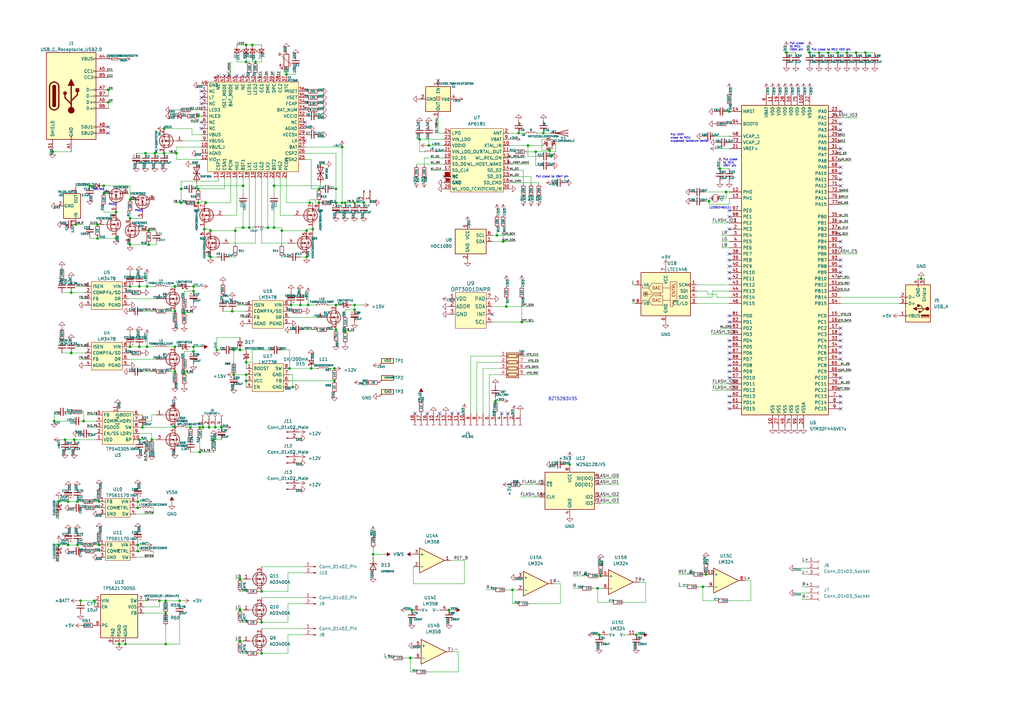
<source format=kicad_sch>
(kicad_sch (version 20221206) (generator eeschema)
  (paper "A3")
  (junction (at 145.415 125.095))
  (junction (at 354.965 21.59))
  (junction (at 137.795 83.185))
  (junction (at 322.58 21.59))
  (junction (at 62.23 180.34))
  (junction (at 22.225 172.72))
  (junction (at 71.755 152.4))
  (junction (at 140.335 60.325))
  (junction (at 141.605 135.89))
  (junction (at 57.15 117.475))
  (junction (at 34.29 172.72))
  (junction (at 60.325 117.475))
  (junction (at 128.27 93.98))
  (junction (at 30.48 180.34))
  (junction (at 60.96 94.615))
  (junction (at 137.795 125.095))
  (junction (at 90.805 175.26))
  (junction (at 60.96 100.33))
  (junction (at 100.965 18.415))
  (junction (at 75.565 128.27))
  (junction (at 67.945 264.16))
  (junction (at 71.755 117.475))
  (junction (at 40.005 92.075))
  (junction (at 48.895 264.16))
  (junction (at 115.57 94.615))
  (junction (at 95.885 143.51))
  (junction (at 98.425 250.19))
  (junction (at 99.695 76.2))
  (junction (at 21.59 62.23))
  (junction (at 213.995 132.08))
  (junction (at 299.085 45.72))
  (junction (at 98.425 143.51))
  (junction (at 51.435 264.16))
  (junction (at 74.295 77.47))
  (junction (at 67.945 251.46))
  (junction (at 83.185 175.26))
  (junction (at 347.345 21.59))
  (junction (at 57.15 180.34))
  (junction (at 100.965 25.4))
  (junction (at 79.375 119.38))
  (junction (at 260.985 260.35))
  (junction (at 56.515 226.06))
  (junction (at 53.34 100.33))
  (junction (at 153.035 227.33))
  (junction (at 219.71 62.23))
  (junction (at 86.36 105.41))
  (junction (at 107.315 242.57))
  (junction (at 81.28 47.625))
  (junction (at 42.545 76.2))
  (junction (at 53.34 117.475))
  (junction (at 351.155 21.59))
  (junction (at 225.425 61.595))
  (junction (at 343.535 21.59))
  (junction (at 137.795 77.47))
  (junction (at 33.02 246.38))
  (junction (at 60.325 142.24))
  (junction (at 44.45 36.83))
  (junction (at 31.115 92.075))
  (junction (at 103.505 18.415))
  (junction (at 130.81 83.185))
  (junction (at 290.83 82.55))
  (junction (at 203.835 96.52))
  (junction (at 184.15 250.19))
  (junction (at 73.66 246.38))
  (junction (at 222.885 54.61))
  (junction (at 100.965 148.59))
  (junction (at 40.64 205.74))
  (junction (at 56.515 205.74))
  (junction (at 71.755 127.635))
  (junction (at 100.965 153.67))
  (junction (at 109.855 93.345))
  (junction (at 137.16 156.21))
  (junction (at 88.265 175.26))
  (junction (at 88.9 143.51))
  (junction (at 226.06 64.135))
  (junction (at 31.75 205.74))
  (junction (at 112.395 76.2))
  (junction (at 83.82 93.98))
  (junction (at 67.31 52.705))
  (junction (at 58.42 175.26))
  (junction (at 104.775 25.4))
  (junction (at 119.38 125.095))
  (junction (at 27.94 223.52))
  (junction (at 96.52 94.615))
  (junction (at 127.635 151.13))
  (junction (at 95.885 153.67))
  (junction (at 53.34 89.535))
  (junction (at 206.375 99.06))
  (junction (at 81.28 83.185))
  (junction (at 289.56 235.585))
  (junction (at 145.415 127))
  (junction (at 246.38 236.22))
  (junction (at 125.73 94.615))
  (junction (at 112.395 93.345))
  (junction (at 137.795 135.255))
  (junction (at 53.34 142.24))
  (junction (at 141.605 83.185))
  (junction (at 295.275 69.215))
  (junction (at 335.915 21.59))
  (junction (at 71.755 175.26))
  (junction (at 56.515 208.28))
  (junction (at 297.815 78.74))
  (junction (at 98.425 262.89))
  (junction (at 31.75 223.52))
  (junction (at 245.11 241.3))
  (junction (at 53.34 81.915))
  (junction (at 126.365 125.095))
  (junction (at 118.745 151.13))
  (junction (at 38.735 246.38))
  (junction (at 65.405 246.38))
  (junction (at 203.2 164.465))
  (junction (at 72.39 62.865))
  (junction (at 59.69 62.865))
  (junction (at 29.21 144.78))
  (junction (at 81.28 77.47))
  (junction (at 100.965 156.21))
  (junction (at 175.895 59.69))
  (junction (at 56.515 223.52))
  (junction (at 74.295 83.185))
  (junction (at 75.565 153.035))
  (junction (at 140.335 83.185))
  (junction (at 137.16 151.13))
  (junction (at 233.68 190.5))
  (junction (at 24.13 205.74))
  (junction (at 107.315 255.27))
  (junction (at 207.645 125.73))
  (junction (at 145.415 83.185))
  (junction (at 168.275 269.875))
  (junction (at 40.005 97.79))
  (junction (at 216.535 59.69))
  (junction (at 29.21 120.015))
  (junction (at 288.29 240.665))
  (junction (at 85.725 175.26))
  (junction (at 42.545 79.375))
  (junction (at 63.5 62.865))
  (junction (at 27.94 205.74))
  (junction (at 78.105 175.26))
  (junction (at 86.36 94.615))
  (junction (at 79.375 117.475))
  (junction (at 24.13 223.52))
  (junction (at 71.755 142.24))
  (junction (at 125.73 105.41))
  (junction (at 339.725 21.59))
  (junction (at 47.625 86.995))
  (junction (at 149.225 83.185))
  (junction (at 79.375 142.24))
  (junction (at 172.085 57.15))
  (junction (at 57.15 142.24))
  (junction (at 79.375 144.145))
  (junction (at 98.425 237.49))
  (junction (at 102.235 93.345))
  (junction (at 123.19 125.095))
  (junction (at 81.915 175.26))
  (junction (at 245.745 260.35))
  (junction (at 210.185 241.935))
  (junction (at 95.25 127.635))
  (junction (at 107.315 267.97))
  (junction (at 332.105 21.59))
  (junction (at 81.915 185.42))
  (junction (at 44.45 41.91))
  (junction (at 99.695 93.345))
  (junction (at 47.625 97.79))
  (junction (at 67.945 246.38))
  (junction (at 117.475 30.48))
  (junction (at 212.725 54.61))
  (junction (at 127 83.185))
  (junction (at 36.83 76.2))
  (junction (at 84.455 83.185))
  (junction (at 120.015 158.75))
  (junction (at 40.64 223.52))
  (junction (at 377.825 114.3))
  (junction (at 26.67 180.34))
  (junction (at 168.91 250.19))
  (junction (at 67.31 62.865))
  (junction (at 130.81 77.47))
  (junction (at 87.63 180.34))
  (no_connect (at 344.805 137.16))
  (no_connect (at 205.74 169.545))
  (no_connect (at 299.085 162.56))
  (no_connect (at 344.805 162.56))
  (no_connect (at 179.705 33.02))
  (no_connect (at 208.28 169.545))
  (no_connect (at 82.55 42.545))
  (no_connect (at 125.095 50.165))
  (no_connect (at 344.805 109.22))
  (no_connect (at 344.805 111.76))
  (no_connect (at 299.085 129.54))
  (no_connect (at 344.805 165.1))
  (no_connect (at 299.085 142.24))
  (no_connect (at 344.805 154.94))
  (no_connect (at 344.805 73.66))
  (no_connect (at 299.085 139.7))
  (no_connect (at 344.805 99.06))
  (no_connect (at 299.085 152.4))
  (no_connect (at 299.085 104.14))
  (no_connect (at 344.805 147.32))
  (no_connect (at 180.34 169.545))
  (no_connect (at 92.075 31.115))
  (no_connect (at 187.96 169.545))
  (no_connect (at 344.805 45.72))
  (no_connect (at 344.805 134.62))
  (no_connect (at 344.805 71.12))
  (no_connect (at 344.805 68.58))
  (no_connect (at 344.805 50.8))
  (no_connect (at 344.805 53.34))
  (no_connect (at 182.245 72.39))
  (no_connect (at 344.805 106.68))
  (no_connect (at 44.45 54.61))
  (no_connect (at 125.095 57.785))
  (no_connect (at 299.085 88.9))
  (no_connect (at 175.26 169.545))
  (no_connect (at 299.085 109.22))
  (no_connect (at 44.45 52.07))
  (no_connect (at 299.085 147.32))
  (no_connect (at 344.805 144.78))
  (no_connect (at 344.805 167.64))
  (no_connect (at 99.695 31.115))
  (no_connect (at 344.805 101.6))
  (no_connect (at 82.55 37.465))
  (no_connect (at 299.085 86.36))
  (no_connect (at 344.805 76.2))
  (no_connect (at 89.535 31.115))
  (no_connect (at 344.805 142.24))
  (no_connect (at 299.085 167.64))
  (no_connect (at 201.93 128.905))
  (no_connect (at 344.805 139.7))
  (no_connect (at 299.085 154.94))
  (no_connect (at 299.085 144.78))
  (no_connect (at 82.55 50.165))
  (no_connect (at 82.55 40.005))
  (no_connect (at 170.18 169.545))
  (no_connect (at 82.55 52.705))
  (no_connect (at 299.085 165.1))
  (no_connect (at 344.805 60.96))
  (no_connect (at 299.085 106.68))
  (no_connect (at 299.085 132.08))
  (no_connect (at 299.085 93.98))
  (no_connect (at 299.085 111.76))
  (no_connect (at 299.085 114.3))
  (no_connect (at 185.42 169.545))
  (no_connect (at 97.155 31.115))
  (no_connect (at 299.085 149.86))
  (wire (pts (xy 259.08 124.46) (xy 260.35 124.46)))
  (wire (pts (xy 84.455 82.55) (xy 84.455 83.185)))
  (wire (pts (xy 153.035 227.33) (xy 157.48 227.33)))
  (wire (pts (xy 278.13 240.665) (xy 281.305 240.665)))
  (wire (pts (xy 79.375 117.475) (xy 82.55 117.475)))
  (wire (pts (xy 215.265 151.13) (xy 220.98 151.13)))
  (wire (pts (xy 103.505 93.345) (xy 102.235 93.345)))
  (wire (pts (xy 222.25 61.595) (xy 225.425 61.595)))
  (wire (pts (xy 59.69 205.74) (xy 56.515 205.74)))
  (wire (pts (xy 67.31 52.705) (xy 78.74 52.705)))
  (wire (pts (xy 217.17 247.65) (xy 229.87 247.65)))
  (wire (pts (xy 79.375 142.24) (xy 82.55 142.24)))
  (wire (pts (xy 75.565 153.035) (xy 79.375 153.035)))
  (wire (pts (xy 114.935 88.265) (xy 114.935 73.025)))
  (wire (pts (xy 40.64 222.885) (xy 40.64 223.52)))
  (wire (pts (xy 125.73 93.98) (xy 128.27 93.98)))
  (wire (pts (xy 118.11 234.95) (xy 124.46 234.95)))
  (wire (pts (xy 210.82 62.23) (xy 208.915 62.23)))
  (wire (pts (xy 376.555 114.3) (xy 377.825 114.3)))
  (wire (pts (xy 46.355 31.75) (xy 44.45 31.75)))
  (wire (pts (xy 136.525 77.47) (xy 137.795 77.47)))
  (wire (pts (xy 79.375 142.24) (xy 79.375 144.145)))
  (wire (pts (xy 290.83 82.55) (xy 290.83 81.28)))
  (wire (pts (xy 88.9 143.51) (xy 90.805 143.51)))
  (wire (pts (xy 118.11 242.57) (xy 118.11 234.95)))
  (wire (pts (xy 199.39 241.935) (xy 202.565 241.935)))
  (wire (pts (xy 115.57 105.41) (xy 118.11 105.41)))
  (wire (pts (xy 299.085 91.44) (xy 292.1 91.44)))
  (wire (pts (xy 324.485 36.83) (xy 324.485 38.1)))
  (wire (pts (xy 298.45 45.72) (xy 299.085 45.72)))
  (wire (pts (xy 203.835 96.52) (xy 211.455 96.52)))
  (wire (pts (xy 207.645 115.57) (xy 207.645 117.475)))
  (wire (pts (xy 118.745 156.21) (xy 137.16 156.21)))
  (wire (pts (xy 130.81 37.465) (xy 131.445 37.465)))
  (wire (pts (xy 112.395 84.455) (xy 112.395 93.345)))
  (wire (pts (xy 219.71 67.945) (xy 220.98 67.945)))
  (wire (pts (xy 84.455 83.185) (xy 83.82 83.185)))
  (wire (pts (xy 295.275 67.31) (xy 295.275 69.215)))
  (wire (pts (xy 56.515 222.25) (xy 56.515 223.52)))
  (wire (pts (xy 46.355 36.83) (xy 44.45 36.83)))
  (wire (pts (xy 83.185 175.26) (xy 85.725 175.26)))
  (wire (pts (xy 56.515 204.47) (xy 56.515 205.74)))
  (wire (pts (xy 115.57 143.51) (xy 118.745 143.51)))
  (wire (pts (xy 169.545 239.395) (xy 190.5 239.395)))
  (wire (pts (xy 115.57 94.615) (xy 115.57 93.345)))
  (wire (pts (xy 84.455 83.185) (xy 94.615 83.185)))
  (wire (pts (xy 118.745 143.51) (xy 118.745 151.13)))
  (wire (pts (xy 65.405 248.92) (xy 65.405 246.38)))
  (wire (pts (xy 131.445 83.185) (xy 130.81 83.185)))
  (wire (pts (xy 130.81 82.55) (xy 130.81 83.185)))
  (wire (pts (xy 130.81 83.185) (xy 129.54 83.185)))
  (wire (pts (xy 95.885 143.51) (xy 95.885 148.59)))
  (wire (pts (xy 88.265 175.26) (xy 90.805 175.26)))
  (wire (pts (xy 231.775 190.5) (xy 233.68 190.5)))
  (wire (pts (xy 179.705 54.61) (xy 182.245 54.61)))
  (wire (pts (xy 314.325 36.83) (xy 314.325 38.1)))
  (wire (pts (xy 168.275 269.875) (xy 170.18 269.875)))
  (wire (pts (xy 81.915 185.42) (xy 81.915 180.34)))
  (wire (pts (xy 229.87 247.65) (xy 229.87 239.395)))
  (wire (pts (xy 107.315 257.81) (xy 124.46 257.81)))
  (wire (pts (xy 79.375 144.145) (xy 75.565 144.145)))
  (wire (pts (xy 72.39 62.865) (xy 72.39 60.325)))
  (wire (pts (xy 68.58 127.635) (xy 71.755 127.635)))
  (wire (pts (xy 96.52 94.615) (xy 96.52 93.345)))
  (wire (pts (xy 214.63 81.915) (xy 214.63 80.645)))
  (wire (pts (xy 299.085 36.83) (xy 299.085 38.1)))
  (wire (pts (xy 118.745 125.095) (xy 119.38 125.095)))
  (wire (pts (xy 115.57 94.615) (xy 115.57 100.33)))
  (wire (pts (xy 112.395 93.345) (xy 109.855 93.345)))
  (wire (pts (xy 52.705 147.32) (xy 64.135 147.32)))
  (wire (pts (xy 141.605 135.89) (xy 145.415 135.89)))
  (wire (pts (xy 205.74 164.465) (xy 203.2 164.465)))
  (wire (pts (xy 346.71 58.42) (xy 344.805 58.42)))
  (wire (pts (xy 288.29 240.665) (xy 288.29 246.38)))
  (wire (pts (xy 96.52 93.345) (xy 99.695 93.345)))
  (wire (pts (xy 119.38 119.38) (xy 119.38 120.015)))
  (wire (pts (xy 60.325 142.24) (xy 63.5 142.24)))
  (wire (pts (xy 201.93 125.73) (xy 207.645 125.73)))
  (wire (pts (xy 289.56 235.585) (xy 290.195 235.585)))
  (wire (pts (xy 31.75 205.74) (xy 33.655 205.74)))
  (wire (pts (xy 120.65 88.265) (xy 114.935 88.265)))
  (wire (pts (xy 332.105 21.59) (xy 335.915 21.59)))
  (wire (pts (xy 57.15 136.525) (xy 57.15 137.16)))
  (wire (pts (xy 170.815 74.295) (xy 170.815 73.025)))
  (wire (pts (xy 46.355 264.16) (xy 48.895 264.16)))
  (wire (pts (xy 82.55 83.185) (xy 82.55 82.55)))
  (wire (pts (xy 65.405 246.38) (xy 67.945 246.38)))
  (wire (pts (xy 74.295 77.47) (xy 74.295 83.185)))
  (wire (pts (xy 210.185 241.935) (xy 210.185 247.65)))
  (wire (pts (xy 220.345 54.61) (xy 222.885 54.61)))
  (wire (pts (xy 78.74 55.245) (xy 78.74 52.705)))
  (wire (pts (xy 68.58 142.24) (xy 71.755 142.24)))
  (wire (pts (xy 172.085 57.15) (xy 182.245 57.15)))
  (wire (pts (xy 205.105 153.67) (xy 200.66 153.67)))
  (wire (pts (xy 208.915 59.69) (xy 216.535 59.69)))
  (wire (pts (xy 255.905 247.015) (xy 264.795 247.015)))
  (wire (pts (xy 67.31 62.865) (xy 72.39 62.865)))
  (wire (pts (xy 59.055 246.38) (xy 60.325 246.38)))
  (wire (pts (xy 55.88 210.82) (xy 62.865 210.82)))
  (wire (pts (xy 349.25 129.54) (xy 344.805 129.54)))
  (wire (pts (xy 120.015 158.75) (xy 118.745 158.75)))
  (wire (pts (xy 89.535 74.295) (xy 74.295 74.295)))
  (wire (pts (xy 97.155 125.095) (xy 100.965 125.095)))
  (wire (pts (xy 175.895 50.8) (xy 175.895 51.435)))
  (wire (pts (xy 30.48 180.34) (xy 39.37 180.34)))
  (wire (pts (xy 68.58 117.475) (xy 71.755 117.475)))
  (wire (pts (xy 347.98 83.82) (xy 344.805 83.82)))
  (wire (pts (xy 292.1 119.38) (xy 299.085 119.38)))
  (wire (pts (xy 74.93 57.785) (xy 82.55 57.785)))
  (wire (pts (xy 299.085 81.28) (xy 299.085 83.82)))
  (wire (pts (xy 243.205 241.3) (xy 245.11 241.3)))
  (wire (pts (xy 62.23 172.72) (xy 62.23 170.18)))
  (wire (pts (xy 234.95 241.3) (xy 238.125 241.3)))
  (wire (pts (xy 344.805 157.48) (xy 348.615 157.48)))
  (wire (pts (xy 208.915 72.39) (xy 217.805 72.39)))
  (wire (pts (xy 213.995 122.555) (xy 213.995 132.08)))
  (wire (pts (xy 128.27 93.98) (xy 128.27 93.345)))
  (wire (pts (xy 118.745 151.13) (xy 127.635 151.13)))
  (wire (pts (xy 186.055 250.19) (xy 184.15 250.19)))
  (wire (pts (xy 85.725 175.26) (xy 88.265 175.26)))
  (wire (pts (xy 291.465 137.16) (xy 299.085 137.16)))
  (wire (pts (xy 32.385 122.555) (xy 34.925 122.555)))
  (wire (pts (xy 153.035 218.44) (xy 153.035 219.71)))
  (wire (pts (xy 31.115 142.24) (xy 34.925 142.24)))
  (wire (pts (xy 348.615 116.84) (xy 344.805 116.84)))
  (wire (pts (xy 262.89 260.35) (xy 260.985 260.35)))
  (wire (pts (xy 135.255 151.13) (xy 137.16 151.13)))
  (wire (pts (xy 71.755 132.715) (xy 71.755 133.35)))
  (wire (pts (xy 75.565 77.47) (xy 74.295 77.47)))
  (wire (pts (xy 57.15 170.18) (xy 58.42 170.18)))
  (wire (pts (xy 57.15 172.72) (xy 62.23 172.72)))
  (wire (pts (xy 220.98 81.915) (xy 220.98 80.645)))
  (wire (pts (xy 64.135 99.695) (xy 64.135 100.33)))
  (wire (pts (xy 114.935 29.21) (xy 114.935 31.115)))
  (wire (pts (xy 78.105 50.165) (xy 81.28 50.165)))
  (wire (pts (xy 153.035 224.79) (xy 153.035 227.33)))
  (wire (pts (xy 81.915 185.42) (xy 87.63 185.42)))
  (wire (pts (xy 130.81 40.005) (xy 131.445 40.005)))
  (wire (pts (xy 53.34 117.475) (xy 57.15 117.475)))
  (wire (pts (xy 106.045 255.27) (xy 107.315 255.27)))
  (wire (pts (xy 329.565 36.83) (xy 329.565 38.1)))
  (wire (pts (xy 286.385 240.665) (xy 288.29 240.665)))
  (wire (pts (xy 112.395 73.025) (xy 112.395 76.2)))
  (wire (pts (xy 127 81.915) (xy 127 83.185)))
  (wire (pts (xy 328.93 240.665) (xy 330.835 240.665)))
  (wire (pts (xy 59.055 248.92) (xy 65.405 248.92)))
  (wire (pts (xy 100.965 23.495) (xy 100.965 25.4)))
  (wire (pts (xy 344.805 160.02) (xy 348.615 160.02)))
  (wire (pts (xy 56.515 223.52) (xy 55.88 223.52)))
  (wire (pts (xy 104.775 73.025) (xy 104.775 99.695)))
  (wire (pts (xy 173.99 62.23) (xy 172.085 62.23)))
  (wire (pts (xy 137.16 161.925) (xy 137.16 161.29)))
  (wire (pts (xy 25.4 120.015) (xy 29.21 120.015)))
  (wire (pts (xy 75.565 119.38) (xy 75.565 121.92)))
  (wire (pts (xy 53.34 76.2) (xy 53.34 81.915)))
  (wire (pts (xy 123.19 125.095) (xy 126.365 125.095)))
  (wire (pts (xy 67.945 256.54) (xy 67.945 264.16)))
  (wire (pts (xy 243.84 260.35) (xy 245.745 260.35)))
  (wire (pts (xy 136.525 83.185) (xy 137.795 83.185)))
  (wire (pts (xy 90.805 175.26) (xy 92.075 175.26)))
  (wire (pts (xy 130.81 47.625) (xy 131.445 47.625)))
  (wire (pts (xy 307.975 238.125) (xy 305.435 238.125)))
  (wire (pts (xy 213.995 132.08) (xy 219.075 132.08)))
  (wire (pts (xy 55.88 208.28) (xy 56.515 208.28)))
  (wire (pts (xy 99.695 84.455) (xy 99.695 93.345)))
  (wire (pts (xy 299.085 43.18) (xy 299.085 45.72)))
  (wire (pts (xy 141.605 83.185) (xy 145.415 83.185)))
  (wire (pts (xy 62.865 226.06) (xy 62.865 228.6)))
  (wire (pts (xy 64.135 100.33) (xy 60.96 100.33)))
  (wire (pts (xy 216.535 59.69) (xy 222.885 59.69)))
  (wire (pts (xy 245.11 241.3) (xy 247.015 241.3)))
  (wire (pts (xy 151.765 83.185) (xy 153.035 83.185)))
  (wire (pts (xy 145.415 83.185) (xy 149.225 83.185)))
  (wire (pts (xy 79.375 117.475) (xy 78.105 117.475)))
  (wire (pts (xy 53.34 111.76) (xy 53.34 112.395)))
  (wire (pts (xy 106.045 267.97) (xy 107.315 267.97)))
  (wire (pts (xy 39.37 226.06) (xy 40.64 226.06)))
  (wire (pts (xy 81.915 34.925) (xy 82.55 34.925)))
  (wire (pts (xy 83.82 94.615) (xy 83.82 93.98)))
  (wire (pts (xy 109.855 93.345) (xy 108.585 93.345)))
  (wire (pts (xy 87.63 180.34) (xy 90.805 180.34)))
  (wire (pts (xy 27.94 222.885) (xy 27.94 223.52)))
  (wire (pts (xy 29.21 172.72) (xy 22.225 172.72)))
  (wire (pts (xy 81.28 47.625) (xy 81.28 50.165)))
  (wire (pts (xy 106.045 242.57) (xy 107.315 242.57)))
  (wire (pts (xy 123.19 119.38) (xy 123.19 120.015)))
  (wire (pts (xy 246.38 206.375) (xy 254 206.375)))
  (wire (pts (xy 35.56 170.18) (xy 39.37 170.18)))
  (wire (pts (xy 98.425 138.43) (xy 88.9 138.43)))
  (wire (pts (xy 246.38 196.215) (xy 254 196.215)))
  (wire (pts (xy 347.98 93.98) (xy 344.805 93.98)))
  (wire (pts (xy 203.835 93.345) (xy 203.835 96.52)))
  (wire (pts (xy 46.355 29.21) (xy 44.45 29.21)))
  (wire (pts (xy 58.42 127.635) (xy 63.5 127.635)))
  (wire (pts (xy 134.62 135.255) (xy 137.795 135.255)))
  (wire (pts (xy 81.28 77.47) (xy 92.075 77.47)))
  (wire (pts (xy 91.44 121.285) (xy 91.44 122.555)))
  (wire (pts (xy 225.425 56.515) (xy 225.425 57.15)))
  (wire (pts (xy 168.275 275.59) (xy 170.18 275.59)))
  (wire (pts (xy 210.185 247.65) (xy 212.09 247.65)))
  (wire (pts (xy 285.75 121.92) (xy 292.1 121.92)))
  (wire (pts (xy 98.425 143.51) (xy 95.885 143.51)))
  (wire (pts (xy 131.445 76.2) (xy 131.445 74.93)))
  (wire (pts (xy 98.425 237.49) (xy 99.695 237.49)))
  (wire (pts (xy 71.755 142.24) (xy 73.025 142.24)))
  (wire (pts (xy 185.42 267.335) (xy 187.96 267.335)))
  (wire (pts (xy 79.375 117.475) (xy 79.375 119.38)))
  (wire (pts (xy 127.635 151.13) (xy 130.175 151.13)))
  (wire (pts (xy 133.35 67.31) (xy 131.445 67.31)))
  (wire (pts (xy 31.75 222.885) (xy 31.75 223.52)))
  (wire (pts (xy 71.755 157.48) (xy 71.755 158.115)))
  (wire (pts (xy 295.91 99.06) (xy 299.085 99.06)))
  (wire (pts (xy 210.82 168.91) (xy 210.82 169.545)))
  (wire (pts (xy 175.26 275.59) (xy 187.96 275.59)))
  (wire (pts (xy 94.615 83.185) (xy 94.615 73.025)))
  (wire (pts (xy 201.93 96.52) (xy 203.835 96.52)))
  (wire (pts (xy 59.055 251.46) (xy 67.945 251.46)))
  (wire (pts (xy 104.775 99.695) (xy 93.98 99.695)))
  (wire (pts (xy 98.425 130.175) (xy 100.965 130.175)))
  (wire (pts (xy 219.71 62.23) (xy 227.965 62.23)))
  (wire (pts (xy 124.46 135.255) (xy 129.54 135.255)))
  (wire (pts (xy 27.94 205.105) (xy 27.94 205.74)))
  (wire (pts (xy 346.71 55.88) (xy 344.805 55.88)))
  (wire (pts (xy 141.605 127) (xy 141.605 129.54)))
  (wire (pts (xy 344.805 48.26) (xy 351.79 48.26)))
  (wire (pts (xy 118.11 247.65) (xy 124.46 247.65)))
  (wire (pts (xy 92.075 77.47) (xy 92.075 73.025)))
  (wire (pts (xy 203.2 163.195) (xy 203.2 164.465)))
  (wire (pts (xy 31.115 117.475) (xy 34.925 117.475)))
  (wire (pts (xy 208.915 74.93) (xy 220.98 74.93)))
  (wire (pts (xy 173.99 74.295) (xy 173.99 73.025)))
  (wire (pts (xy 328.93 245.745) (xy 330.835 245.745)))
  (wire (pts (xy 145.415 125.095) (xy 145.415 127)))
  (wire (pts (xy 290.83 83.82) (xy 290.83 82.55)))
  (wire (pts (xy 95.25 127.635) (xy 100.965 127.635)))
  (wire (pts (xy 215.9 62.23) (xy 219.71 62.23)))
  (wire (pts (xy 222.885 59.055) (xy 222.885 59.69)))
  (wire (pts (xy 129.54 83.185) (xy 129.54 81.915)))
  (wire (pts (xy 344.805 149.86) (xy 348.615 149.86)))
  (wire (pts (xy 75.565 127) (xy 75.565 128.27)))
  (wire (pts (xy 57.15 208.28) (xy 56.515 208.28)))
  (wire (pts (xy 129.54 81.915) (xy 127 81.915)))
  (wire (pts (xy 130.81 77.47) (xy 127.635 77.47)))
  (wire (pts (xy 225.425 57.15) (xy 222.25 57.15)))
  (wire (pts (xy 326.39 233.045) (xy 330.835 233.045)))
  (wire (pts (xy 147.955 156.845) (xy 150.495 156.845)))
  (wire (pts (xy 128.27 94.615) (xy 128.27 93.98)))
  (wire (pts (xy 80.645 76.2) (xy 80.645 74.93)))
  (wire (pts (xy 118.745 130.175) (xy 130.175 130.175)))
  (wire (pts (xy 40.64 217.17) (xy 40.64 217.805)))
  (wire (pts (xy 62.23 180.34) (xy 64.135 180.34)))
  (wire (pts (xy 57.15 111.76) (xy 57.15 112.395)))
  (wire (pts (xy 55.88 62.865) (xy 59.69 62.865)))
  (wire (pts (xy 42.545 76.2) (xy 53.34 76.2)))
  (wire (pts (xy 119.38 125.095) (xy 123.19 125.095)))
  (wire (pts (xy 25.4 144.78) (xy 29.21 144.78)))
  (wire (pts (xy 170.815 67.945) (xy 170.815 67.31)))
  (wire (pts (xy 332.105 19.685) (xy 332.105 21.59)))
  (wire (pts (xy 205.105 146.05) (xy 193.04 146.05)))
  (wire (pts (xy 57.15 175.26) (xy 58.42 175.26)))
  (wire (pts (xy 125.73 105.41) (xy 125.73 104.775)))
  (wire (pts (xy 175.895 59.69) (xy 182.245 59.69)))
  (wire (pts (xy 205.105 151.13) (xy 198.12 151.13)))
  (wire (pts (xy 125.73 94.615) (xy 125.73 93.98)))
  (wire (pts (xy 278.13 235.585) (xy 283.845 235.585)))
  (wire (pts (xy 78.74 67.31) (xy 80.645 67.31)))
  (wire (pts (xy 79.375 142.24) (xy 78.105 142.24)))
  (wire (pts (xy 83.82 93.98) (xy 86.36 93.98)))
  (wire (pts (xy 81.28 82.55) (xy 81.28 83.185)))
  (wire (pts (xy 96.52 105.41) (xy 93.98 105.41)))
  (wire (pts (xy 200.66 153.67) (xy 200.66 169.545)))
  (wire (pts (xy 62.23 208.28) (xy 62.865 208.28)))
  (wire (pts (xy 130.81 42.545) (xy 131.445 42.545)))
  (wire (pts (xy 107.315 99.695) (xy 118.11 99.695)))
  (wire (pts (xy 24.13 230.505) (xy 24.13 228.6)))
  (wire (pts (xy 62.23 226.06) (xy 62.865 226.06)))
  (wire (pts (xy 86.36 93.98) (xy 86.36 94.615)))
  (wire (pts (xy 225.425 64.135) (xy 226.06 64.135)))
  (wire (pts (xy 206.375 93.345) (xy 206.375 99.06)))
  (wire (pts (xy 246.38 231.14) (xy 246.38 229.87)))
  (wire (pts (xy 99.695 73.025) (xy 99.695 76.2)))
  (wire (pts (xy 118.11 267.97) (xy 118.11 260.35)))
  (wire (pts (xy 97.155 18.415) (xy 100.965 18.415)))
  (wire (pts (xy 292.1 160.02) (xy 299.085 160.02)))
  (wire (pts (xy 288.925 235.585) (xy 289.56 235.585)))
  (wire (pts (xy 167.005 250.19) (xy 168.91 250.19)))
  (wire (pts (xy 176.53 69.85) (xy 182.245 69.85)))
  (wire (pts (xy 81.915 175.26) (xy 83.185 175.26)))
  (wire (pts (xy 39.37 208.28) (xy 40.64 208.28)))
  (wire (pts (xy 75.565 128.27) (xy 79.375 128.27)))
  (wire (pts (xy 347.345 21.59) (xy 351.155 21.59)))
  (wire (pts (xy 55.88 226.06) (xy 56.515 226.06)))
  (wire (pts (xy 125.095 45.085) (xy 125.73 45.085)))
  (wire (pts (xy 220.98 75.565) (xy 220.98 74.93)))
  (wire (pts (xy 38.735 223.52) (xy 40.64 223.52)))
  (wire (pts (xy 117.475 83.185) (xy 117.475 73.025)))
  (wire (pts (xy 59.69 223.52) (xy 56.515 223.52)))
  (wire (pts (xy 53.34 86.995) (xy 53.34 89.535)))
  (wire (pts (xy 24.13 223.52) (xy 27.94 223.52)))
  (wire (pts (xy 36.83 92.075) (xy 40.005 92.075)))
  (wire (pts (xy 60.325 180.34) (xy 57.15 180.34)))
  (wire (pts (xy 377.825 114.3) (xy 379.095 114.3)))
  (wire (pts (xy 107.315 73.025) (xy 107.315 99.695)))
  (wire (pts (xy 76.835 175.26) (xy 78.105 175.26)))
  (wire (pts (xy 82.55 65.405) (xy 72.39 65.405)))
  (wire (pts (xy 125.095 55.245) (xy 125.73 55.245)))
  (wire (pts (xy 109.855 29.21) (xy 109.855 31.115)))
  (wire (pts (xy 58.42 152.4) (xy 63.5 152.4)))
  (wire (pts (xy 137.795 140.335) (xy 137.795 140.97)))
  (wire (pts (xy 168.275 269.875) (xy 168.275 275.59)))
  (wire (pts (xy 102.235 30.48) (xy 102.235 31.115)))
  (wire (pts (xy 81.915 185.42) (xy 78.105 185.42)))
  (wire (pts (xy 33.02 246.38) (xy 38.735 246.38)))
  (wire (pts (xy 40.005 97.155) (xy 40.005 97.79)))
  (wire (pts (xy 59.69 62.865) (xy 63.5 62.865)))
  (wire (pts (xy 234.95 236.22) (xy 240.665 236.22)))
  (wire (pts (xy 354.965 21.59) (xy 358.775 21.59)))
  (wire (pts (xy 319.405 36.83) (xy 319.405 38.1)))
  (wire (pts (xy 58.42 175.26) (xy 71.755 175.26)))
  (wire (pts (xy 37.465 177.8) (xy 39.37 177.8)))
  (wire (pts (xy 103.505 23.495) (xy 103.505 25.4)))
  (wire (pts (xy 125.73 37.465) (xy 125.095 37.465)))
  (wire (pts (xy 198.12 151.13) (xy 198.12 169.545)))
  (wire (pts (xy 288.925 78.74) (xy 297.815 78.74)))
  (wire (pts (xy 206.375 99.06) (xy 211.455 99.06)))
  (wire (pts (xy 68.58 152.4) (xy 71.755 152.4)))
  (wire (pts (xy 99.695 76.2) (xy 99.695 79.375)))
  (wire (pts (xy 134.62 125.095) (xy 137.795 125.095)))
  (wire (pts (xy 81.28 62.865) (xy 82.55 62.865)))
  (wire (pts (xy 27.94 223.52) (xy 31.75 223.52)))
  (wire (pts (xy 91.44 88.265) (xy 97.155 88.265)))
  (wire (pts (xy 290.195 120.65) (xy 294.005 120.65)))
  (wire (pts (xy 40.64 199.39) (xy 40.64 200.025)))
  (wire (pts (xy 121.285 30.48) (xy 121.285 27.94)))
  (wire (pts (xy 125.73 40.005) (xy 125.095 40.005)))
  (wire (pts (xy 53.34 142.24) (xy 57.15 142.24)))
  (wire (pts (xy 57.15 117.475) (xy 60.325 117.475)))
  (wire (pts (xy 141.605 134.62) (xy 141.605 135.89)))
  (wire (pts (xy 78.105 175.26) (xy 81.915 175.26)))
  (wire (pts (xy 100.965 148.59) (xy 100.965 151.13)))
  (wire (pts (xy 96.52 250.19) (xy 98.425 250.19)))
  (wire (pts (xy 292.1 121.92) (xy 292.1 119.38)))
  (wire (pts (xy 293.37 55.88) (xy 299.085 55.88)))
  (wire (pts (xy 213.995 198.755) (xy 220.98 198.755)))
  (wire (pts (xy 56.515 208.28) (xy 56.515 205.74)))
  (wire (pts (xy 34.29 172.72) (xy 39.37 172.72)))
  (wire (pts (xy 29.21 114.3) (xy 29.21 114.935)))
  (wire (pts (xy 56.515 226.06) (xy 56.515 223.52)))
  (wire (pts (xy 52.705 122.555) (xy 64.135 122.555)))
  (wire (pts (xy 80.645 76.2) (xy 99.695 76.2)))
  (wire (pts (xy 131.445 77.47) (xy 130.81 77.47)))
  (wire (pts (xy 80.645 77.47) (xy 81.28 77.47)))
  (wire (pts (xy 259.08 116.84) (xy 260.35 116.84)))
  (wire (pts (xy 75.565 151.765) (xy 75.565 153.035)))
  (wire (pts (xy 42.545 76.2) (xy 42.545 79.375)))
  (wire (pts (xy 137.795 125.095) (xy 139.065 125.095)))
  (wire (pts (xy 328.93 235.585) (xy 330.835 235.585)))
  (wire (pts (xy 86.36 105.41) (xy 86.36 104.775)))
  (wire (pts (xy 344.805 104.14) (xy 351.79 104.14)))
  (wire (pts (xy 344.805 114.3) (xy 348.615 114.3)))
  (wire (pts (xy 169.545 232.41) (xy 169.545 239.395)))
  (wire (pts (xy 299.085 134.62) (xy 295.275 134.62)))
  (wire (pts (xy 351.155 21.59) (xy 354.965 21.59)))
  (wire (pts (xy 24.13 212.725) (xy 24.13 210.82)))
  (wire (pts (xy 245.745 236.22) (xy 246.38 236.22)))
  (wire (pts (xy 299.085 246.38) (xy 307.975 246.38)))
  (wire (pts (xy 322.58 19.685) (xy 322.58 21.59)))
  (wire (pts (xy 100.965 153.67) (xy 100.965 156.21)))
  (wire (pts (xy 107.315 29.21) (xy 107.315 31.115)))
  (wire (pts (xy 67.945 246.38) (xy 73.66 246.38)))
  (wire (pts (xy 153.035 227.33) (xy 153.035 228.6)))
  (wire (pts (xy 60.325 117.475) (xy 63.5 117.475)))
  (wire (pts (xy 137.795 77.47) (xy 137.795 83.185)))
  (wire (pts (xy 107.315 232.41) (xy 124.46 232.41)))
  (wire (pts (xy 88.9 138.43) (xy 88.9 143.51)))
  (wire (pts (xy 63.5 62.865) (xy 67.31 62.865)))
  (wire (pts (xy 24.13 222.25) (xy 24.13 223.52)))
  (wire (pts (xy 100.965 255.27) (xy 98.425 255.27)))
  (wire (pts (xy 98.425 262.89) (xy 99.695 262.89)))
  (wire (pts (xy 225.425 61.595) (xy 225.425 64.135)))
  (wire (pts (xy 88.9 105.41) (xy 86.36 105.41)))
  (wire (pts (xy 107.315 245.11) (xy 124.46 245.11)))
  (wire (pts (xy 294.005 60.96) (xy 299.085 60.96)))
  (wire (pts (xy 201.93 99.06) (xy 206.375 99.06)))
  (wire (pts (xy 22.225 172.72) (xy 22.225 168.91)))
  (wire (pts (xy 31.75 223.52) (xy 33.655 223.52)))
  (wire (pts (xy 347.98 78.74) (xy 344.805 78.74)))
  (wire (pts (xy 157.48 269.875) (xy 160.655 269.875)))
  (wire (pts (xy 87.63 179.07) (xy 87.63 180.34)))
  (wire (pts (xy 125.095 65.405) (xy 127.635 65.405)))
  (wire (pts (xy 24.765 180.34) (xy 26.67 180.34)))
  (wire (pts (xy 89.535 73.025) (xy 89.535 74.295)))
  (wire (pts (xy 117.475 28.575) (xy 117.475 30.48)))
  (wire (pts (xy 86.36 94.615) (xy 96.52 94.615)))
  (wire (pts (xy 126.365 125.095) (xy 129.54 125.095)))
  (wire (pts (xy 126.365 120.65) (xy 126.365 125.095)))
  (wire (pts (xy 48.895 264.16) (xy 51.435 264.16)))
  (wire (pts (xy 227.965 59.055) (xy 227.965 62.23)))
  (wire (pts (xy 348.615 119.38) (xy 344.805 119.38)))
  (wire (pts (xy 72.39 60.325) (xy 82.55 60.325)))
  (wire (pts (xy 307.975 246.38) (xy 307.975 238.125)))
  (wire (pts (xy 78.74 45.085) (xy 82.55 45.085)))
  (wire (pts (xy 32.385 147.32) (xy 34.925 147.32)))
  (wire (pts (xy 100.965 18.415) (xy 103.505 18.415)))
  (wire (pts (xy 344.805 121.92) (xy 368.935 121.92)))
  (wire (pts (xy 103.505 18.415) (xy 107.315 18.415)))
  (wire (pts (xy 206.375 86.36) (xy 206.375 88.265)))
  (wire (pts (xy 127 83.185) (xy 117.475 83.185)))
  (wire (pts (xy 349.25 132.08) (xy 344.805 132.08)))
  (wire (pts (xy 36.83 76.2) (xy 37.465 76.2)))
  (wire (pts (xy 55.88 228.6) (xy 62.865 228.6)))
  (wire (pts (xy 24.13 204.47) (xy 24.13 205.74)))
  (wire (pts (xy 42.545 84.455) (xy 42.545 86.995)))
  (wire (pts (xy 190.5 239.395) (xy 190.5 229.87)))
  (wire (pts (xy 298.45 50.8) (xy 299.085 50.8)))
  (wire (pts (xy 74.295 74.295) (xy 74.295 77.47)))
  (wire (pts (xy 53.34 136.525) (xy 53.34 137.16)))
  (wire (pts (xy 117.475 30.48) (xy 117.475 31.115)))
  (wire (pts (xy 326.39 243.205) (xy 330.835 243.205)))
  (wire (pts (xy 79.375 119.38) (xy 75.565 119.38)))
  (wire (pts (xy 100.965 156.21) (xy 100.965 158.75)))
  (wire (pts (xy 46.355 41.91) (xy 44.45 41.91)))
  (wire (pts (xy 27.94 205.74) (xy 31.75 205.74)))
  (wire (pts (xy 205.105 148.59) (xy 195.58 148.59)))
  (wire (pts (xy 145.415 127) (xy 141.605 127)))
  (wire (pts (xy 112.395 29.21) (xy 112.395 31.115)))
  (wire (pts (xy 102.235 73.025) (xy 102.235 93.345)))
  (wire (pts (xy 216.535 64.135) (xy 220.98 64.135)))
  (wire (pts (xy 215.265 153.67) (xy 220.98 153.67)))
  (wire (pts (xy 217.17 67.31) (xy 208.915 67.31)))
  (wire (pts (xy 289.56 230.505) (xy 289.56 229.235)))
  (wire (pts (xy 216.535 64.135) (xy 216.535 59.69)))
  (wire (pts (xy 208.915 57.15) (xy 210.82 57.15)))
  (wire (pts (xy 294.005 121.92) (xy 299.085 121.92)))
  (wire (pts (xy 195.58 148.59) (xy 195.58 169.545)))
  (wire (pts (xy 125.095 42.545) (xy 125.73 42.545)))
  (wire (pts (xy 67.945 264.16) (xy 51.435 264.16)))
  (wire (pts (xy 208.915 64.77) (xy 215.265 64.77)))
  (wire (pts (xy 285.75 124.46) (xy 299.085 124.46)))
  (wire (pts (xy 344.805 124.46) (xy 368.935 124.46)))
  (wire (pts (xy 56.515 205.74) (xy 55.88 205.74)))
  (wire (pts (xy 73.66 246.38) (xy 74.93 246.38)))
  (wire (pts (xy 100.965 148.59) (xy 103.505 148.59)))
  (wire (pts (xy 292.1 157.48) (xy 299.085 157.48)))
  (wire (pts (xy 35.56 175.26) (xy 39.37 175.26)))
  (wire (pts (xy 297.815 78.74) (xy 299.085 78.74)))
  (wire (pts (xy 215.265 146.05) (xy 220.98 146.05)))
  (wire (pts (xy 246.38 236.22) (xy 247.015 236.22)))
  (wire (pts (xy 175.895 56.515) (xy 175.895 59.69)))
  (wire (pts (xy 34.29 168.91) (xy 34.29 172.72)))
  (wire (pts (xy 246.38 203.835) (xy 254 203.835)))
  (wire (pts (xy 207.645 241.935) (xy 210.185 241.935)))
  (wire (pts (xy 316.865 36.83) (xy 316.865 38.1)))
  (wire (pts (xy 210.185 241.935) (xy 212.09 241.935)))
  (wire (pts (xy 97.155 25.4) (xy 100.965 25.4)))
  (wire (pts (xy 213.36 168.91) (xy 213.36 169.545)))
  (wire (pts (xy 57.15 226.06) (xy 56.515 226.06)))
  (wire (pts (xy 21.59 62.23) (xy 29.21 62.23)))
  (wire (pts (xy 125.73 94.615) (xy 115.57 94.615)))
  (wire (pts (xy 57.15 142.24) (xy 60.325 142.24)))
  (wire (pts (xy 42.545 86.995) (xy 47.625 86.995)))
  (wire (pts (xy 53.34 99.695) (xy 53.34 100.33)))
  (wire (pts (xy 95.885 153.67) (xy 100.965 153.67)))
  (wire (pts (xy 38.735 205.74) (xy 40.64 205.74)))
  (wire (pts (xy 103.505 143.51) (xy 110.49 143.51)))
  (wire (pts (xy 100.965 267.97) (xy 98.425 267.97)))
  (wire (pts (xy 339.725 21.59) (xy 343.535 21.59)))
  (wire (pts (xy 31.115 76.2) (xy 36.83 76.2)))
  (wire (pts (xy 137.795 83.185) (xy 140.335 83.185)))
  (wire (pts (xy 40.64 205.105) (xy 40.64 205.74)))
  (wire (pts (xy 75.565 144.145) (xy 75.565 146.685)))
  (wire (pts (xy 34.29 92.075) (xy 31.115 92.075)))
  (wire (pts (xy 31.75 205.105) (xy 31.75 205.74)))
  (wire (pts (xy 53.34 144.78) (xy 52.705 144.78)))
  (wire (pts (xy 127.635 65.405) (xy 127.635 77.47)))
  (wire (pts (xy 47.625 97.79) (xy 47.625 97.155)))
  (wire (pts (xy 119.38 127.635) (xy 118.745 127.635)))
  (wire (pts (xy 44.45 36.83) (xy 44.45 39.37)))
  (wire (pts (xy 117.475 20.32) (xy 117.475 20.955)))
  (wire (pts (xy 52.705 117.475) (xy 53.34 117.475)))
  (wire (pts (xy 172.085 50.8) (xy 172.085 51.435)))
  (wire (pts (xy 104.775 25.4) (xy 107.315 25.4)))
  (wire (pts (xy 60.325 137.795) (xy 60.325 142.24)))
  (wire (pts (xy 57.15 177.8) (xy 62.23 177.8)))
  (wire (pts (xy 99.695 93.345) (xy 102.235 93.345)))
  (wire (pts (xy 78.74 55.245) (xy 82.55 55.245)))
  (wire (pts (xy 145.415 125.095) (xy 148.59 125.095)))
  (wire (pts (xy 172.72 161.925) (xy 172.72 164.465)))
  (wire (pts (xy 347.98 81.28) (xy 344.805 81.28)))
  (wire (pts (xy 103.505 25.4) (xy 104.775 25.4)))
  (wire (pts (xy 104.775 30.48) (xy 104.775 31.115)))
  (wire (pts (xy 285.75 119.38) (xy 290.195 119.38)))
  (wire (pts (xy 343.535 21.59) (xy 347.345 21.59)))
  (wire (pts (xy 175.26 59.69) (xy 175.895 59.69)))
  (wire (pts (xy 227.33 239.395) (xy 229.87 239.395)))
  (wire (pts (xy 190.5 168.275) (xy 190.5 169.545)))
  (wire (pts (xy 285.75 116.84) (xy 299.085 116.84)))
  (wire (pts (xy 213.995 132.08) (xy 201.93 132.08)))
  (wire (pts (xy 208.915 69.85) (xy 214.63 69.85)))
  (wire (pts (xy 73.66 252.73) (xy 73.66 264.16)))
  (wire (pts (xy 215.265 54.61) (xy 212.725 54.61)))
  (wire (pts (xy 125.095 47.625) (xy 125.73 47.625)))
  (wire (pts (xy 246.38 198.755) (xy 254 198.755)))
  (wire (pts (xy 72.39 62.865) (xy 72.39 65.405)))
  (wire (pts (xy 82.55 82.55) (xy 84.455 82.55)))
  (wire (pts (xy 107.315 242.57) (xy 118.11 242.57)))
  (wire (pts (xy 83.82 93.98) (xy 83.82 93.345)))
  (wire (pts (xy 295.91 96.52) (xy 299.085 96.52)))
  (wire (pts (xy 62.865 208.28) (xy 62.865 210.82)))
  (wire (pts (xy 137.795 62.865) (xy 125.095 62.865)))
  (wire (pts (xy 217.805 81.915) (xy 217.805 80.645)))
  (wire (pts (xy 44.45 41.91) (xy 44.45 44.45)))
  (wire (pts (xy 299.085 83.82) (xy 290.83 83.82)))
  (wire (pts (xy 347.345 63.5) (xy 344.805 63.5)))
  (wire (pts (xy 245.11 247.015) (xy 250.825 247.015)))
  (wire (pts (xy 40.005 97.79) (xy 47.625 97.79)))
  (wire (pts (xy 97.155 23.495) (xy 97.155 25.4)))
  (wire (pts (xy 322.58 21.59) (xy 326.39 21.59)))
  (wire (pts (xy 207.645 122.555) (xy 207.645 125.73)))
  (wire (pts (xy 80.645 83.185) (xy 81.28 83.185)))
  (wire (pts (xy 29.21 144.78) (xy 34.925 144.78)))
  (wire (pts (xy 112.395 76.2) (xy 112.395 79.375)))
  (wire (pts (xy 70.485 47.625) (xy 71.12 47.625)))
  (wire (pts (xy 96.52 237.49) (xy 98.425 237.49)))
  (wire (pts (xy 71.755 117.475) (xy 73.025 117.475)))
  (wire (pts (xy 297.815 81.28) (xy 297.815 78.74)))
  (wire (pts (xy 130.81 55.245) (xy 131.445 55.245)))
  (wire (pts (xy 170.815 67.31) (xy 182.245 67.31)))
  (wire (pts (xy 213.36 203.835) (xy 220.98 203.835)))
  (wire (pts (xy 233.68 187.96) (xy 233.68 190.5)))
  (wire (pts (xy 219.71 62.23) (xy 219.71 67.945)))
  (wire (pts (xy 60.325 113.03) (xy 60.325 117.475)))
  (wire (pts (xy 332.105 36.83) (xy 332.105 38.1)))
  (wire (pts (xy 38.735 246.38) (xy 38.735 248.92)))
  (wire (pts (xy 125.095 52.705) (xy 126.365 52.705)))
  (wire (pts (xy 233.68 190.5) (xy 233.68 191.135)))
  (wire (pts (xy 52.705 142.24) (xy 53.34 142.24)))
  (wire (pts (xy 96.52 94.615) (xy 96.52 100.33)))
  (wire (pts (xy 100.965 242.57) (xy 98.425 242.57)))
  (wire (pts (xy 118.11 255.27) (xy 118.11 247.65)))
  (wire (pts (xy 120.015 153.67) (xy 120.015 158.75)))
  (wire (pts (xy 26.67 180.34) (xy 30.48 180.34)))
  (wire (pts (xy 115.57 93.345) (xy 112.395 93.345)))
  (wire (pts (xy 70.485 45.085) (xy 73.66 45.085)))
  (wire (pts (xy 73.66 264.16) (xy 67.945 264.16)))
  (wire (pts (xy 327.025 36.83) (xy 327.025 38.1)))
  (wire (pts (xy 207.645 125.73) (xy 219.075 125.73)))
  (wire (pts (xy 295.91 101.6) (xy 299.085 101.6)))
  (wire (pts (xy 294.005 120.65) (xy 294.005 121.92)))
  (wire (pts (xy 344.805 88.9) (xy 347.98 88.9)))
  (wire (pts (xy 217.805 75.565) (xy 217.805 72.39)))
  (wire (pts (xy 264.795 247.015) (xy 264.795 238.76)))
  (wire (pts (xy 81.28 47.625) (xy 82.55 47.625)))
  (wire (pts (xy 290.195 119.38) (xy 290.195 120.65)))
  (wire (pts (xy 22.225 168.91) (xy 22.86 168.91)))
  (wire (pts (xy 288.29 240.665) (xy 290.195 240.665)))
  (wire (pts (xy 295.275 69.215) (xy 299.085 69.215)))
  (wire (pts (xy 140.335 83.185) (xy 141.605 83.185)))
  (wire (pts (xy 328.93 230.505) (xy 330.835 230.505)))
  (wire (pts (xy 36.83 97.79) (xy 40.005 97.79)))
  (wire (pts (xy 27.94 168.91) (xy 29.21 168.91)))
  (wire (pts (xy 62.23 177.8) (xy 62.23 180.34)))
  (wire (pts (xy 172.085 57.15) (xy 172.085 62.23)))
  (wire (pts (xy 130.81 45.085) (xy 131.445 45.085)))
  (wire (pts (xy 103.505 148.59) (xy 103.505 143.51)))
  (wire (pts (xy 24.13 205.74) (xy 27.94 205.74)))
  (wire (pts (xy 107.315 255.27) (xy 118.11 255.27)))
  (wire (pts (xy 100.965 143.51) (xy 98.425 143.51)))
  (wire (pts (xy 60.96 99.695) (xy 60.96 100.33)))
  (wire (pts (xy 214.63 75.565) (xy 214.63 69.85)))
  (wire (pts (xy 245.11 241.3) (xy 245.11 247.015)))
  (wire (pts (xy 184.785 229.87) (xy 190.5 229.87)))
  (wire (pts (xy 91.44 127.635) (xy 95.25 127.635)))
  (wire (pts (xy 64.135 94.615) (xy 60.96 94.615)))
  (wire (pts (xy 321.945 36.83) (xy 321.945 38.1)))
  (wire (pts (xy 74.295 83.185) (xy 75.565 83.185)))
  (wire (pts (xy 94.615 25.4) (xy 94.615 31.115)))
  (wire (pts (xy 137.795 62.865) (xy 137.795 77.47)))
  (wire (pts (xy 62.23 185.42) (xy 62.23 186.055)))
  (wire (pts (xy 347.98 96.52) (xy 344.805 96.52)))
  (wire (pts (xy 131.445 76.2) (xy 112.395 76.2)))
  (wire (pts (xy 215.265 148.59) (xy 220.98 148.59)))
  (wire (pts (xy 97.155 88.265) (xy 97.155 73.025)))
  (wire (pts (xy 107.315 23.495) (xy 107.315 25.4)))
  (wire (pts (xy 264.795 238.76) (xy 262.255 238.76)))
  (wire (pts (xy 96.52 262.89) (xy 98.425 262.89)))
  (wire (pts (xy 208.915 54.61) (xy 212.725 54.61)))
  (wire (pts (xy 222.25 57.15) (xy 222.25 61.595)))
  (wire (pts (xy 109.855 73.025) (xy 109.855 93.345)))
  (wire (pts (xy 125.095 60.325) (xy 140.335 60.325)))
  (wire (pts (xy 60.96 100.33) (xy 53.34 100.33)))
  (wire (pts (xy 60.325 189.23) (xy 60.325 185.42)))
  (wire (pts (xy 187.96 275.59) (xy 187.96 267.335)))
  (wire (pts (xy 118.11 260.35) (xy 124.46 260.35)))
  (wire (pts (xy 344.805 91.44) (xy 347.98 91.44)))
  (wire (pts (xy 31.115 76.835) (xy 31.115 76.2)))
  (wire (pts (xy 140.335 60.325) (xy 140.335 83.185)))
  (wire (pts (xy 335.915 21.59) (xy 339.725 21.59)))
  (wire (pts (xy 49.53 24.13) (xy 50.8 24.13)))
  (wire (pts (xy 29.21 120.015) (xy 34.925 120.015)))
  (wire (pts (xy 203.835 86.36) (xy 203.835 88.265)))
  (wire (pts (xy 288.29 246.38) (xy 294.005 246.38)))
  (wire (pts (xy 349.25 152.4) (xy 344.805 152.4)))
  (wire (pts (xy 295.91 81.28) (xy 297.815 81.28)))
  (wire (pts (xy 128.27 83.185) (xy 127 83.185)))
  (wire (pts (xy 123.19 105.41) (xy 125.73 105.41)))
  (wire (pts (xy 179.705 48.26) (xy 179.705 54.61)))
  (wire (pts (xy 53.34 120.015) (xy 52.705 120.015)))
  (wire (pts (xy 36.83 97.155) (xy 36.83 97.79)))
  (wire (pts (xy 288.925 82.55) (xy 290.83 82.55)))
  (wire (pts (xy 81.28 83.185) (xy 82.55 83.185)))
  (wire (pts (xy 71.12 83.185) (xy 74.295 83.185)))
  (wire (pts (xy 172.085 56.515) (xy 172.085 57.15)))
  (wire (pts (xy 100.965 25.4) (xy 102.235 25.4)))
  (wire (pts (xy 53.34 89.535) (xy 58.42 89.535)))
  (wire (pts (xy 117.475 30.48) (xy 121.285 30.48)))
  (wire (pts (xy 31.75 246.38) (xy 33.02 246.38)))
  (wire (pts (xy 193.04 146.05) (xy 193.04 169.545)))
  (wire (pts (xy 107.315 267.97) (xy 118.11 267.97)))
  (wire (pts (xy 222.885 54.61) (xy 225.425 54.61)))
  (wire (pts (xy 349.25 66.04) (xy 344.805 66.04)))
  (wire (pts (xy 62.23 170.18) (xy 64.135 170.18)))
  (wire (pts (xy 98.425 250.19) (xy 99.695 250.19)))
  (wire (pts (xy 145.415 125.095) (xy 144.145 125.095)))
  (wire (pts (xy 179.07 62.23) (xy 182.245 62.23)))
  (wire (pts (xy 165.735 269.875) (xy 168.275 269.875)))
  (wire (pts (xy 213.995 115.57) (xy 213.995 117.475)))
  (wire (pts (xy 173.99 64.77) (xy 182.245 64.77)))
  (wire (pts (xy 118.745 153.67) (xy 120.015 153.67)))
  (wire (pts (xy 73.66 246.38) (xy 73.66 247.65)))
  (wire (pts (xy 173.99 67.945) (xy 173.99 64.77)))
  (text "Put close\nto MCU\nVDDA pin" (at 323.85 20.955 0) (effects (font (size 0.8 0.8)) (justify left bottom)))
  (text "Put VERY\nclose to MCU\nsupposed tantalum better" (at 274.955 58.42 0) (effects (font (size 0.8 0.8)) (justify left bottom)))
  (text "Put close\nto MCU\nVREF pin" (at 296.545 68.58 0) (effects (font (size 0.8 0.8)) (justify left bottom)))
  (text "SOD-523" (at 38.1 78.105 0) (effects (font (size 0.64 0.64)) (justify left bottom)))
  (text "Put close to MCU VDD pin" (at 332.74 20.955 0) (effects (font (size 0.8 0.8)) (justify left bottom)))
  (text "BZT52B3V3S" (at 224.79 164.465 0) (effects (font (size 1.27 1.27)) (justify left bottom)))
  (text "PMOS" (at 55.245 86.995 0) (effects (font (size 0.8 0.8)) (justify left bottom)))
  (text "L225S240U11L" (at 290.83 85.725 0) (effects (font (size 0.8 0.8)) (justify left bottom)))
  (text "Put close to VBAT pin" (at 219.71 73.025 0) (effects (font (size 0.8 0.8)) (justify left bottom)))
  (text "PMOS" (at 44.45 84.455 0) (effects (font (size 0.8 0.8)) (justify left bottom)))
  (label "VB_R" (at 142.24 83.185 0) (effects (font (size 0.8 0.8))))
  (label "32.768kHz" (at 179.705 48.26 270) (effects (font (size 0.8 0.8))))
  (label "FLASH_IO0" (at 254 196.215 180))
  (label "30VSW" (at 59.055 228.6 0) (effects (font (size 0.8 0.8))))
  (label "LB" (at 295.91 101.6 0))
  (label "WL_HOST_WAKE" (at 217.17 67.31 180) (effects (font (size 0.8 0.8))))
  (label "FLASH_CS" (at 213.995 198.755 0))
  (label "VFD_RST" (at 220.98 153.67 180) (effects (font (size 0.8 0.8))))
  (label "VFD_CS" (at 220.98 148.59 180) (effects (font (size 0.8 0.8))))
  (label "FLASH_SCK" (at 291.465 137.16 0))
  (label "MIC_WS" (at 347.98 83.82 180) (effects (font (size 0.8 0.8))))
  (label "VFD_CLK" (at 220.98 146.05 180) (effects (font (size 0.8 0.8))))
  (label "DAC1" (at 346.71 55.88 180) (effects (font (size 0.8 0.8))))
  (label "CC2" (at 114.935 29.21 270) (effects (font (size 0.8 0.8))))
  (label "LR" (at 96.52 262.89 0))
  (label "WL_D0" (at 176.53 67.31 0) (effects (font (size 0.8 0.8))))
  (label "WL_D0" (at 348.615 149.86 180) (effects (font (size 0.8 0.8))))
  (label "FLASH_CS" (at 351.79 104.14 180))
  (label "FLASH_IO2" (at 254 203.835 180))
  (label "OPT_SDA" (at 219.075 125.73 180) (effects (font (size 0.8 0.8))))
  (label "BAT_MODE" (at 94.615 25.4 270) (effects (font (size 0.8 0.8))))
  (label "FB_15" (at 98.425 130.175 0) (effects (font (size 0.8 0.8))))
  (label "R+" (at 264.795 238.76 180))
  (label "VFD_CLK" (at 348.615 119.38 180) (effects (font (size 0.8 0.8))))
  (label "FLASH_IO3" (at 351.79 48.26 180))
  (label "HLED" (at 36.83 92.075 0) (effects (font (size 0.8 0.8))))
  (label "ISEN_15" (at 97.155 125.095 0) (effects (font (size 0.8 0.8))))
  (label "SWCLK" (at 347.98 81.28 180) (effects (font (size 0.8 0.8))))
  (label "MIC_SCK" (at 347.98 96.52 180) (effects (font (size 0.8 0.8))))
  (label "WL_D2" (at 347.98 91.44 180) (effects (font (size 0.8 0.8))))
  (label "OPT_SCL" (at 348.615 114.3 180) (effects (font (size 0.8 0.8))))
  (label "ISEN_60" (at 59.055 152.4 0) (effects (font (size 0.8 0.8))))
  (label "15VSW" (at 59.055 210.82 0) (effects (font (size 0.8 0.8))))
  (label "R+" (at 199.39 241.935 0))
  (label "DP" (at 46.355 41.91 180) (effects (font (size 0.8 0.8))))
  (label "L+" (at 157.48 269.875 0))
  (label "VFD_RST" (at 348.615 116.84 180) (effects (font (size 0.8 0.8))))
  (label "VB_S" (at 69.215 62.865 0) (effects (font (size 0.8 0.8))))
  (label "L" (at 278.13 240.665 0))
  (label "BAT_MODE" (at 64.135 94.615 180) (effects (font (size 0.8 0.8))))
  (label "30VSW" (at 24.13 230.505 90) (effects (font (size 0.8 0.8))))
  (label "FLASH_IO1" (at 254 198.755 180))
  (label "LR" (at 295.91 96.52 0))
  (label "FLASH_IO0" (at 292.1 157.48 0))
  (label "REF_B" (at 234.95 236.22 0))
  (label "FLASH_IO3" (at 254 206.375 180))
  (label "HLED" (at 78.105 50.165 0) (effects (font (size 0.8 0.8))))
  (label "HUM_SDA" (at 211.455 99.06 180) (effects (font (size 0.8 0.8))))
  (label "WL_D1" (at 176.53 64.77 0) (effects (font (size 0.8 0.8))))
  (label "WL_CMD" (at 295.275 134.62 0) (effects (font (size 0.8 0.8))))
  (label "WL_CLK" (at 176.53 69.85 0) (effects (font (size 0.8 0.8))))
  (label "VFD_CS" (at 349.25 129.54 180) (effects (font (size 0.8 0.8))))
  (label "3V3_FB" (at 86.36 185.42 180) (effects (font (size 0.8 0.8))))
  (label "OPT_SCL" (at 219.075 132.08 180) (effects (font (size 0.8 0.8))))
  (label "ISEN_60" (at 31.115 142.24 0) (effects (font (size 0.8 0.8))))
  (label "VFD_DATA" (at 349.25 132.08 180) (effects (font (size 0.8 0.8))))
  (label "HUM_SDA" (at 349.25 152.4 180) (effects (font (size 0.8 0.8))))
  (label "L-" (at 328.93 235.585 0))
  (label "FLASH_SCK" (at 213.36 203.835 0))
  (label "DN" (at 109.855 29.21 270) (effects (font (size 0.8 0.8))))
  (label "R+" (at 328.93 240.665 0))
  (label "FLASH_IO1" (at 292.1 160.02 0))
  (label "WL_D3" (at 348.615 157.48 180) (effects (font (size 0.8 0.8))))
  (label "R-" (at 328.93 245.745 0))
  (label "CC1" (at 52.705 79.375 180) (effects (font (size 0.8 0.8))))
  (label "VB_S" (at 71.12 83.185 0) (effects (font (size 0.8 0.8))))
  (label "MIC_SD" (at 347.345 63.5 180) (effects (font (size 0.8 0.8))))
  (label "WL_REG_ON" (at 215.265 64.77 180) (effects (font (size 0.8 0.8))))
  (label "LG" (at 295.91 99.06 0))
  (label "3v3_PG" (at 60.325 189.23 90) (effects (font (size 0.8 0.8))))
  (label "3V3_FB" (at 35.56 170.18 0) (effects (font (size 0.8 0.8))))
  (label "DN" (at 46.355 36.83 180) (effects (font (size 0.8 0.8))))
  (label "FLASH_IO2" (at 292.1 91.44 0))
  (label "L-" (at 187.96 267.335 180))
  (label "R-" (at 229.87 239.395 180))
  (label "HUM_SCK" (at 349.25 66.04 180) (effects (font (size 0.8 0.8))))
  (label "CC1" (at 107.315 29.21 270) (effects (font (size 0.8 0.8))))
  (label "CC2" (at 63.5 81.915 180) (effects (font (size 0.8 0.8))))
  (label "WL_CMD" (at 208.915 74.93 0) (effects (font (size 0.8 0.8))))
  (label "L+" (at 307.975 238.125 180))
  (label "CC2" (at 46.355 31.75 180) (effects (font (size 0.8 0.8))))
  (label "WL_D1" (at 347.98 88.9 180) (effects (font (size 0.8 0.8))))
  (label "OPT_SDA" (at 348.615 160.02 180) (effects (font (size 0.8 0.8))))
  (label "DP" (at 112.395 29.21 270) (effects (font (size 0.8 0.8))))
  (label "REF_B" (at 278.13 235.585 0))
  (label "15VSW" (at 24.13 212.725 90) (effects (font (size 0.8 0.8))))
  (label "ISEN_90" (at 31.115 117.475 0) (effects (font (size 0.8 0.8))))
  (label "FB_15" (at 145.415 135.89 180) (effects (font (size 0.8 0.8))))
  (label "L" (at 259.08 116.84 0))
  (label "3v3_PG" (at 35.56 175.26 0) (effects (font (size 0.8 0.8))))
  (label "WL_D3" (at 208.915 72.39 0) (effects (font (size 0.8 0.8))))
  (label "FB_90" (at 32.385 122.555 0) (effects (font (size 0.8 0.8))))
  (label "VB_R" (at 34.29 92.075 180) (effects (font (size 0.8 0.8))))
  (label "FB_90" (at 79.375 128.27 180) (effects (font (size 0.8 0.8))))
  (label "L+" (at 328.93 230.505 0))
  (label "WL_CLK" (at 347.98 93.98 180) (effects (font (size 0.8 0.8))))
  (label "LG" (at 96.52 250.19 0))
  (label "LED3" (at 97.155 18.415 0) (effects (font (size 0.8 0.8))))
  (label "R" (at 259.08 124.46 0))
  (label "CC1" (at 46.355 29.21 180) (effects (font (size 0.8 0.8))))
  (label "LB" (at 96.52 237.49 0))
  (label "DAC2" (at 346.71 58.42 180) (effects (font (size 0.8 0.8))))
  (label "REF_B" (at 186.055 229.87 0))
  (label "WL_D2" (at 208.915 69.85 0) (effects (font (size 0.8 0.8))))
  (label "R" (at 234.95 241.3 0))
  (label "SWDIO" (at 347.98 78.74 180) (effects (font (size 0.8 0.8))))
  (label "ISEN_90" (at 59.055 127.635 0) (effects (font (size 0.8 0.8))))
  (label "ISEN_15" (at 125.095 135.255 0) (effects (font (size 0.8 0.8))))
  (label "FB_60" (at 79.375 153.035 180) (effects (font (size 0.8 0.8))))
  (label "LED3" (at 80.01 45.085 0) (effects (font (size 0.8 0.8))))
  (label "VFD_DATA" (at 220.98 151.13 180) (effects (font (size 0.8 0.8))))
  (label "HUM_SCK" (at 211.455 96.52 180) (effects (font (size 0.8 0.8))))
  (label "FB_60" (at 32.385 147.32 0) (effects (font (size 0.8 0.8))))
  (symbol (lib_id "power:GNDA") (at 326.39 233.045 270) (mirror x) (unit 1)
    (property "Reference" "#PWR0282" (effects hide))
    (property "Value" "GNDA" (at 327.025 233.68 90) (effects (font (size 0.8 0.8))))
  )
  (symbol (lib_id "power:GND") (at 321.945 175.26 0) (unit 1)
    (property "Reference" "#PWR0253" (effects hide))
    (property "Value" "GND" (effects hide))
  )
  (symbol (lib_id "power:GND") (at 283.845 82.55 270) (unit 1)
    (property "Reference" "#PWR0237" (effects hide))
    (property "Value" "GND" (effects hide))
  )
  (symbol (lib_id "Device:R_Small") (at 96.52 102.87 0) (unit 1)
    (property "Reference" "R11" (at 97.79 102.87 0) (effects (font (size 0.8 0.8)) (justify left)))
    (property "Value" "2" (at 96.52 104.14 90) (effects (font (size 0.8 0.8)) (justify left)))
    (property "Footprint" "Resistor_SMD:R_0603_1608Metric" (effects hide))
  )
  (symbol (lib_id "Project_Symbols:LM3478") (at 43.815 140.335 0) (unit 1)
    (property "Reference" "U4" (at 43.815 136.525 0))
    (property "Value" "LM3478" (at 43.815 139.065 0))
    (property "Footprint" "Package_SO:VSSOP-8_3.0x3.0mm_P0.65mm" (effects hide))
  )
  (symbol (lib_id "power:GND") (at 58.42 120.015 90) (unit 1)
    (property "Reference" "#PWR0214" (effects hide))
    (property "Value" "GND" (effects hide))
  )
  (symbol (lib_id "Device:C_Small") (at 175.895 53.975 0) (unit 1)
    (property "Reference" "C44" (at 175.26 55.88 90) (effects (font (size 0.8 0.8))))
    (property "Value" "4.7uF" (at 175.26 51.435 90) (effects (font (size 0.8 0.8))))
    (property "Footprint" "Capacitor_SMD:C_0603_1608Metric" (effects hide))
  )
  (symbol (lib_id "Project_Symbols:TPS61170") (at 48.26 222.25 0) (unit 1)
    (property "Reference" "U11" (at 48.26 218.44 0))
    (property "Value" "TPS61170" (at 48.26 220.98 0))
    (property "Footprint" "Package_SON:WSON-6-1EP_2x2mm_P0.65mm_EP1x1.6mm" (effects hide))
  )
  (symbol (lib_id "Device:L_Small") (at 59.69 208.28 90) (unit 1)
    (property "Reference" "L7" (at 57.785 207.01 90) (effects (font (size 0.8 0.8))))
    (property "Value" "CBC3225T220KR" (at 63.5 207.01 90) (effects (font (size 0.8 0.8))))
    (property "Footprint" "Inductor_SMD:L_1210_3225Metric" (effects hide))
  )
  (symbol (lib_id "Device:C_Small") (at 55.88 127.635 90) (unit 1)
    (property "Reference" "C40" (at 53.975 127 90) (effects (font (size 0.8 0.8))))
    (property "Value" "10pF" (at 57.785 127 90) (effects (font (size 0.8 0.8))))
    (property "Footprint" "Capacitor_SMD:C_0603_1608Metric" (effects hide))
  )
  (symbol (lib_id "Device:C_Small") (at 78.105 77.47 90) (unit 1)
    (property "Reference" "C8" (at 76.2 76.835 90) (effects (font (size 0.8 0.8))))
    (property "Value" "1uF" (at 80.01 76.835 90) (effects (font (size 0.8 0.8))))
    (property "Footprint" "Capacitor_SMD:C_0603_1608Metric" (effects hide))
  )
  (symbol (lib_id "power:GND") (at 212.725 49.53 180) (unit 1)
    (property "Reference" "#PWR0117" (effects hide))
    (property "Value" "GND" (effects hide))
  )
  (symbol (lib_id "power:GND") (at 122.555 200.66 90) (unit 1)
    (property "Reference" "#PWR0285" (effects hide))
    (property "Value" "GND" (at 122.555 201.295 90) (effects (font (size 0.8 0.8))))
  )
  (symbol (lib_id "Device:D_TVS") (at 131.445 71.12 90) (mirror x) (unit 1)
    (property "Reference" "D7" (at 130.81 67.945 90) (effects (font (size 0.8 0.8))))
    (property "Value" "SMF30A" (at 133.985 71.12 0) (effects (font (size 0.8 0.8))))
    (property "Footprint" "Diode_SMD:D_SOD-123F" (effects hide))
  )
  (symbol (lib_id "Device:C_Small") (at 25.4 117.475 0) (unit 1)
    (property "Reference" "C37" (at 25.4 116.205 0) (effects (font (size 0.8 0.8)) (justify left)))
    (property "Value" "39pF" (at 24.765 116.84 90) (effects (font (size 0.8 0.8)) (justify left)))
    (property "Footprint" "Capacitor_SMD:C_0603_1608Metric" (effects hide))
  )
  (symbol (lib_id "power:GND") (at 52.705 125.095 90) (unit 1)
    (property "Reference" "#PWR0222" (effects hide))
    (property "Value" "GND" (effects hide))
  )
  (symbol (lib_id "power:GND") (at 79.375 124.46 0) (unit 1)
    (property "Reference" "#PWR0216" (effects hide))
    (property "Value" "GND" (effects hide))
  )
  (symbol (lib_id "Device:R_Small") (at 121.92 127.635 90) (unit 1)
    (property "Reference" "R82" (at 120.015 127 90) (effects (font (size 0.8 0.8)) (justify left)))
    (property "Value" "12K1" (at 123.19 127.635 90) (effects (font (size 0.8 0.8)) (justify left)))
    (property "Footprint" "Resistor_SMD:R_0603_1608Metric" (effects hide))
  )
  (symbol (lib_id "power:+BATT") (at 126.365 120.65 0) (unit 1)
    (property "Reference" "#PWR0169" (effects hide))
    (property "Value" "+BATT" (at 125.73 123.19 90) (effects (font (size 0.8 0.8)) (justify left)))
  )
  (symbol (lib_id "power:GND") (at 324.485 175.26 0) (unit 1)
    (property "Reference" "#PWR0254" (effects hide))
    (property "Value" "GND" (effects hide))
  )
  (symbol (lib_id "power:GND") (at 131.445 40.005 90) (unit 1)
    (property "Reference" "#PWR0150" (effects hide))
    (property "Value" "GND" (at 130.175 39.37 90) (effects (font (size 0.8 0.8)) (justify right)))
  )
  (symbol (lib_id "Device:C_Small") (at 34.925 177.8 90) (mirror x) (unit 1)
    (property "Reference" "C24" (at 34.29 178.435 90) (effects (font (size 0.8 0.8)) (justify left)))
    (property "Value" "3.3nF" (at 39.37 178.435 90) (effects (font (size 0.8 0.8)) (justify left)))
    (property "Footprint" "Capacitor_SMD:C_0603_1608Metric" (effects hide))
  )
  (symbol (lib_id "Device:LED_Small") (at 107.315 20.955 90) (unit 1)
    (property "Reference" "D5" (at 107.95 23.495 0) (effects (font (size 0.8 0.8)) (justify left)))
    (property "Value" "FUL" (at 106.68 24.13 0) (effects (font (size 0.8 0.8)) (justify left)))
    (property "Footprint" "Diode_SMD:D_0603_1608Metric" (effects hide))
  )
  (symbol (lib_id "power:GND") (at 322.58 26.67 0) (unit 1)
    (property "Reference" "#PWR0257" (effects hide))
    (property "Value" "GND" (effects hide))
  )
  (symbol (lib_id "power:GND") (at 120.015 158.75 90) (unit 1)
    (property "Reference" "#PWR0297" (effects hide))
    (property "Value" "GND" (at 118.11 159.385 90) (effects (font (size 0.8 0.8))))
  )
  (symbol (lib_id "power:GND") (at 172.085 40.64 270) (unit 1)
    (property "Reference" "#PWR0107" (effects hide))
    (property "Value" "GND" (effects hide))
  )
  (symbol (lib_id "power:+BATT") (at 24.765 180.34 90) (unit 1)
    (property "Reference" "#PWR0178" (effects hide))
    (property "Value" "+BATT" (at 24.13 182.245 0) (effects (font (size 0.8 0.8))))
  )
  (symbol (lib_id "power:+15V") (at 95.885 153.67 90) (unit 1)
    (property "Reference" "#PWR0295" (effects hide))
    (property "Value" "+15V" (at 92.71 154.305 90) (effects (justify left)))
  )
  (symbol (lib_id "Device:C_Small") (at 36.83 94.615 0) (mirror y) (unit 1)
    (property "Reference" "C20" (at 36.83 93.345 0) (effects (font (size 0.8 0.8)) (justify left)))
    (property "Value" "100nF" (at 36.83 95.885 0) (effects (font (size 0.8 0.8)) (justify left)))
    (property "Footprint" "Capacitor_SMD:C_0603_1608Metric" (effects hide))
  )
  (symbol (lib_id "Device:D_Schottky_Small") (at 24.13 208.28 270) (unit 1)
    (property "Reference" "D11" (at 23.495 206.375 0) (effects (font (size 0.8 0.8))))
    (property "Value" "CUS10S30" (at 22.225 208.28 0) (effects (font (size 0.8 0.8))))
    (property "Footprint" "Diode_SMD:D_SOD-323" (effects hide))
  )
  (symbol (lib_id "Device:R_Small") (at 98.425 265.43 180) (unit 1)
    (property "Reference" "R76" (at 100.33 265.43 90) (effects (font (size 0.8 0.8))))
    (property "Value" "10K" (at 98.425 265.43 90) (effects (font (size 0.8 0.8))))
    (property "Footprint" "Resistor_SMD:R_0603_1608Metric" (effects hide))
  )
  (symbol (lib_id "power:GND") (at 36.83 81.28 0) (unit 1)
    (property "Reference" "#PWR0232" (effects hide))
    (property "Value" "GND" (at 37.465 80.01 90) (effects (font (size 0.8 0.8)) (justify right)))
  )
  (symbol (lib_id "power:+BATT") (at 60.325 113.03 0) (unit 1)
    (property "Reference" "#PWR0217" (effects hide))
    (property "Value" "+BATT" (at 59.69 115.57 90) (effects (font (size 0.8 0.8)) (justify left)))
  )
  (symbol (lib_id "Device:R_Small") (at 67.945 248.92 0) (unit 1)
    (property "Reference" "R59" (at 69.85 248.285 0) (effects (justify left)))
    (property "Value" "953K" (at 67.945 250.19 90) (effects (font (size 0.8 0.8)) (justify left)))
    (property "Footprint" "Resistor_SMD:R_0603_1608Metric" (effects hide))
  )
  (symbol (lib_id "Device:C_Small") (at 31.75 220.345 0) (unit 1)
    (property "Reference" "C73" (at 31.75 219.075 0) (effects (font (size 0.8 0.8)) (justify left)))
    (property "Value" "1uF" (at 31.75 221.615 0) (effects (font (size 0.8 0.8)) (justify left)))
    (property "Footprint" "Capacitor_SMD:C_0603_1608Metric" (effects hide))
  )
  (symbol (lib_id "Device:R_Small") (at 206.375 90.805 0) (unit 1)
    (property "Reference" "R44" (at 207.01 95.25 90) (effects (font (size 0.8 0.8)) (justify left)))
    (property "Value" "10K" (at 206.375 92.075 90) (effects (font (size 0.8 0.8)) (justify left)))
    (property "Footprint" "Resistor_SMD:R_0603_1608Metric" (effects hide))
  )
  (symbol (lib_id "power:GND") (at 119.38 119.38 180) (unit 1)
    (property "Reference" "#PWR0199" (effects hide))
    (property "Value" "GND" (effects hide))
  )
  (symbol (lib_id "Device:C_Small") (at 295.275 71.755 0) (unit 1)
    (property "Reference" "C62" (at 295.275 70.485 0) (effects (font (size 0.8 0.8)) (justify left)))
    (property "Value" "10nF" (at 295.275 73.025 0) (effects (font (size 0.8 0.8)) (justify left)))
    (property "Footprint" "Capacitor_SMD:C_0603_1608Metric" (effects hide))
  )
  (symbol (lib_id "power:VDDA") (at 153.035 218.44 0) (unit 1)
    (property "Reference" "#PWR0269" (effects hide))
    (property "Value" "VDDA" (at 153.67 219.075 90) (effects (font (size 0.8 0.8))))
  )
  (symbol (lib_id "power:VSSA") (at 186.055 250.19 270) (unit 1)
    (property "Reference" "#PWR0271" (effects hide))
    (property "Value" "VSSA" (at 184.785 249.555 90) (effects (font (size 0.8 0.8)) (justify left)))
  )
  (symbol (lib_id "power:GND") (at 23.495 84.455 270) (unit 1)
    (property "Reference" "#PWR0231" (effects hide))
    (property "Value" "GND" (at 24.765 85.09 90) (effects (font (size 0.8 0.8)) (justify right)))
  )
  (symbol (lib_id "Connector:USB_A") (at 376.555 124.46 180) (unit 1)
    (property "Reference" "J5" (at 382.905 123.19 0) (effects (justify right)))
    (property "Value" "USB_A" (at 382.905 125.73 0) (effects (justify right)))
    (property "Footprint" "Footprints:FCI_87520-0010BLF" (effects hide))
    (property "Datasheet" " ~" (effects hide))
  )
  (symbol (lib_id "Device:R_Small") (at 137.16 158.75 180) (unit 1)
    (property "Reference" "R88" (at 134.62 158.115 0) (effects (font (size 0.8 0.8))))
    (property "Value" "1K" (at 137.16 158.75 90) (effects (font (size 0.8 0.8))))
    (property "Footprint" "Resistor_SMD:R_0603_1608Metric" (effects hide))
  )
  (symbol (lib_id "Device:R_Small") (at 141.605 132.08 180) (unit 1)
    (property "Reference" "R85" (at 140.97 128.905 90) (effects (font (size 0.8 0.8))))
    (property "Value" "11K" (at 141.605 132.08 90) (effects (font (size 0.8 0.8))))
    (property "Footprint" "Resistor_SMD:R_0603_1608Metric" (effects hide))
  )
  (symbol (lib_id "Device:C_Small") (at 295.91 45.72 90) (unit 1)
    (property "Reference" "C64" (at 294.005 45.085 90) (effects (font (size 0.8 0.8))))
    (property "Value" "1uF" (at 297.815 45.085 90) (effects (font (size 0.8 0.8))))
    (property "Footprint" "Capacitor_SMD:C_0603_1608Metric" (effects hide))
  )
  (symbol (lib_id "Device:LED_Small") (at 73.66 47.625 0) (unit 1)
    (property "Reference" "D1" (at 75.565 46.99 0) (effects (font (size 0.8 0.8))))
    (property "Value" "FAST" (at 71.12 46.99 0) (effects (font (size 0.8 0.8))))
    (property "Footprint" "Diode_SMD:D_0603_1608Metric" (effects hide))
  )
  (symbol (lib_id "Connector:Conn_01x18_Female") (at 193.04 174.625 270) (unit 1)
    (property "Reference" "J4" (at 191.77 177.8 90))
    (property "Value" "VFD_SIG" (at 191.77 179.07 90) (effects (font (size 0.8 0.8))))
    (property "Footprint" "Connector_PinHeader_2.00mm:PinHeader_1x18_P2.00mm_Vertical" (effects hide))
  )
  (symbol (lib_id "power:GND") (at 137.16 161.925 0) (unit 1)
    (property "Reference" "#PWR0288" (effects hide))
    (property "Value" "GND" (at 136.525 161.925 90) (effects (font (size 0.8 0.8))))
  )
  (symbol (lib_id "power:GND") (at 34.925 125.095 270) (unit 1)
    (property "Reference" "#PWR0220" (effects hide))
    (property "Value" "GND" (effects hide))
  )
  (symbol (lib_id "Device:LED_Small") (at 103.505 20.955 270) (unit 1)
    (property "Reference" "D4" (at 102.87 22.225 0) (effects (font (size 0.8 0.8)) (justify left)))
    (property "Value" "75%" (at 104.14 22.225 0) (effects (font (size 0.8 0.8)) (justify left)))
    (property "Footprint" "Diode_SMD:D_0603_1608Metric" (effects hide))
  )
  (symbol (lib_id "Device:R_Small") (at 60.96 97.155 0) (mirror x) (unit 1)
    (property "Reference" "R18" (at 59.055 99.695 0) (effects (font (size 0.8 0.8))))
    (property "Value" "1M" (at 60.96 97.155 90) (effects (font (size 0.8 0.8))))
    (property "Footprint" "Resistor_SMD:R_0603_1608Metric" (effects hide))
  )
  (symbol (lib_id "power:VSSA") (at 262.89 260.35 270) (unit 1)
    (property "Reference" "#PWR0281" (effects hide))
    (property "Value" "VSSA" (at 261.62 259.715 90) (effects (font (size 0.8 0.8)) (justify left)))
  )
  (symbol (lib_id "Device:D_Schottky_Small") (at 141.605 125.095 180) (unit 1)
    (property "Reference" "D14" (at 139.7 124.46 0) (effects (font (size 0.8 0.8))))
    (property "Value" "LBAT46T1G" (at 141.605 123.19 0) (effects (font (size 0.8 0.8))))
    (property "Footprint" "Diode_SMD:D_SOD-123" (effects hide))
  )
  (symbol (lib_id "Device:Q_NMOS_GSD") (at 69.215 122.555 0) (unit 1)
    (property "Reference" "Q8" (at 66.675 120.65 0) (effects (font (size 0.8 0.8)) (justify left)))
    (property "Value" "FS5N10S" (at 62.865 121.92 0) (effects (font (size 0.8 0.8)) (justify left)))
    (property "Footprint" "Package_TO_SOT_SMD:SOT-23" (effects hide))
  )
  (symbol (lib_id "Device:C_Small") (at 121.285 25.4 0) (unit 1)
    (property "Reference" "C1" (at 121.285 26.67 0) (effects (font (size 0.8 0.8)) (justify left)))
    (property "Value" "100nF" (at 120.65 29.845 90) (effects (font (size 0.8 0.8)) (justify left)))
    (property "Footprint" "Resistor_SMD:R_0603_1608Metric" (effects hide))
  )
  (symbol (lib_id "power:GND") (at 141.605 88.265 0) (unit 1)
    (property "Reference" "#PWR0164" (effects hide))
    (property "Value" "GND" (at 140.97 88.265 90) (effects (font (size 0.8 0.8))))
  )
  (symbol (lib_id "Device:C_Small") (at 25.4 142.24 0) (unit 1)
    (property "Reference" "C34" (at 25.4 140.97 0) (effects (font (size 0.8 0.8)) (justify left)))
    (property "Value" "47pF" (at 24.765 141.605 90) (effects (font (size 0.8 0.8)) (justify left)))
    (property "Footprint" "Capacitor_SMD:C_0603_1608Metric" (effects hide))
  )
  (symbol (lib_id "Project_Symbols:LM3478") (at 43.815 115.57 0) (unit 1)
    (property "Reference" "U5" (at 43.815 111.76 0))
    (property "Value" "LM3478" (at 43.815 114.3 0))
    (property "Footprint" "Package_SO:VSSOP-8_3.0x3.0mm_P0.65mm" (effects hide))
  )
  (symbol (lib_id "power:GND") (at 123.19 119.38 180) (unit 1)
    (property "Reference" "#PWR0198" (effects hide))
    (property "Value" "GND" (effects hide))
  )
  (symbol (lib_id "power:GND") (at 100.965 132.715 270) (unit 1)
    (property "Reference" "#PWR0202" (effects hide))
    (property "Value" "GND" (effects hide))
  )
  (symbol (lib_id "Device:C_Small") (at 36.83 78.74 0) (mirror y) (unit 1)
    (property "Reference" "C19" (at 36.83 77.47 0) (effects (font (size 0.8 0.8)) (justify left)))
    (property "Value" "2.2uF" (at 36.83 80.01 0) (effects (font (size 0.8 0.8)) (justify left)))
    (property "Footprint" "Capacitor_SMD:C_0603_1608Metric" (effects hide))
  )
  (symbol (lib_id "Connector:Conn_01x02_Male") (at 151.765 78.105 270) (unit 1)
    (property "Reference" "J2" (at 146.05 81.28 90) (effects (font (size 0.8 0.8)) (justify left)))
    (property "Value" "BATT" (at 146.05 82.55 90) (effects (font (size 0.8 0.8)) (justify left)))
    (property "Footprint" "Connector_Wire:SolderWire-1sqmm_1x02_P5.4mm_D1.4mm_OD2.7mm" (effects hide))
  )
  (symbol (lib_id "power:GND") (at 131.445 45.085 90) (unit 1)
    (property "Reference" "#PWR0152" (effects hide))
    (property "Value" "GND" (at 130.175 44.45 90) (effects (font (size 0.8 0.8)) (justify right)))
  )
  (symbol (lib_id "Device:R_Small") (at 75.565 124.46 180) (unit 1)
    (property "Reference" "R35" (at 74.93 121.285 90) (effects (font (size 0.8 0.8))))
    (property "Value" "1.4M" (at 75.565 124.46 90) (effects (font (size 0.8 0.8))))
    (property "Footprint" "Resistor_SMD:R_0603_1608Metric" (effects hide))
  )
  (symbol (lib_id "Device:C_Small") (at 93.345 143.51 90) (unit 1)
    (property "Reference" "C91" (at 91.44 142.875 90) (effects (font (size 0.8 0.8))))
    (property "Value" "100nF" (at 95.885 142.875 90) (effects (font (size 0.8 0.8))))
    (property "Footprint" "Capacitor_SMD:C_0603_1608Metric" (effects hide))
  )
  (symbol (lib_id "power:GND") (at 71.755 133.35 0) (unit 1)
    (property "Reference" "#PWR0165" (effects hide))
    (property "Value" "GND" (effects hide))
  )
  (symbol (lib_id "Device:R_Small") (at 286.385 235.585 270) (unit 1)
    (property "Reference" "R72" (at 282.575 234.95 90) (effects (font (size 0.8 0.8)) (justify left)))
    (property "Value" "10K" (at 285.75 235.585 90) (effects (font (size 0.8 0.8)) (justify left)))
    (property "Footprint" "Resistor_SMD:R_0603_1608Metric" (effects hide))
  )
  (symbol (lib_id "power:+3V3") (at 213.995 115.57 0) (unit 1)
    (property "Reference" "#PWR0121" (effects hide))
    (property "Value" "+3V3" (at 214.63 116.205 90) (effects (font (size 0.8 0.8))))
  )
  (symbol (lib_id "Device:C_Small") (at 95.25 125.095 0) (unit 1)
    (property "Reference" "C84" (at 95.25 123.825 0) (effects (font (size 0.8 0.8)) (justify left)))
    (property "Value" "4pF" (at 94.615 124.46 90) (effects (font (size 0.8 0.8)) (justify left)))
    (property "Footprint" "Capacitor_SMD:C_0603_1608Metric" (effects hide))
  )
  (symbol (lib_id "Device:C_Polarized_Small") (at 145.415 129.54 0) (unit 1)
    (property "Reference" "C88" (at 145.415 128.27 0) (effects (font (size 0.8 0.8)) (justify left)))
    (property "Value" "22uF" (at 145.415 130.81 0) (effects (font (size 0.8 0.8)) (justify left)))
    (property "Footprint" "Capacitor_SMD:C_0805_2012Metric" (effects hide))
  )
  (symbol (lib_id "Device:R_Small") (at 203.835 90.805 0) (unit 1)
    (property "Reference" "R43" (at 204.47 95.25 90) (effects (font (size 0.8 0.8)) (justify left)))
    (property "Value" "10K" (at 203.835 92.075 90) (effects (font (size 0.8 0.8)) (justify left)))
    (property "Footprint" "Resistor_SMD:R_0603_1608Metric" (effects hide))
  )
  (symbol (lib_id "Device:R_Small") (at 103.505 267.97 90) (unit 1)
    (property "Reference" "R75" (at 100.33 267.335 90) (effects (font (size 0.8 0.8))))
    (property "Value" "1M" (at 103.505 267.97 90) (effects (font (size 0.8 0.8))))
    (property "Footprint" "Resistor_SMD:R_0603_1608Metric" (effects hide))
  )
  (symbol (lib_id "Device:R_Small") (at 53.34 84.455 180) (unit 1)
    (property "Reference" "R17" (at 52.705 87.63 90) (effects (font (size 0.8 0.8))))
    (property "Value" "10K" (at 53.34 84.455 90) (effects (font (size 0.8 0.8))))
    (property "Footprint" "Resistor_SMD:R_0603_1608Metric" (effects hide))
  )
  (symbol (lib_id "power:+12V") (at 122.555 177.165 270) (unit 1)
    (property "Reference" "#PWR0298" (effects hide))
    (property "Value" "+12V" (at 126.365 177.8 90) (effects (justify left)))
  )
  (symbol (lib_id "power:GND") (at 137.795 88.265 0) (unit 1)
    (property "Reference" "#PWR0163" (effects hide))
    (property "Value" "GND" (at 137.16 88.265 90) (effects (font (size 0.8 0.8))))
  )
  (symbol (lib_id "Device:C_Small") (at 128.27 55.245 90) (unit 1)
    (property "Reference" "C7" (at 126.365 54.61 90) (effects (font (size 0.8 0.8))))
    (property "Value" "2.2uF" (at 130.81 54.61 90) (effects (font (size 0.8 0.8))))
    (property "Footprint" "Capacitor_SMD:C_0603_1608Metric" (effects hide))
  )
  (symbol (lib_id "Device:C_Small") (at 99.695 81.915 0) (unit 1)
    (property "Reference" "C10" (at 99.06 85.09 90) (effects (font (size 0.8 0.8)) (justify left)))
    (property "Value" "100nF" (at 100.33 86.36 90) (effects (font (size 0.8 0.8)) (justify left)))
    (property "Footprint" "Capacitor_SMD:C_0603_1608Metric" (effects hide))
  )
  (symbol (lib_id "power:GND") (at 40.64 199.39 180) (unit 1)
    (property "Reference" "#PWR0193" (effects hide))
    (property "Value" "GND" (at 41.275 199.39 90) (effects (font (size 0.8 0.8))))
  )
  (symbol (lib_id "power:GND") (at 131.445 42.545 90) (unit 1)
    (property "Reference" "#PWR0151" (effects hide))
    (property "Value" "GND" (at 130.175 41.91 90) (effects (font (size 0.8 0.8)) (justify right)))
  )
  (symbol (lib_id "power:GND") (at 283.845 78.74 270) (unit 1)
    (property "Reference" "#PWR0238" (effects hide))
    (property "Value" "GND" (effects hide))
  )
  (symbol (lib_id "Device:R_Small") (at 42.545 81.915 180) (unit 1)
    (property "Reference" "R15" (at 41.91 85.09 90) (effects (font (size 0.8 0.8))))
    (property "Value" "10K" (at 42.545 81.915 90) (effects (font (size 0.8 0.8))))
    (property "Footprint" "Resistor_SMD:R_0603_1608Metric" (effects hide))
  )
  (symbol (lib_id "Device:C_Small") (at 57.15 139.7 0) (unit 1)
    (property "Reference" "C32" (at 57.15 138.43 0) (effects (font (size 0.8 0.8)) (justify left)))
    (property "Value" "100nF" (at 56.515 139.065 90) (effects (font (size 0.8 0.8)) (justify left)))
    (property "Footprint" "Capacitor_SMD:C_0603_1608Metric" (effects hide))
  )
  (symbol (lib_id "Device:R_Small") (at 128.27 45.085 90) (unit 1)
    (property "Reference" "R7" (at 125.73 44.45 90) (effects (font (size 0.8 0.8))))
    (property "Value" "9.1K" (at 128.27 45.085 90) (effects (font (size 0.8 0.8))))
    (property "Footprint" "Resistor_SMD:R_0603_1608Metric" (effects hide))
  )
  (symbol (lib_id "Connector:Conn_01x04_Female") (at 85.725 170.18 90) (unit 1)
    (property "Reference" "J3" (at 86.995 168.275 90) (effects (font (size 0.8 0.8))))
    (property "Value" "FILAMENT+" (at 86.995 169.545 90) (effects (font (size 0.8 0.8))))
    (property "Footprint" "Connector_PinHeader_2.00mm:PinHeader_1x04_P2.00mm_Vertical" (effects hide))
  )
  (symbol (lib_id "power:GND") (at 29.21 139.7 180) (unit 1)
    (property "Reference" "#PWR0310" (effects hide))
    (property "Value" "GND" (effects hide))
  )
  (symbol (lib_id "Transistor_FET:AO3400A") (at 104.775 250.19 0) (unit 1)
    (property "Reference" "Q10" (at 110.49 248.92 0) (effects (justify left)))
    (property "Value" "AO3400A" (at 110.49 251.46 0) (effects (justify left)))
    (property "Footprint" "Package_TO_SOT_SMD:SOT-23" (effects hide))
    (property "Datasheet" "http://www.aosmd.com/pdfs/datasheet/AO3400A.pdf" (effects hide))
  )
  (symbol (lib_id "Device:R_Small") (at 91.44 118.745 0) (unit 1)
    (property "Reference" "R81" (at 91.44 121.285 0) (effects (font (size 0.8 0.8)) (justify left)))
    (property "Value" "20K" (at 91.44 120.015 90) (effects (font (size 0.8 0.8)) (justify left)))
    (property "Footprint" "Resistor_SMD:R_0603_1608Metric" (effects hide))
  )
  (symbol (lib_id "power:GND") (at 53.34 100.33 0) (unit 1)
    (property "Reference" "#PWR0213" (effects hide))
    (property "Value" "GND" (at 52.705 97.79 90) (effects (font (size 0.8 0.8)) (justify right)))
  )
  (symbol (lib_id "power:+3V3") (at 295.275 67.31 0) (unit 1)
    (property "Reference" "#PWR0240" (effects hide))
    (property "Value" "+3V3" (at 294.64 67.945 90) (effects (font (size 0.8 0.8))))
  )
  (symbol (lib_id "Device:Crystal_Small") (at 293.37 81.28 0) (unit 1)
    (property "Reference" "Y2" (at 295.91 81.915 0) (effects (font (size 0.8 0.8))))
    (property "Value" "24M" (at 295.91 80.645 0) (effects (font (size 0.8 0.8))))
    (property "Footprint" "Resistor_SMD:R_0805_2012Metric" (effects hide))
  )
  (symbol (lib_id "power:GND") (at 91.44 116.205 180) (unit 1)
    (property "Reference" "#PWR0201" (effects hide))
    (property "Value" "GND" (effects hide))
  )
  (symbol (lib_id "Device:Q_NMOS_GSD") (at 69.215 147.32 0) (unit 1)
    (property "Reference" "Q7" (at 66.675 145.415 0) (effects (font (size 0.8 0.8)) (justify left)))
    (property "Value" "FS5N10S" (at 62.865 146.685 0) (effects (font (size 0.8 0.8)) (justify left)))
    (property "Footprint" "Package_TO_SOT_SMD:SOT-23" (effects hide))
  )
  (symbol (lib_id "Device:C_Small") (at 354.965 24.13 0) (unit 1)
    (property "Reference" "C56" (at 354.965 22.86 0) (effects (font (size 0.8 0.8)) (justify left)))
    (property "Value" "100nF" (at 354.965 25.4 0) (effects (font (size 0.8 0.8)) (justify left)))
    (property "Footprint" "Capacitor_SMD:C_0603_1608Metric" (effects hide))
  )
  (symbol (lib_id "Device:R_Small") (at 214.63 247.65 270) (unit 1)
    (property "Reference" "R66" (at 210.82 247.015 90) (effects (font (size 0.8 0.8)) (justify left)))
    (property "Value" "10K" (at 213.995 247.65 90) (effects (font (size 0.8 0.8)) (justify left)))
    (property "Footprint" "Resistor_SMD:R_0603_1608Metric" (effects hide))
  )
  (symbol (lib_id "power:GND") (at 339.725 26.67 0) (unit 1)
    (property "Reference" "#PWR0247" (effects hide))
    (property "Value" "GND" (effects hide))
  )
  (symbol (lib_id "Device:C_Small") (at 120.65 105.41 270) (mirror x) (unit 1)
    (property "Reference" "C12" (at 122.555 104.14 90) (effects (font (size 0.8 0.8))))
    (property "Value" "2.2nF" (at 118.11 104.775 90) (effects (font (size 0.8 0.8))))
    (property "Footprint" "Capacitor_SMD:C_0603_1608Metric" (effects hide))
  )
  (symbol (lib_id "Device:D_Small") (at 40.005 76.2 180) (unit 1)
    (property "Reference" "D8" (at 38.1 76.835 0) (effects (font (size 0.8 0.8))))
    (property "Value" "1SS355WT T4" (at 34.925 75.565 0) (effects (font (size 0.8 0.8))))
    (property "Footprint" "Diode_SMD:D_SOD-523" (effects hide))
  )
  (symbol (lib_id "power:GND") (at 222.885 49.53 180) (unit 1)
    (property "Reference" "#PWR0116" (effects hide))
    (property "Value" "GND" (effects hide))
  )
  (symbol (lib_id "Device:R_Small") (at 40.64 202.565 0) (unit 1)
    (property "Reference" "R54" (at 39.37 205.105 0) (effects (font (size 0.8 0.8))))
    (property "Value" "10K5" (at 40.64 202.565 90) (effects (font (size 0.8 0.8))))
    (property "Footprint" "Resistor_SMD:R_0603_1608Metric" (effects hide))
  )
  (symbol (lib_id "power:GNDA") (at 260.985 265.43 0) (unit 1)
    (property "Reference" "#PWR0280" (effects hide))
    (property "Value" "GNDA" (at 260.35 264.795 90) (effects (font (size 0.8 0.8))))
  )
  (symbol (lib_id "power:GND") (at 172.085 50.8 180) (unit 1)
    (property "Reference" "#PWR0105" (effects hide))
    (property "Value" "GND" (effects hide))
  )
  (symbol (lib_id "Device:C_Small") (at 57.15 182.88 0) (unit 1)
    (property "Reference" "C28" (at 57.15 181.61 0) (effects (font (size 0.8 0.8)) (justify left)))
    (property "Value" "220nF" (at 53.34 184.15 0) (effects (font (size 0.8 0.8)) (justify left)))
    (property "Footprint" "Capacitor_SMD:C_0603_1608Metric" (effects hide))
  )
  (symbol (lib_id "power:+3V3") (at 217.805 81.915 0) (mirror x) (unit 1)
    (property "Reference" "#PWR0128" (effects hide))
    (property "Value" "+3V3" (at 218.44 80.01 90) (effects (font (size 0.8 0.8)) (justify left)))
  )
  (symbol (lib_id "Device:R_Small") (at 217.805 78.105 180) (unit 1)
    (property "Reference" "R40" (at 217.17 80.01 90) (effects (font (size 0.8 0.8)) (justify left)))
    (property "Value" "20K" (at 217.805 76.835 90) (effects (font (size 0.8 0.8)) (justify left)))
    (property "Footprint" "Resistor_SMD:R_0603_1608Metric" (effects hide))
  )
  (symbol (lib_id "Device:C_Small") (at 133.985 77.47 270) (mirror x) (unit 1)
    (property "Reference" "C11" (at 135.89 76.835 90) (effects (font (size 0.8 0.8))))
    (property "Value" "1uF" (at 132.08 76.835 90) (effects (font (size 0.8 0.8))))
    (property "Footprint" "Capacitor_SMD:C_0603_1608Metric" (effects hide))
  )
  (symbol (lib_id "Device:C_Polarized_Small") (at 53.34 114.935 180) (unit 1)
    (property "Reference" "C39" (at 50.8 113.665 0) (effects (font (size 0.8 0.8)) (justify right)))
    (property "Value" "68uF" (at 53.34 113.665 0) (effects (font (size 0.8 0.8)) (justify right)))
    (property "Footprint" "Capacitor_Tantalum_SMD:CP_EIA-6032-28_Kemet-C" (effects hide))
  )
  (symbol (lib_id "power:GNDA") (at 153.035 236.22 0) (unit 1)
    (property "Reference" "#PWR0268" (effects hide))
    (property "Value" "GNDA" (at 152.4 235.585 90) (effects (font (size 0.8 0.8))))
  )
  (symbol (lib_id "Device:C_Small") (at 322.58 24.13 0) (unit 1)
    (property "Reference" "C57" (at 322.58 22.86 0) (effects (font (size 0.8 0.8)) (justify left)))
    (property "Value" "10nF" (at 322.58 25.4 0) (effects (font (size 0.8 0.8)) (justify left)))
    (property "Footprint" "Capacitor_SMD:C_0603_1608Metric" (effects hide))
  )
  (symbol (lib_id "Device:C_Small") (at 203.2 160.655 0) (unit 1)
    (property "Reference" "C67" (at 205.105 160.655 0) (effects (font (size 0.8 0.8)) (justify left)))
    (property "Value" "104/25V" (at 203.2 161.925 0) (effects (font (size 0.8 0.8)) (justify left)))
    (property "Footprint" "Capacitor_SMD:C_0603_1608Metric" (effects hide))
  )
  (symbol (lib_id "Device:R_Small") (at 75.565 155.575 180) (unit 1)
    (property "Reference" "R30" (at 74.93 152.4 90) (effects (font (size 0.8 0.8))))
    (property "Value" "10K" (at 75.565 155.575 90) (effects (font (size 0.8 0.8))))
    (property "Footprint" "Resistor_SMD:R_0603_1608Metric" (effects hide))
  )
  (symbol (lib_id "Device:R_Small") (at 62.23 182.88 180) (unit 1)
    (property "Reference" "R20" (at 61.595 186.055 90) (effects (font (size 0.8 0.8))))
    (property "Value" "1K47" (at 62.23 182.88 90) (effects (font (size 0.8 0.8))))
    (property "Footprint" "Resistor_SMD:R_0603_1608Metric" (effects hide))
  )
  (symbol (lib_id "power:GNDA") (at 24.13 204.47 180) (unit 1)
    (property "Reference" "#PWR0179" (effects hide))
    (property "Value" "GNDA" (at 26.035 205.105 0) (effects (font (size 0.8 0.8))))
  )
  (symbol (lib_id "power:GND") (at 182.245 77.47 270) (unit 1)
    (property "Reference" "#PWR0109" (effects hide))
    (property "Value" "GND" (effects hide))
  )
  (symbol (lib_id "Device:R_Small") (at 40.005 94.615 180) (unit 1)
    (property "Reference" "R16" (at 41.91 97.155 0) (effects (font (size 0.8 0.8))))
    (property "Value" "1M" (at 40.005 94.615 90) (effects (font (size 0.8 0.8))))
    (property "Footprint" "Resistor_SMD:R_0603_1608Metric" (effects hide))
  )
  (symbol (lib_id "Device:Q_Dual_NMOS_S1G1S2G2D2D2D1D1") (at 86.36 88.265 0) (mirror y) (unit 1)
    (property "Reference" "Q2" (at 81.915 86.36 0) (effects (font (size 0.8 0.8)) (justify left)))
    (property "Value" "ASDM30DN40E" (at 80.645 94.615 90) (effects (font (size 0.8 0.8)) (justify left)))
    (property "Footprint" "Footprints:PDFN3333-8" (effects hide))
  )
  (symbol (lib_id "power:GND") (at 299.085 74.295 0) (unit 1)
    (property "Reference" "#PWR0235" (effects hide))
    (property "Value" "GND" (effects hide))
  )
  (symbol (lib_id "Device:C_Small") (at 286.385 82.55 90) (unit 1)
    (property "Reference" "C66" (at 285.115 81.915 90) (effects (font (size 0.8 0.8)) (justify left)))
    (property "Value" "10nF" (at 290.195 81.915 90) (effects (font (size 0.8 0.8)) (justify left)))
    (property "Footprint" "Capacitor_SMD:C_0603_1608Metric" (effects hide))
  )
  (symbol (lib_id "Project_Symbols:AP6181") (at 195.58 52.07 0) (unit 1)
    (property "Reference" "U7" (at 195.58 48.26 0))
    (property "Value" "AP6181" (at 195.58 50.8 0))
    (property "Footprint" "Footprints:QFN-44_12x12_Pitch0.9mm" (effects hide))
  )
  (symbol (lib_id "Device:C_Small") (at 91.44 105.41 90) (unit 1)
    (property "Reference" "C9" (at 89.535 104.14 90) (effects (font (size 0.8 0.8))))
    (property "Value" "2.2nF" (at 93.98 104.775 90) (effects (font (size 0.8 0.8))))
    (property "Footprint" "Capacitor_SMD:C_0603_1608Metric" (effects hide))
  )
  (symbol (lib_id "power:+3V3") (at 233.68 187.96 0) (unit 1)
    (property "Reference" "#PWR02" (effects hide))
    (property "Value" "+3V3" (at 231.775 187.96 0))
  )
  (symbol (lib_id "power:+3V3") (at 299.085 36.83 0) (unit 1)
    (property "Reference" "#PWR0263" (effects hide))
    (property "Value" "+3V3" (at 299.72 37.465 90) (effects (font (size 0.8 0.8))))
  )
  (symbol (lib_id "power:GND") (at 52.705 149.86 90) (unit 1)
    (property "Reference" "#PWR0308" (effects hide))
    (property "Value" "GND" (effects hide))
  )
  (symbol (lib_id "Device:Q_Dual_NMOS_S1G1D2S2G2D1") (at 58.42 84.455 270) (mirror x) (unit 2)
    (property "Reference" "Q5" (at 54.61 81.28 90) (effects (font (size 0.8 0.8))))
    (property "Value" "HSCB2903" (at 56.515 79.375 90) (effects (font (size 0.8 0.8))))
    (property "Footprint" "Footprints:DFN-6L-2EP-2x2" (effects hide))
  )
  (symbol (lib_id "power:GND") (at 213.36 168.91 180) (unit 1)
    (property "Reference" "#PWR0101" (effects hide))
    (property "Value" "GND" (effects hide))
  )
  (symbol (lib_id "Device:R_Small") (at 299.085 40.64 180) (unit 1)
    (property "Reference" "R46" (at 299.72 43.815 90) (effects (font (size 0.8 0.8))))
    (property "Value" "100K" (at 299.085 40.64 90) (effects (font (size 0.8 0.8))))
    (property "Footprint" "Resistor_SMD:R_0603_1608Metric" (effects hide))
  )
  (symbol (lib_id "Device:R_Small") (at 66.04 127.635 90) (unit 1)
    (property "Reference" "R33" (at 69.215 127 90) (effects (font (size 0.8 0.8))))
    (property "Value" "100" (at 66.04 127.635 90) (effects (font (size 0.8 0.8))))
    (property "Footprint" "Resistor_SMD:R_0805_2012Metric" (effects hide))
  )
  (symbol (lib_id "power:GND") (at 88.9 143.51 0) (unit 1)
    (property "Reference" "#PWR0289" (effects hide))
    (property "Value" "GND" (at 88.265 141.605 90) (effects (font (size 0.8 0.8))))
  )
  (symbol (lib_id "Device:C_Small") (at 55.88 152.4 90) (unit 1)
    (property "Reference" "C35" (at 53.975 151.765 90) (effects (font (size 0.8 0.8))))
    (property "Value" "10pF" (at 57.785 151.765 90) (effects (font (size 0.8 0.8))))
    (property "Footprint" "Capacitor_SMD:C_0603_1608Metric" (effects hide))
  )
  (symbol (lib_id "power:GND") (at 126.365 52.705 90) (unit 1)
    (property "Reference" "#PWR0145" (effects hide))
    (property "Value" "GND" (at 125.095 52.07 90) (effects (font (size 0.8 0.8)) (justify right)))
  )
  (symbol (lib_id "Device:R_Small") (at 76.2 45.085 90) (unit 1)
    (property "Reference" "R2" (at 78.74 44.45 90) (effects (font (size 0.8 0.8))))
    (property "Value" "510K" (at 76.2 45.085 90) (effects (font (size 0.8 0.8))))
    (property "Footprint" "Resistor_SMD:R_0603_1608Metric" (effects hide))
  )
  (symbol (lib_id "Device:R_Small") (at 31.75 168.91 90) (unit 1)
    (property "Reference" "R19" (at 28.575 168.275 90) (effects (font (size 0.8 0.8))))
    (property "Value" "2K55" (at 31.75 168.91 90) (effects (font (size 0.8 0.8))))
    (property "Footprint" "Resistor_SMD:R_0603_1608Metric" (effects hide))
  )
  (symbol (lib_id "power:GND") (at 231.775 74.93 90) (unit 1)
    (property "Reference" "#PWR0134" (effects hide))
    (property "Value" "GND" (effects hide))
  )
  (symbol (lib_id "power:GND") (at 358.775 26.67 0) (unit 1)
    (property "Reference" "#PWR0251" (effects hide))
    (property "Value" "GND" (effects hide))
  )
  (symbol (lib_id "power:GND") (at 182.88 169.545 180) (unit 1)
    (property "Reference" "#PWR0137" (effects hide))
    (property "Value" "GND" (effects hide))
  )
  (symbol (lib_id "Device:R_Small") (at 36.83 226.06 270) (unit 1)
    (property "Reference" "R56" (at 40.005 225.425 90) (effects (font (size 0.8 0.8))))
    (property "Value" "23K7" (at 36.83 226.06 90) (effects (font (size 0.8 0.8))))
    (property "Footprint" "Resistor_SMD:R_0603_1608Metric" (effects hide))
  )
  (symbol (lib_id "Device:C_Small") (at 91.44 125.095 0) (unit 1)
    (property "Reference" "C83" (at 91.44 123.825 0) (effects (font (size 0.8 0.8)) (justify left)))
    (property "Value" "2.2nF" (at 90.805 124.46 90) (effects (font (size 0.8 0.8)) (justify left)))
    (property "Footprint" "Capacitor_SMD:C_0603_1608Metric" (effects hide))
  )
  (symbol (lib_id "power:VBUS") (at 67.31 52.705 90) (unit 1)
    (property "Reference" "#PWR0218" (effects hide))
    (property "Value" "VBUS" (at 70.485 52.07 90) (effects (font (size 0.8 0.8)) (justify left)))
  )
  (symbol (lib_id "power:+3V3") (at 332.105 19.685 0) (unit 1)
    (property "Reference" "#PWR0249" (effects hide))
    (property "Value" "+3V3" (at 331.47 20.32 90) (effects (font (size 0.8 0.8))))
  )
  (symbol (lib_id "Project_Symbols:TPS40305") (at 48.26 182.245 0) (mirror x) (unit 1)
    (property "Reference" "U3" (at 48.26 186.69 0))
    (property "Value" "TPS40305" (at 48.26 184.15 0))
    (property "Footprint" "Package_DFN_QFN:DFN-10-1EP_3x3mm_P0.5mm_EP1.65x2.38mm" (effects hide))
  )
  (symbol (lib_id "power:GND") (at 33.02 251.46 0) (unit 1)
    (property "Reference" "#PWR06" (effects hide))
    (property "Value" "GND" (effects hide))
  )
  (symbol (lib_id "Device:Q_Dual_NMOS_G1S2G2D2S1D1") (at 69.215 170.18 0) (unit 1)
    (property "Reference" "Q6" (at 73.66 171.45 0) (effects (font (size 0.8 0.8)) (justify left)))
    (property "Value" "AP6800" (at 72.39 172.72 0) (effects (font (size 0.8 0.8)) (justify left)))
    (property "Footprint" "Package_TO_SOT_SMD:SOT-23-6" (effects hide))
  )
  (symbol (lib_id "power:+3V3") (at 220.98 81.915 0) (mirror x) (unit 1)
    (property "Reference" "#PWR0126" (effects hide))
    (property "Value" "+3V3" (at 221.615 80.01 90) (effects (font (size 0.8 0.8)) (justify left)))
  )
  (symbol (lib_id "power:GND") (at 53.34 136.525 180) (unit 1)
    (property "Reference" "#PWR0307" (effects hide))
    (property "Value" "GND" (effects hide))
  )
  (symbol (lib_id "Device:R_Small") (at 104.775 27.94 180) (unit 1)
    (property "Reference" "R4" (at 104.14 30.48 90) (effects (font (size 0.8 0.8))))
    (property "Value" "100" (at 104.775 27.94 90) (effects (font (size 0.8 0.8))))
    (property "Footprint" "Resistor_SMD:R_0603_1608Metric" (effects hide))
  )
  (symbol (lib_id "Device:C_Small") (at 286.385 78.74 90) (unit 1)
    (property "Reference" "C65" (at 285.115 78.105 90) (effects (font (size 0.8 0.8)) (justify left)))
    (property "Value" "10nF" (at 290.195 78.105 90) (effects (font (size 0.8 0.8)) (justify left)))
    (property "Footprint" "Capacitor_SMD:C_0603_1608Metric" (effects hide))
  )
  (symbol (lib_id "power:+3V3") (at 190.5 168.275 0) (mirror y) (unit 1)
    (property "Reference" "#PWR0144" (effects hide))
    (property "Value" "+3V3" (at 189.865 168.91 90) (effects (font (size 0.8 0.8))))
  )
  (symbol (lib_id "Device:C_Small") (at 326.39 24.13 0) (unit 1)
    (property "Reference" "C59" (at 326.39 22.86 0) (effects (font (size 0.8 0.8)) (justify left)))
    (property "Value" "1uF" (at 326.39 25.4 0) (effects (font (size 0.8 0.8)) (justify left)))
    (property "Footprint" "Capacitor_SMD:C_0603_1608Metric" (effects hide))
  )
  (symbol (lib_id "Device:R_Small") (at 153.035 156.845 90) (unit 1)
    (property "Reference" "R50" (at 149.86 156.21 90) (effects (font (size 0.8 0.8))))
    (property "Value" "10" (at 153.035 156.845 90) (effects (font (size 0.8 0.8))))
    (property "Footprint" "Resistor_SMD:R_0805_2012Metric" (effects hide))
  )
  (symbol (lib_id "power:+3V3") (at 208.915 198.755 90) (unit 1)
    (property "Reference" "#PWR04" (effects hide))
    (property "Value" "+3V3" (at 208.915 200.66 0))
  )
  (symbol (lib_id "Project_Symbols:TPS61170") (at 48.26 204.47 0) (unit 1)
    (property "Reference" "U10" (at 48.26 200.66 0))
    (property "Value" "TPS61170" (at 48.26 203.2 0))
    (property "Footprint" "Package_SON:WSON-6-1EP_2x2mm_P0.65mm_EP1x1.6mm" (effects hide))
  )
  (symbol (lib_id "Device:Thermistor_NTC") (at 117.475 24.765 0) (unit 1)
    (property "Reference" "TH1" (at 118.11 29.845 90) (effects (font (size 0.8 0.8)) (justify left)))
    (property "Value" "10K" (at 116.84 29.845 90) (effects (font (size 0.8 0.8)) (justify left)))
    (property "Footprint" "Resistor_SMD:R_0603_1608Metric" (effects hide))
  )
  (symbol (lib_id "Device:C_Small") (at 168.91 252.73 0) (unit 1)
    (property "Reference" "C79" (at 168.91 251.46 0) (effects (font (size 0.8 0.8)) (justify left)))
    (property "Value" "100nF" (at 169.545 254 0) (effects (font (size 0.8 0.8)) (justify left)))
    (property "Footprint" "Capacitor_SMD:C_0603_1608Metric" (effects hide))
  )
  (symbol (lib_id "Device:C_Small") (at 73.66 250.19 0) (unit 1)
    (property "Reference" "C78" (at 73.66 248.92 0) (effects (font (size 0.8 0.8)) (justify left)))
    (property "Value" "22uF" (at 73.66 251.46 0) (effects (font (size 0.8 0.8)) (justify left)))
    (property "Footprint" "Capacitor_SMD:C_0603_1608Metric" (effects hide))
  )
  (symbol (lib_id "power:GND") (at 131.445 55.245 90) (mirror x) (unit 1)
    (property "Reference" "#PWR0146" (effects hide))
    (property "Value" "GND" (at 130.175 55.88 90) (effects (font (size 0.8 0.8)) (justify right)))
  )
  (symbol (lib_id "power:+3V3") (at 207.645 115.57 0) (unit 1)
    (property "Reference" "#PWR0122" (effects hide))
    (property "Value" "+3V3" (at 208.28 116.205 90) (effects (font (size 0.8 0.8))))
  )
  (symbol (lib_id "power:GND") (at 53.34 111.76 180) (unit 1)
    (property "Reference" "#PWR0211" (effects hide))
    (property "Value" "GND" (effects hide))
  )
  (symbol (lib_id "Device:C_Small") (at 58.42 172.72 0) (unit 1)
    (property "Reference" "C27" (at 58.42 171.45 0) (effects (font (size 0.8 0.8)) (justify left)))
    (property "Value" "100nF" (at 58.42 173.99 0) (effects (font (size 0.8 0.8)) (justify left)))
    (property "Footprint" "Capacitor_SMD:C_0603_1608Metric" (effects hide))
  )
  (symbol (lib_id "power:GND") (at 57.15 111.76 180) (unit 1)
    (property "Reference" "#PWR0212" (effects hide))
    (property "Value" "GND" (effects hide))
  )
  (symbol (lib_id "power:GND") (at 294.005 58.42 270) (unit 1)
    (property "Reference" "#PWR0234" (effects hide))
    (property "Value" "GND" (effects hide))
  )
  (symbol (lib_id "Device:D_Zener_Small") (at 98.425 140.97 90) (unit 1)
    (property "Reference" "D17" (at 100.33 140.335 90) (effects (justify right)))
    (property "Value" "MMSZ5230BS" (at 100.33 142.875 90) (effects (font (size 0.8 0.8)) (justify right)))
    (property "Footprint" "Diode_SMD:D_SOD-323" (effects hide))
  )
  (symbol (lib_id "power:+3V3") (at 173.99 74.295 180) (unit 1)
    (property "Reference" "#PWR0113" (effects hide))
    (property "Value" "+3V3" (at 173.355 72.39 90) (effects (font (size 0.8 0.8)) (justify left)))
  )
  (symbol (lib_id "power:GND") (at 71.755 185.42 0) (unit 1)
    (property "Reference" "#PWR0195" (effects hide))
    (property "Value" "GND" (at 71.12 185.42 90) (effects (font (size 0.8 0.8))))
  )
  (symbol (lib_id "Device:D_Schottky_Small") (at 75.565 117.475 180) (unit 1)
    (property "Reference" "D10" (at 73.66 116.84 0) (effects (font (size 0.8 0.8))))
    (property "Value" "LBAT46T1G" (at 75.565 115.57 0) (effects (font (size 0.8 0.8))))
    (property "Footprint" "Diode_SMD:D_SOD-123" (effects hide))
  )
  (symbol (lib_id "Device:R_Small") (at 128.27 37.465 90) (unit 1)
    (property "Reference" "R6" (at 125.73 36.83 90) (effects (font (size 0.8 0.8))))
    (property "Value" "25K" (at 128.27 37.465 90) (effects (font (size 0.8 0.8))))
    (property "Footprint" "Resistor_SMD:R_0603_1608Metric" (effects hide))
  )
  (symbol (lib_id "Device:C_Polarized_Small") (at 55.88 65.405 0) (unit 1)
    (property "Reference" "C2" (at 55.88 64.135 0) (effects (font (size 0.8 0.8)) (justify left)))
    (property "Value" "100uF" (at 55.88 66.675 0) (effects (font (size 0.8 0.8)) (justify left)))
    (property "Footprint" "Capacitor_Tantalum_SMD:CP_EIA-7343-30_AVX-N" (effects hide))
  )
  (symbol (lib_id "power:GND") (at 153.035 83.185 90) (mirror x) (unit 1)
    (property "Reference" "#PWR0111" (effects hide))
    (property "Value" "GND" (at 153.035 82.55 90) (effects (font (size 0.8 0.8))))
  )
  (symbol (lib_id "power:GND") (at 53.34 127.635 270) (unit 1)
    (property "Reference" "#PWR0221" (effects hide))
    (property "Value" "GND" (effects hide))
  )
  (symbol (lib_id "Device:C_Polarized_Small") (at 90.805 177.8 0) (unit 1)
    (property "Reference" "C30" (at 90.805 176.53 0) (effects (font (size 0.8 0.8)) (justify left)))
    (property "Value" "22uF" (at 90.805 179.07 0) (effects (font (size 0.8 0.8)) (justify left)))
    (property "Footprint" "Capacitor_SMD:C_0805_2012Metric" (effects hide))
  )
  (symbol (lib_id "power:GND") (at 31.75 200.025 0) (mirror x) (unit 1)
    (property "Reference" "#PWR0182" (effects hide))
    (property "Value" "GND" (at 31.115 200.025 90) (effects (font (size 0.8 0.8))))
  )
  (symbol (lib_id "power:GND") (at 79.375 149.225 0) (unit 1)
    (property "Reference" "#PWR0292" (effects hide))
    (property "Value" "GND" (effects hide))
  )
  (symbol (lib_id "power:GND") (at 53.34 152.4 270) (unit 1)
    (property "Reference" "#PWR0309" (effects hide))
    (property "Value" "GND" (effects hide))
  )
  (symbol (lib_id "Device:C_Polarized_Small") (at 79.375 146.685 0) (unit 1)
    (property "Reference" "C36" (at 79.375 145.415 0) (effects (font (size 0.8 0.8)) (justify left)))
    (property "Value" "22uF" (at 79.375 147.955 0) (effects (font (size 0.8 0.8)) (justify left)))
    (property "Footprint" "Capacitor_SMD:CP_Elec_6.3x5.9" (effects hide))
  )
  (symbol (lib_id "Device:C_Polarized_Small") (at 56.515 201.93 180) (unit 1)
    (property "Reference" "C68" (at 53.975 200.66 0) (effects (font (size 0.8 0.8)) (justify right)))
    (property "Value" "15uF" (at 53.34 203.2 0) (effects (font (size 0.8 0.8)) (justify right)))
    (property "Footprint" "Capacitor_SMD:C_0805_2012Metric" (effects hide))
  )
  (symbol (lib_id "Device:C_Small") (at 343.535 24.13 0) (unit 1)
    (property "Reference" "C53" (at 343.535 22.86 0) (effects (font (size 0.8 0.8)) (justify left)))
    (property "Value" "100nF" (at 343.535 25.4 0) (effects (font (size 0.8 0.8)) (justify left)))
    (property "Footprint" "Capacitor_SMD:C_0603_1608Metric" (effects hide))
  )
  (symbol (lib_id "Device:C_Small") (at 57.15 114.935 0) (unit 1)
    (property "Reference" "C41" (at 57.15 113.665 0) (effects (font (size 0.8 0.8)) (justify left)))
    (property "Value" "100nF" (at 56.515 114.3 90) (effects (font (size 0.8 0.8)) (justify left)))
    (property "Footprint" "Capacitor_SMD:C_0603_1608Metric" (effects hide))
  )
  (symbol (lib_id "Device:C_Small") (at 260.985 262.89 0) (unit 1)
    (property "Reference" "C82" (at 260.985 261.62 0) (effects (font (size 0.8 0.8)) (justify left)))
    (property "Value" "100nF" (at 261.62 264.16 0) (effects (font (size 0.8 0.8)) (justify left)))
    (property "Footprint" "Capacitor_SMD:C_0603_1608Metric" (effects hide))
  )
  (symbol (lib_id "Connector:Conn_01x02_Pin") (at 129.54 257.81 0) (mirror y) (unit 1)
    (property "Reference" "J8" (at 130.81 260.35 0) (effects (justify right)))
    (property "Value" "Conn_01x02_Pin" (at 130.81 257.81 0) (effects (justify right)))
    (property "Footprint" "Connector_PinSocket_2.54mm:PinSocket_1x02_P2.54mm_Vertical" (effects hide))
  )
  (symbol (lib_id "Device:C_Small") (at 335.915 24.13 0) (unit 1)
    (property "Reference" "C51" (at 335.915 22.86 0) (effects (font (size 0.8 0.8)) (justify left)))
    (property "Value" "100nF" (at 335.915 25.4 0) (effects (font (size 0.8 0.8)) (justify left)))
    (property "Footprint" "Capacitor_SMD:C_0603_1608Metric" (effects hide))
  )
  (symbol (lib_id "power:GND") (at 48.895 264.16 0) (unit 1)
    (property "Reference" "#PWR07" (effects hide))
    (property "Value" "GND" (effects hide))
  )
  (symbol (lib_id "Device:R_Small") (at 75.565 130.81 180) (unit 1)
    (property "Reference" "R36" (at 74.93 127.635 90) (effects (font (size 0.8 0.8))))
    (property "Value" "20K" (at 75.565 130.81 90) (effects (font (size 0.8 0.8))))
    (property "Footprint" "Resistor_SMD:R_0603_1608Metric" (effects hide))
  )
  (symbol (lib_id "Device:R_Small") (at 203.2 167.005 0) (unit 1)
    (property "Reference" "R48" (at 202.565 170.815 90) (effects (font (size 0.8 0.8)) (justify left)))
    (property "Value" "100K" (at 203.2 168.275 90) (effects (font (size 0.8 0.8)) (justify left)))
    (property "Footprint" "Resistor_SMD:R_0603_1608Metric" (effects hide))
  )
  (symbol (lib_id "power:+3V3") (at 332.105 36.83 0) (unit 1)
    (property "Reference" "#PWR0244" (effects hide))
    (property "Value" "+3V3" (at 332.74 37.465 90) (effects (font (size 0.8 0.8))))
  )
  (symbol (lib_id "Device:C_Small") (at 64.135 97.155 0) (unit 1)
    (property "Reference" "C21" (at 64.135 95.885 0) (effects (font (size 0.8 0.8)) (justify left)))
    (property "Value" "100nF" (at 64.135 98.425 0) (effects (font (size 0.8 0.8)) (justify left)))
    (property "Footprint" "Capacitor_SMD:C_0603_1608Metric" (effects hide))
  )
  (symbol (lib_id "power:GND") (at 133.35 67.31 90) (mirror x) (unit 1)
    (property "Reference" "#PWR0148" (effects hide))
    (property "Value" "GND" (at 132.08 66.675 90) (effects (font (size 0.8 0.8))))
  )
  (symbol (lib_id "Device:R_Small") (at 246.38 233.68 180) (unit 1)
    (property "Reference" "R69" (at 247.015 229.87 90) (effects (font (size 0.8 0.8)) (justify left)))
    (property "Value" "20K" (at 246.38 233.045 90) (effects (font (size 0.8 0.8)) (justify left)))
    (property "Footprint" "Resistor_SMD:R_0603_1608Metric" (effects hide))
  )
  (symbol (lib_id "power:+BATT") (at 140.335 60.325 0) (unit 1)
    (property "Reference" "#PWR0147" (effects hide))
    (property "Value" "+BATT" (at 138.43 59.69 0) (effects (font (size 0.8 0.8))))
  )
  (symbol (lib_id "Device:C_Small") (at 26.67 182.88 0) (mirror x) (unit 1)
    (property "Reference" "C22" (at 26.67 184.15 0) (effects (font (size 0.8 0.8)) (justify left)))
    (property "Value" "10uF" (at 26.67 181.61 0) (effects (font (size 0.8 0.8)) (justify left)))
    (property "Footprint" "Capacitor_SMD:C_0603_1608Metric" (effects hide))
  )
  (symbol (lib_id "power:+3V3") (at 175.26 59.69 90) (unit 1)
    (property "Reference" "#PWR0106" (effects hide))
    (property "Value" "+3V3" (at 180.34 59.055 90) (effects (font (size 0.8 0.8)) (justify left)))
  )
  (symbol (lib_id "power:+3V3") (at 324.485 36.83 0) (unit 1)
    (property "Reference" "#PWR0260" (effects hide))
    (property "Value" "+3V3" (at 325.12 37.465 90) (effects (font (size 0.8 0.8))))
  )
  (symbol (lib_id "Device:C_Small") (at 121.92 135.255 90) (unit 1)
    (property "Reference" "C86" (at 120.015 134.62 90) (effects (font (size 0.8 0.8))))
    (property "Value" "10pF" (at 123.825 134.62 90) (effects (font (size 0.8 0.8))))
    (property "Footprint" "Capacitor_SMD:C_0603_1608Metric" (effects hide))
  )
  (symbol (lib_id "power:GND") (at 75.565 133.35 0) (unit 1)
    (property "Reference" "#PWR0166" (effects hide))
    (property "Value" "GND" (effects hide))
  )
  (symbol (lib_id "Device:C_Polarized_Small") (at 27.94 202.565 180) (unit 1)
    (property "Reference" "C71" (at 25.4 201.295 0) (effects (font (size 0.8 0.8)) (justify right)))
    (property "Value" "22uF" (at 24.765 203.835 0) (effects (font (size 0.8 0.8)) (justify right)))
    (property "Footprint" "Capacitor_SMD:C_0805_2012Metric" (effects hide))
  )
  (symbol (lib_id "Amplifier_Operational:LM358") (at 176.53 247.65 90) (unit 3)
    (property "Reference" "U14" (at 176.53 245.11 90))
    (property "Value" "LM358" (at 176.53 247.65 90))
    (property "Footprint" "Package_SO:VSSOP-8_3.0x3.0mm_P0.65mm" (effects hide))
    (property "Datasheet" "http://www.ti.com/lit/ds/symlink/lm2904-n.pdf" (effects hide))
  )
  (symbol (lib_id "Device:R_Small") (at 25.4 137.16 0) (unit 1)
    (property "Reference" "R25" (at 25.4 139.7 0) (effects (font (size 0.8 0.8)) (justify left)))
    (property "Value" "562K" (at 25.4 138.43 90) (effects (font (size 0.8 0.8)) (justify left)))
    (property "Footprint" "Resistor_SMD:R_0603_1608Metric" (effects hide))
  )
  (symbol (lib_id "Device:R_Small") (at 213.995 120.015 0) (unit 1)
    (property "Reference" "R49" (at 214.63 124.46 90) (effects (font (size 0.8 0.8)) (justify left)))
    (property "Value" "10K" (at 213.995 121.285 90) (effects (font (size 0.8 0.8)) (justify left)))
    (property "Footprint" "Resistor_SMD:R_0603_1608Metric" (effects hide))
  )
  (symbol (lib_id "Device:C_Small") (at 339.725 24.13 0) (unit 1)
    (property "Reference" "C52" (at 339.725 22.86 0) (effects (font (size 0.8 0.8)) (justify left)))
    (property "Value" "100nF" (at 339.725 25.4 0) (effects (font (size 0.8 0.8)) (justify left)))
    (property "Footprint" "Capacitor_SMD:C_0603_1608Metric" (effects hide))
  )
  (symbol (lib_id "Device:C_Polarized_Small") (at 95.885 156.21 0) (unit 1)
    (property "Reference" "C89" (at 95.885 154.94 0) (effects (font (size 0.8 0.8)) (justify left)))
    (property "Value" "100uF" (at 95.885 157.48 0) (effects (font (size 0.8 0.8)) (justify left)))
    (property "Footprint" "Capacitor_SMD:C_0805_2012Metric" (effects hide))
  )
  (symbol (lib_id "power:GND") (at 119.38 135.255 270) (unit 1)
    (property "Reference" "#PWR0203" (effects hide))
    (property "Value" "GND" (effects hide))
  )
  (symbol (lib_id "power:GND") (at 59.69 67.945 0) (unit 1)
    (property "Reference" "#PWR0229" (effects hide))
    (property "Value" "GND" (at 59.055 67.945 90) (effects (font (size 0.8 0.8))))
  )
  (symbol (lib_id "Device:R_Small") (at 78.74 47.625 90) (unit 1)
    (property "Reference" "R1" (at 81.28 46.99 90) (effects (font (size 0.8 0.8))))
    (property "Value" "100" (at 78.74 47.625 90) (effects (font (size 0.8 0.8))))
    (property "Footprint" "Resistor_SMD:R_0603_1608Metric" (effects hide))
  )
  (symbol (lib_name "+5V_1") (lib_id "power:+5V") (at 273.05 109.22 0) (unit 1)
    (property "Reference" "#PWR0304" (effects hide))
    (property "Value" "+5V" (at 273.05 105.41 0))
  )
  (symbol (lib_id "power:GND") (at 56.515 217.17 180) (unit 1)
    (property "Reference" "#PWR0206" (effects hide))
    (property "Value" "GND" (at 57.15 217.17 90) (effects (font (size 0.8 0.8))))
  )
  (symbol (lib_id "power:+3V3") (at 316.865 36.83 0) (unit 1)
    (property "Reference" "#PWR0264" (effects hide))
    (property "Value" "+3V3" (at 317.5 37.465 90) (effects (font (size 0.8 0.8))))
  )
  (symbol (lib_id "Device:R_Small") (at 25.4 112.395 0) (unit 1)
    (property "Reference" "R31" (at 25.4 114.935 0) (effects (font (size 0.8 0.8)) (justify left)))
    (property "Value" "1M65" (at 25.4 113.665 90) (effects (font (size 0.8 0.8)) (justify left)))
    (property "Footprint" "Resistor_SMD:R_0603_1608Metric" (effects hide))
  )
  (symbol (lib_id "Device:R_Small") (at 36.195 205.74 90) (unit 1)
    (property "Reference" "R53" (at 33.02 205.105 90) (effects (font (size 0.8 0.8))))
    (property "Value" "118K" (at 36.195 205.74 90) (effects (font (size 0.8 0.8))))
    (property "Footprint" "Resistor_SMD:R_0603_1608Metric" (effects hide))
  )
  (symbol (lib_id "power:GND") (at 40.64 210.82 270) (mirror x) (unit 1)
    (property "Reference" "#PWR0181" (effects hide))
    (property "Value" "GND" (at 40.64 211.455 90) (effects (font (size 0.8 0.8))))
  )
  (symbol (lib_id "Device:R_Small") (at 71.755 130.175 0) (unit 1)
    (property "Reference" "R34" (at 72.39 133.35 90) (effects (font (size 0.8 0.8))))
    (property "Value" "150m" (at 71.755 130.175 90) (effects (font (size 0.8 0.8))))
    (property "Footprint" "Resistor_SMD:R_0805_2012Metric" (effects hide))
  )
  (symbol (lib_id "Device:R_Small") (at 243.205 236.22 270) (unit 1)
    (property "Reference" "R67" (at 239.395 235.585 90) (effects (font (size 0.8 0.8)) (justify left)))
    (property "Value" "10K" (at 242.57 236.22 90) (effects (font (size 0.8 0.8)) (justify left)))
    (property "Footprint" "Resistor_SMD:R_0603_1608Metric" (effects hide))
  )
  (symbol (lib_id "power:GND") (at 75.565 158.115 0) (unit 1)
    (property "Reference" "#PWR0290" (effects hide))
    (property "Value" "GND" (effects hide))
  )
  (symbol (lib_id "power:+3V3") (at 322.58 19.685 0) (unit 1)
    (property "Reference" "#PWR0250" (effects hide))
    (property "Value" "+3V3" (at 321.945 20.32 90) (effects (font (size 0.8 0.8))))
  )
  (symbol (lib_id "power:GND") (at 25.4 134.62 180) (unit 1)
    (property "Reference" "#PWR0305" (effects hide))
    (property "Value" "GND" (effects hide))
  )
  (symbol (lib_id "Device:R_Small") (at 153.035 222.25 0) (unit 1)
    (property "Reference" "R62" (at 152.4 219.71 90) (effects (font (size 0.8 0.8)) (justify left)))
    (property "Value" "10K" (at 153.035 222.885 90) (effects (font (size 0.8 0.8)) (justify left)))
    (property "Footprint" "Resistor_SMD:R_0603_1608Metric" (effects hide))
  )
  (symbol (lib_id "Device:C_Small") (at 28.575 92.075 90) (mirror x) (unit 1)
    (property "Reference" "C18" (at 27.305 92.075 0) (effects (font (size 0.8 0.8)) (justify left)))
    (property "Value" "2.2uF" (at 29.845 92.075 0) (effects (font (size 0.8 0.8)) (justify left)))
    (property "Footprint" "Capacitor_SMD:C_0603_1608Metric" (effects hide))
  )
  (symbol (lib_id "Device:R_Small") (at 296.545 246.38 270) (unit 1)
    (property "Reference" "R74" (at 292.735 245.745 90) (effects (font (size 0.8 0.8)) (justify left)))
    (property "Value" "20K" (at 295.91 246.38 90) (effects (font (size 0.8 0.8)) (justify left)))
    (property "Footprint" "Resistor_SMD:R_0603_1608Metric" (effects hide))
  )
  (symbol (lib_id "Device:C_Small") (at 112.395 81.915 0) (mirror y) (unit 1)
    (property "Reference" "C13" (at 113.03 85.09 90) (effects (font (size 0.8 0.8)) (justify left)))
    (property "Value" "100nF" (at 111.76 86.36 90) (effects (font (size 0.8 0.8)) (justify left)))
    (property "Footprint" "Capacitor_SMD:C_0603_1608Metric" (effects hide))
  )
  (symbol (lib_id "Oscillator:ASE-xxxMHz") (at 179.705 40.64 270) (unit 1)
    (property "Reference" "X1" (at 186.055 35.56 90) (effects (font (size 0.8 0.8))))
    (property "Value" "SX1M32.768KM10F30TNN" (at 186.69 34.29 90) (effects (font (size 0.8 0.8))))
    (property "Footprint" "Oscillator:Oscillator_SMD_Abracon_ASE-4Pin_3.2x2.5mm" (effects hide))
    (property "Datasheet" "http://www.abracon.com/Oscillators/ASV.pdf" (effects hide))
  )
  (symbol (lib_id "Regulator_Linear:L78L05_SOT89") (at 31.115 84.455 270) (mirror x) (unit 1)
    (property "Reference" "U2" (at 24.13 80.01 90) (effects (font (size 0.8 0.8)) (justify left)))
    (property "Value" "78L05_SOT23" (at 23.495 78.74 90) (effects (font (size 0.8 0.8)) (justify left)))
    (property "Footprint" "Package_TO_SOT_SMD:SOT-89-3" (effects hide))
    (property "Datasheet" "http://www.st.com/content/ccc/resource/technical/document/datasheet/15/55/e5/aa/23/5b/43/fd/CD00000446.pdf/files/CD00000446.pdf/jcr:content/translations/en.CD00000446.pdf" (effects hide))
  )
  (symbol (lib_id "Device:R_Small") (at 128.27 42.545 90) (unit 1)
    (property "Reference" "R8" (at 125.73 41.91 90) (effects (font (size 0.8 0.8))))
    (property "Value" "3.5K" (at 128.27 42.545 90) (effects (font (size 0.8 0.8))))
    (property "Footprint" "Resistor_SMD:R_0603_1608Metric" (effects hide))
  )
  (symbol (lib_id "Device:C_Polarized_Small") (at 119.38 122.555 180) (unit 1)
    (property "Reference" "C85" (at 116.84 121.285 0) (effects (font (size 0.8 0.8)) (justify right)))
    (property "Value" "68uF" (at 119.38 121.285 0) (effects (font (size 0.8 0.8)) (justify right)))
    (property "Footprint" "Capacitor_Tantalum_SMD:CP_EIA-6032-28_Kemet-C" (effects hide))
  )
  (symbol (lib_id "power:VDDA") (at 167.005 250.19 90) (unit 1)
    (property "Reference" "#PWR0270" (effects hide))
    (property "Value" "VDDA" (at 167.005 249.555 90) (effects (font (size 0.8 0.8))))
  )
  (symbol (lib_id "power:GND") (at 71.755 158.115 0) (unit 1)
    (property "Reference" "#PWR0291" (effects hide))
    (property "Value" "GND" (effects hide))
  )
  (symbol (lib_id "power:GND") (at 191.77 106.68 0) (unit 1)
    (property "Reference" "#PWR0124" (effects hide))
    (property "Value" "GND" (effects hide))
  )
  (symbol (lib_id "Device:R_Small") (at 102.235 27.94 180) (unit 1)
    (property "Reference" "R3" (at 101.6 30.48 90) (effects (font (size 0.8 0.8))))
    (property "Value" "100" (at 102.235 27.94 90) (effects (font (size 0.8 0.8))))
    (property "Footprint" "Resistor_SMD:R_0603_1608Metric" (effects hide))
  )
  (symbol (lib_id "power:GND") (at 55.88 67.945 0) (unit 1)
    (property "Reference" "#PWR0230" (effects hide))
    (property "Value" "GND" (at 55.245 67.945 90) (effects (font (size 0.8 0.8))))
  )
  (symbol (lib_id "Device:C_Small") (at 31.75 202.565 0) (unit 1)
    (property "Reference" "C70" (at 31.75 201.295 0) (effects (font (size 0.8 0.8)) (justify left)))
    (property "Value" "1uF" (at 31.75 203.835 0) (effects (font (size 0.8 0.8)) (justify left)))
    (property "Footprint" "Capacitor_SMD:C_0603_1608Metric" (effects hide))
  )
  (symbol (lib_id "power:GND") (at 62.23 186.055 0) (mirror y) (unit 1)
    (property "Reference" "#PWR0192" (effects hide))
    (property "Value" "GND" (at 62.865 186.055 90) (effects (font (size 0.8 0.8))))
  )
  (symbol (lib_id "Device:R_Small") (at 163.195 269.875 270) (unit 1)
    (property "Reference" "R63" (at 159.385 269.24 90) (effects (font (size 0.8 0.8)) (justify left)))
    (property "Value" "10K" (at 162.56 269.875 90) (effects (font (size 0.8 0.8)) (justify left)))
    (property "Footprint" "Resistor_SMD:R_0603_1608Metric" (effects hide))
  )
  (symbol (lib_id "Device:C_Small") (at 31.75 226.06 270) (unit 1)
    (property "Reference" "C74" (at 33.02 226.06 0) (effects (font (size 0.8 0.8)) (justify left)))
    (property "Value" "68nF" (at 32.385 225.425 90) (effects (font (size 0.8 0.8)) (justify left)))
    (property "Footprint" "Capacitor_SMD:C_0603_1608Metric" (effects hide))
  )
  (symbol (lib_id "Device:LED_Small") (at 97.155 20.955 270) (unit 1)
    (property "Reference" "D2" (at 96.52 22.225 0) (effects (font (size 0.8 0.8)) (justify left)))
    (property "Value" "25%" (at 97.79 22.225 0) (effects (font (size 0.8 0.8)) (justify left)))
    (property "Footprint" "Diode_SMD:D_0603_1608Metric" (effects hide))
  )
  (symbol (lib_id "Device:Q_Dual_NMOS_S1G1D2S2G2D1") (at 55.88 94.615 0) (mirror y) (unit 1)
    (property "Reference" "Q5" (at 59.055 92.71 0) (effects (font (size 0.8 0.8)) (justify left)))
    (property "Value" "HSCB2903" (at 60.325 91.44 0) (effects (font (size 0.8 0.8)) (justify left)))
    (property "Footprint" "Footprints:DFN-6L-2EP-2x2" (effects hide))
  )
  (symbol (lib_id "Device:R_Small") (at 98.425 240.03 180) (unit 1)
    (property "Reference" "R79" (at 100.33 240.03 90) (effects (font (size 0.8 0.8))))
    (property "Value" "10K" (at 98.425 240.03 90) (effects (font (size 0.8 0.8))))
    (property "Footprint" "Resistor_SMD:R_0603_1608Metric" (effects hide))
  )
  (symbol (lib_id "Device:Fuse_Small") (at 46.99 24.13 0) (unit 1)
    (property "Reference" "F1" (at 44.45 23.495 0) (effects (font (size 0.8 0.8))))
    (property "Value" "F0603SB8000V032TM" (at 50.165 22.86 0) (effects (font (size 0.8 0.8))))
    (property "Footprint" "Fuse:Fuse_0603_1608Metric" (effects hide))
  )
  (symbol (lib_id "Device:R_Small") (at 132.08 135.255 90) (unit 1)
    (property "Reference" "R83" (at 135.255 134.62 90) (effects (font (size 0.8 0.8))))
    (property "Value" "100" (at 132.08 135.255 90) (effects (font (size 0.8 0.8))))
    (property "Footprint" "Resistor_SMD:R_0805_2012Metric" (effects hide))
  )
  (symbol (lib_id "Device:R_Small") (at 172.72 167.005 0) (unit 1)
    (property "Reference" "R51" (at 173.355 163.83 90) (effects (font (size 0.8 0.8))))
    (property "Value" "10" (at 172.72 167.005 90) (effects (font (size 0.8 0.8))))
    (property "Footprint" "Resistor_SMD:R_0805_2012Metric" (effects hide))
  )
  (symbol (lib_id "Device:C_Small") (at 229.235 190.5 90) (unit 1)
    (property "Reference" "C76" (at 227.33 189.865 90) (effects (font (size 0.8 0.8))))
    (property "Value" "100nF" (at 231.775 189.865 90) (effects (font (size 0.8 0.8))))
    (property "Footprint" "Capacitor_SMD:C_0603_1608Metric" (effects hide))
  )
  (symbol (lib_id "power:GND") (at 377.825 114.3 180) (unit 1)
    (property "Reference" "#PWR011" (effects hide))
    (property "Value" "GND" (at 377.825 109.22 0))
  )
  (symbol (lib_id "Device:R_Small") (at 170.815 70.485 0) (mirror x) (unit 1)
    (property "Reference" "R37" (at 171.45 72.39 90) (effects (font (size 0.8 0.8)) (justify left)))
    (property "Value" "20K" (at 170.815 69.215 90) (effects (font (size 0.8 0.8)) (justify left)))
    (property "Footprint" "Resistor_SMD:R_0603_1608Metric" (effects hide))
  )
  (symbol (lib_id "Project_Symbols:LM3478") (at 109.855 123.19 0) (unit 1)
    (property "Reference" "U16" (at 109.855 119.38 0))
    (property "Value" "LM3478" (at 109.855 121.92 0))
    (property "Footprint" "Package_SO:VSSOP-8_3.0x3.0mm_P0.65mm" (effects hide))
  )
  (symbol (lib_id "Connector:Conn_01x03_Socket") (at 335.915 243.205 0) (unit 1)
    (property "Reference" "J7" (at 337.82 241.935 0) (effects (justify left)))
    (property "Value" "Conn_01x03_Socket" (at 337.82 244.475 0) (effects (justify left)))
    (property "Footprint" "Connector_PinSocket_2.54mm:PinSocket_1x03_P2.54mm_Vertical" (effects hide))
  )
  (symbol (lib_id "power:GND") (at 78.74 67.31 270) (unit 1)
    (property "Reference" "#PWR0156" (effects hide))
    (property "Value" "GND" (at 80.01 66.675 90) (effects (font (size 0.8 0.8))))
  )
  (symbol (lib_id "Sensor_Humidity:HDC1080") (at 194.31 99.06 0) (unit 1)
    (property "Reference" "U8" (at 185.42 98.4249 0) (effects (justify right)))
    (property "Value" "HDC1080" (at 185.42 100.9649 0) (effects (justify right)))
    (property "Footprint" "Package_SON:Texas_PWSON-N6" (effects hide))
    (property "Datasheet" "http://www.ti.com/lit/ds/symlink/hdc1080.pdf" (effects hide))
  )
  (symbol (lib_id "Device:C_Polarized_Small") (at 27.94 220.345 180) (unit 1)
    (property "Reference" "C72" (at 25.4 219.075 0) (effects (font (size 0.8 0.8)) (justify right)))
    (property "Value" "10uF" (at 24.765 221.615 0) (effects (font (size 0.8 0.8)) (justify right)))
    (property "Footprint" "Capacitor_SMD:C_0805_2012Metric" (effects hide))
  )
  (symbol (lib_id "power:+BATT") (at 60.325 137.795 0) (unit 1)
    (property "Reference" "#PWR0300" (effects hide))
    (property "Value" "+BATT" (at 59.69 140.335 90) (effects (font (size 0.8 0.8)) (justify left)))
  )
  (symbol (lib_id "power:GND") (at 155.575 162.56 270) (unit 1)
    (property "Reference" "#PWR0139" (effects hide))
    (property "Value" "GND" (at 152.4 163.1949 90) (effects (justify right)))
  )
  (symbol (lib_id "Device:C_Small") (at 33.02 248.92 0) (unit 1)
    (property "Reference" "C77" (at 35.56 247.6563 0) (effects (justify left)))
    (property "Value" "10uF" (at 35.56 250.1963 0) (effects (justify left)))
    (property "Footprint" "Capacitor_SMD:C_0603_1608Metric" (effects hide))
  )
  (symbol (lib_id "power:GND") (at 293.37 50.8 270) (unit 1)
    (property "Reference" "#PWR0261" (effects hide))
    (property "Value" "GND" (effects hide))
  )
  (symbol (lib_id "Analog_DAC:LTC1446") (at 273.05 119.38 0) (mirror y) (unit 1)
    (property "Reference" "U18" (at 273.6341 107.95 0) (effects (justify right)))
    (property "Value" "LTC1446" (at 273.6341 110.49 0) (effects (justify right)))
    (property "Footprint" "Package_SO:SO-8_3.9x4.9mm_P1.27mm" (effects hide))
    (property "Datasheet" "https://www.analog.com/media/en/technical-documentation/data-sheets/1446fa.pdf" (effects hide))
  )
  (symbol (lib_id "power:GND") (at 226.695 190.5 270) (unit 1)
    (property "Reference" "#PWR03" (effects hide))
    (property "Value" "GND" (at 227.965 191.135 90) (effects (font (size 0.8 0.8)) (justify right)))
  )
  (symbol (lib_id "Device:R_Small") (at 60.325 182.88 180) (unit 1)
    (property "Reference" "R24" (at 59.055 179.705 0) (effects (font (size 0.8 0.8))))
    (property "Value" "100K" (at 60.325 182.88 90) (effects (font (size 0.8 0.8))))
    (property "Footprint" "Resistor_SMD:R_0603_1608Metric" (effects hide))
  )
  (symbol (lib_id "power:GND") (at 40.64 228.6 270) (mirror x) (unit 1)
    (property "Reference" "#PWR0207" (effects hide))
    (property "Value" "GND" (at 40.64 229.235 90) (effects (font (size 0.8 0.8))))
  )
  (symbol (lib_id "power:GND") (at 117.475 20.32 180) (unit 1)
    (property "Reference" "#PWR0115" (effects hide))
    (property "Value" "GND" (at 116.84 21.59 90) (effects (font (size 0.8 0.8)) (justify right)))
  )
  (symbol (lib_id "power:GND") (at 288.29 55.88 270) (unit 1)
    (property "Reference" "#PWR0233" (effects hide))
    (property "Value" "GND" (effects hide))
  )
  (symbol (lib_id "Device:R_Small") (at 66.04 152.4 90) (unit 1)
    (property "Reference" "R27" (at 69.215 151.765 90) (effects (font (size 0.8 0.8))))
    (property "Value" "100" (at 66.04 152.4 90) (effects (font (size 0.8 0.8))))
    (property "Footprint" "Resistor_SMD:R_0805_2012Metric" (effects hide))
  )
  (symbol (lib_id "Device:R_Small") (at 81.915 177.8 0) (unit 1)
    (property "Reference" "R22" (at 81.28 181.61 90) (effects (font (size 0.8 0.8)) (justify left)))
    (property "Value" "10K" (at 81.915 179.07 90) (effects (font (size 0.8 0.8)) (justify left)))
    (property "Footprint" "Resistor_SMD:R_0603_1608Metric" (effects hide))
  )
  (symbol (lib_id "Device:Q_Dual_NMOS_S1G1D2S2G2D1") (at 47.625 81.915 270) (mirror x) (unit 2)
    (property "Reference" "Q4" (at 43.815 78.74 90) (effects (font (size 0.8 0.8))))
    (property "Value" "HSCB2903" (at 49.53 76.835 90) (effects (font (size 0.8 0.8))))
    (property "Footprint" "Footprints:DFN-6L-2EP-2x2" (effects hide))
  )
  (symbol (lib_id "Device:C_Small") (at 290.83 55.88 90) (unit 1)
    (property "Reference" "C60" (at 288.925 55.245 90) (effects (font (size 0.8 0.8))))
    (property "Value" "2.2uF" (at 293.37 55.245 90) (effects (font (size 0.8 0.8))))
    (property "Footprint" "Capacitor_SMD:C_0603_1608Metric" (effects hide))
  )
  (symbol (lib_id "Amplifier_Operational:LM358") (at 177.165 229.87 0) (unit 1)
    (property "Reference" "U14" (at 177.165 219.71 0))
    (property "Value" "LM358" (at 177.165 222.25 0))
    (property "Footprint" "Package_SO:VSSOP-8_3.0x3.0mm_P0.65mm" (effects hide))
    (property "Datasheet" "http://www.ti.com/lit/ds/symlink/lm2904-n.pdf" (effects hide))
  )
  (symbol (lib_id "power:GNDA") (at 184.15 255.27 0) (unit 1)
    (property "Reference" "#PWR0273" (effects hide))
    (property "Value" "GNDA" (at 183.515 254.635 90) (effects (font (size 0.8 0.8))))
  )
  (symbol (lib_id "Device:R_Small") (at 173.99 70.485 0) (mirror x) (unit 1)
    (property "Reference" "R38" (at 174.625 72.39 90) (effects (font (size 0.8 0.8)) (justify left)))
    (property "Value" "20K" (at 173.99 69.215 90) (effects (font (size 0.8 0.8)) (justify left)))
    (property "Footprint" "Resistor_SMD:R_0603_1608Metric" (effects hide))
  )
  (symbol (lib_id "Device:C_Small") (at 31.75 208.28 270) (unit 1)
    (property "Reference" "C69" (at 33.02 208.28 0) (effects (font (size 0.8 0.8)) (justify left)))
    (property "Value" "47nF" (at 32.385 207.645 90) (effects (font (size 0.8 0.8)) (justify left)))
    (property "Footprint" "Capacitor_SMD:C_0603_1608Metric" (effects hide))
  )
  (symbol (lib_id "power:+BATT") (at 71.755 165.1 0) (unit 1)
    (property "Reference" "#PWR0187" (effects hide))
    (property "Value" "+BATT" (at 71.12 165.735 90) (effects (font (size 0.8 0.8))))
  )
  (symbol (lib_id "power:+3V3") (at 210.82 168.91 0) (mirror y) (unit 1)
    (property "Reference" "#PWR0143" (effects hide))
    (property "Value" "+3V3" (at 210.185 169.545 90) (effects (font (size 0.8 0.8))))
  )
  (symbol (lib_id "Device:R_Small") (at 81.28 80.01 180) (unit 1)
    (property "Reference" "R10" (at 79.375 80.645 0) (effects (font (size 0.8 0.8))))
    (property "Value" "10" (at 81.28 80.01 90) (effects (font (size 0.8 0.8))))
    (property "Footprint" "Resistor_SMD:R_0805_2012Metric" (effects hide))
  )
  (symbol (lib_id "Device:R_Small") (at 133.985 83.185 90) (mirror x) (unit 1)
    (property "Reference" "R12" (at 136.525 82.55 90) (effects (font (size 0.8 0.8))))
    (property "Value" "0.005" (at 133.985 83.185 90) (effects (font (size 0.8 0.8))))
    (property "Footprint" "Resistor_SMD:R_1206_3216Metric_Pad1.30x1.75mm_HandSolder" (effects hide))
  )
  (symbol (lib_id "Device:Q_Dual_NMOS_S1G1S2G2D2D2D1D1") (at 123.19 99.695 0) (unit 2)
    (property "Reference" "Q3" (at 127.635 97.79 0) (effects (font (size 0.8 0.8)) (justify left)))
    (property "Value" "ASDM30DN40E" (at 128.27 106.045 90) (effects (font (size 0.8 0.8)) (justify left)))
    (property "Footprint" "Footprints:PDFN3333-8" (effects hide))
  )
  (symbol (lib_id "power:PRI_LO") (at 172.72 161.925 0) (unit 1)
    (property "Reference" "#PWR0140" (effects hide))
    (property "Value" "PRI_LO" (at 172.085 165.1 90) (effects (font (size 0.8 0.8)) (justify left)))
  )
  (symbol (lib_id "power:GND") (at 131.445 37.465 90) (unit 1)
    (property "Reference" "#PWR0149" (effects hide))
    (property "Value" "GND" (at 130.175 36.83 90) (effects (font (size 0.8 0.8)) (justify right)))
  )
  (symbol (lib_id "power:GND") (at 40.64 217.17 180) (unit 1)
    (property "Reference" "#PWR0209" (effects hide))
    (property "Value" "GND" (at 41.275 217.17 90) (effects (font (size 0.8 0.8))))
  )
  (symbol (lib_id "power:GND") (at 201.93 122.555 90) (unit 1)
    (property "Reference" "#PWR0125" (effects hide))
    (property "Value" "GND" (effects hide))
  )
  (symbol (lib_id "Device:Q_Dual_NMOS_G1S2G2D2S1D1") (at 69.215 180.34 0) (unit 2)
    (property "Reference" "Q6" (at 73.66 181.61 0) (effects (font (size 0.8 0.8)) (justify left)))
    (property "Value" "AP6800" (at 72.39 182.88 0) (effects (font (size 0.8 0.8)) (justify left)))
    (property "Footprint" "Package_TO_SOT_SMD:SOT-23-6" (effects hide))
  )
  (symbol (lib_id "power:PRI_LO") (at 82.55 142.24 270) (unit 1)
    (property "Reference" "#PWR0172" (effects hide))
    (property "Value" "PRI_LO" (at 79.375 141.605 90) (effects (font (size 0.8 0.8)) (justify left)))
  )
  (symbol (lib_id "power:GND") (at 95.25 122.555 180) (unit 1)
    (property "Reference" "#PWR0200" (effects hide))
    (property "Value" "GND" (effects hide))
  )
  (symbol (lib_id "power:GND") (at 70.485 206.375 0) (unit 1)
    (property "Reference" "#PWR0196" (effects hide))
    (property "Value" "GND" (at 70.485 210.82 0))
  )
  (symbol (lib_id "Device:C_Small") (at 59.69 65.405 0) (unit 1)
    (property "Reference" "C3" (at 59.69 64.135 0) (effects (font (size 0.8 0.8)) (justify left)))
    (property "Value" "22uF" (at 59.69 66.675 0) (effects (font (size 0.8 0.8)) (justify left)))
    (property "Footprint" "Capacitor_SMD:C_0805_2012Metric" (effects hide))
  )
  (symbol (lib_id "Device:R_Small") (at 55.88 120.015 90) (unit 1)
    (property "Reference" "R32" (at 53.975 119.38 90) (effects (font (size 0.8 0.8)) (justify left)))
    (property "Value" "12K1" (at 57.15 120.015 90) (effects (font (size 0.8 0.8)) (justify left)))
    (property "Footprint" "Resistor_SMD:R_0603_1608Metric" (effects hide))
  )
  (symbol (lib_id "Device:L_Small") (at 132.08 125.095 90) (unit 1)
    (property "Reference" "L10" (at 132.08 122.555 90) (effects (font (size 0.8 0.8))))
    (property "Value" "FNR6045S150MT" (at 132.08 123.825 90) (effects (font (size 0.8 0.8))))
    (property "Footprint" "Inductor_SMD:L_6.3x6.3_H3" (effects hide))
  )
  (symbol (lib_id "power:GND") (at 177.8 169.545 180) (unit 1)
    (property "Reference" "#PWR0138" (effects hide))
    (property "Value" "GND" (effects hide))
  )
  (symbol (lib_id "power:+BATT") (at 59.69 205.74 270) (unit 1)
    (property "Reference" "#PWR0194" (effects hide))
    (property "Value" "+BATT" (at 59.055 205.105 90) (effects (font (size 0.8 0.8))))
  )
  (symbol (lib_id "power:+3V3") (at 187.325 40.64 270) (unit 1)
    (property "Reference" "#PWR0108" (effects hide))
    (property "Value" "+3V3" (at 185.42 41.275 90) (effects (font (size 0.8 0.8)) (justify left)))
  )
  (symbol (lib_id "Device:R_Small") (at 213.36 62.23 90) (unit 1)
    (property "Reference" "R42" (at 210.185 61.595 90) (effects (font (size 0.8 0.8))))
    (property "Value" "221" (at 213.36 62.23 90) (effects (font (size 0.8 0.8))))
    (property "Footprint" "Resistor_SMD:R_0603_1608Metric" (effects hide))
  )
  (symbol (lib_id "power:GND") (at 27.94 217.805 180) (unit 1)
    (property "Reference" "#PWR0180" (effects hide))
    (property "Value" "GND" (at 28.575 217.805 90) (effects (font (size 0.8 0.8))))
  )
  (symbol (lib_id "Device:C_Small") (at 78.105 182.88 0) (unit 1)
    (property "Reference" "C29" (at 78.74 181.61 90) (effects (font (size 0.8 0.8)) (justify left)))
    (property "Value" "1.2nF" (at 74.295 184.15 0) (effects (font (size 0.8 0.8)) (justify left)))
    (property "Footprint" "Capacitor_SMD:C_0603_1608Metric" (effects hide))
  )
  (symbol (lib_id "power:GND") (at 58.42 144.78 90) (unit 1)
    (property "Reference" "#PWR0293" (effects hide))
    (property "Value" "GND" (effects hide))
  )
  (symbol (lib_id "Device:C_Small") (at 184.15 252.73 0) (unit 1)
    (property "Reference" "C80" (at 184.15 251.46 0) (effects (font (size 0.8 0.8)) (justify left)))
    (property "Value" "100nF" (at 184.785 254 0) (effects (font (size 0.8 0.8)) (justify left)))
    (property "Footprint" "Capacitor_SMD:C_0603_1608Metric" (effects hide))
  )
  (symbol (lib_id "power:GND") (at 30.48 185.42 0) (mirror y) (unit 1)
    (property "Reference" "#PWR0174" (effects hide))
    (property "Value" "GND" (at 29.845 185.42 90) (effects (font (size 0.8 0.8))))
  )
  (symbol (lib_id "power:+3V3") (at 92.075 175.26 270) (unit 1)
    (property "Reference" "#PWR0188" (effects hide))
    (property "Value" "+3V3" (at 90.17 174.625 90) (effects (font (size 0.8 0.8)) (justify left)))
  )
  (symbol (lib_id "Connector:TestPoint_Flag") (at 155.575 156.845 0) (unit 1)
    (property "Reference" "TP2" (at 161.925 154.94 0) (effects (justify left)))
    (property "Value" "V^{anode}" (at 157.48 154.94 0) (effects (font (size 1 1)) (justify left)))
    (property "Footprint" "TestPoint:TestPoint_Pad_1.0x1.0mm" (effects hide))
  )
  (symbol (lib_id "power:+3V3") (at 226.695 74.93 90) (mirror x) (unit 1)
    (property "Reference" "#PWR0133" (effects hide))
    (property "Value" "+3V3" (at 228.6 75.565 90) (effects (font (size 0.8 0.8)) (justify left)))
  )
  (symbol (lib_id "Device:D_Schottky_Small") (at 127.635 148.59 90) (unit 1)
    (property "Reference" "D15" (at 121.285 149.225 90) (effects (justify right)))
    (property "Value" "1V/200mA" (at 116.205 147.32 90) (effects (justify right)))
    (property "Footprint" "Diode_SMD:D_SOD-523" (effects hide))
  )
  (symbol (lib_id "Device:C_Small") (at 31.75 172.72 90) (mirror x) (unit 1)
    (property "Reference" "C25" (at 31.115 173.355 90) (effects (font (size 0.8 0.8)) (justify left)))
    (property "Value" "100pF" (at 31.115 172.085 90) (effects (font (size 0.8 0.8)) (justify left)))
    (property "Footprint" "Capacitor_SMD:C_0603_1608Metric" (effects hide))
  )
  (symbol (lib_id "power:GND") (at 137.795 140.97 0) (unit 1)
    (property "Reference" "#PWR0171" (effects hide))
    (property "Value" "GND" (effects hide))
  )
  (symbol (lib_id "power:+3V3") (at 155.575 149.86 90) (mirror x) (unit 1)
    (property "Reference" "#PWR0141" (effects hide))
    (property "Value" "+3V3" (at 156.21 150.495 90) (effects (font (size 0.8 0.8))))
  )
  (symbol (lib_id "Device:D_Schottky_Small") (at 100.965 146.05 90) (unit 1)
    (property "Reference" "D16" (effects hide))
    (property "Value" "1V/200mA" (effects hide))
    (property "Footprint" "Diode_SMD:D_SOD-523" (effects hide))
  )
  (symbol (lib_id "power:GND") (at 87.63 179.07 180) (unit 1)
    (property "Reference" "#PWR0294" (effects hide))
    (property "Value" "GND" (at 88.265 179.07 90) (effects (font (size 0.8 0.8))))
  )
  (symbol (lib_id "power:VS") (at 157.48 227.33 270) (unit 1)
    (property "Reference" "#PWR012" (effects hide))
    (property "Value" "VS" (at 161.29 227.33 90) (effects (justify left)))
  )
  (symbol (lib_id "power:GND") (at 125.73 105.41 0) (mirror y) (unit 1)
    (property "Reference" "#PWR0161" (effects hide))
    (property "Value" "GND" (at 126.365 104.14 90) (effects (font (size 0.8 0.8))))
  )
  (symbol (lib_id "power:+3V3") (at 203.835 86.36 0) (unit 1)
    (property "Reference" "#PWR0130" (effects hide))
    (property "Value" "+3V3" (at 204.47 86.995 90) (effects (font (size 0.8 0.8))))
  )
  (symbol (lib_id "Device:R_Small") (at 103.505 255.27 90) (unit 1)
    (property "Reference" "R78" (at 100.33 254.635 90) (effects (font (size 0.8 0.8))))
    (property "Value" "1M" (at 103.505 255.27 90) (effects (font (size 0.8 0.8))))
    (property "Footprint" "Resistor_SMD:R_0603_1608Metric" (effects hide))
  )
  (symbol (lib_id "power:GND") (at 182.245 74.93 270) (unit 1)
    (property "Reference" "#PWR0110" (effects hide))
    (property "Value" "GND" (effects hide))
  )
  (symbol (lib_id "power:GND") (at 63.5 67.945 0) (unit 1)
    (property "Reference" "#PWR0228" (effects hide))
    (property "Value" "GND" (at 62.865 67.945 90) (effects (font (size 0.8 0.8))))
  )
  (symbol (lib_id "Connector:Conn_01x02_Male") (at 117.475 198.12 0) (unit 1)
    (property "Reference" "J13" (at 118.11 193.675 0))
    (property "Value" "Conn_01x02_Male" (at 118.11 196.215 0))
    (property "Footprint" "Connector_PinSocket_2.54mm:PinSocket_1x02_P2.54mm_Vertical" (effects hide))
  )
  (symbol (lib_id "Connector:Conn_01x02_Pin") (at 129.54 232.41 0) (mirror y) (unit 1)
    (property "Reference" "J10" (at 130.81 234.95 0) (effects (justify right)))
    (property "Value" "Conn_01x02_Pin" (at 130.81 232.41 0) (effects (justify right)))
    (property "Footprint" "Connector_PinSocket_2.54mm:PinSocket_1x02_P2.54mm_Vertical" (effects hide))
  )
  (symbol (lib_id "power:GND") (at 95.885 158.75 0) (unit 1)
    (property "Reference" "#PWR0296" (effects hide))
    (property "Value" "GND" (at 95.25 158.75 90) (effects (font (size 0.8 0.8))))
  )
  (symbol (lib_id "power:GND") (at 70.485 45.085 270) (unit 1)
    (property "Reference" "#PWR0157" (effects hide))
    (property "Value" "GND" (at 71.755 45.72 90) (effects (font (size 0.8 0.8)) (justify right)))
  )
  (symbol (lib_id "power:GND") (at 26.67 185.42 0) (mirror y) (unit 1)
    (property "Reference" "#PWR0173" (effects hide))
    (property "Value" "GND" (at 26.035 185.42 90) (effects (font (size 0.8 0.8))))
  )
  (symbol (lib_id "power:GND") (at 332.105 26.67 0) (unit 1)
    (property "Reference" "#PWR0243" (effects hide))
    (property "Value" "GND" (effects hide))
  )
  (symbol (lib_id "Device:R_Small") (at 36.83 208.28 270) (unit 1)
    (property "Reference" "R52" (at 40.005 207.645 90) (effects (font (size 0.8 0.8))))
    (property "Value" "15K4" (at 36.83 208.28 90) (effects (font (size 0.8 0.8))))
    (property "Footprint" "Resistor_SMD:R_0603_1608Metric" (effects hide))
  )
  (symbol (lib_id "power:GND") (at 25.4 109.855 180) (unit 1)
    (property "Reference" "#PWR0223" (effects hide))
    (property "Value" "GND" (effects hide))
  )
  (symbol (lib_id "power:+5V") (at 368.935 129.54 90) (unit 1)
    (property "Reference" "#PWR010" (effects hide))
    (property "Value" "+5V" (at 365.76 129.54 90) (effects (justify left)))
  )
  (symbol (lib_id "power:+12V") (at 122.555 187.325 270) (unit 1)
    (property "Reference" "#PWR014" (effects hide))
    (property "Value" "+12V" (at 126.365 187.96 90) (effects (justify left)))
  )
  (symbol (lib_id "Device:R_Small") (at 78.105 83.185 270) (unit 1)
    (property "Reference" "R9" (at 75.565 82.55 90) (effects (font (size 0.8 0.8))))
    (property "Value" "0.005" (at 78.105 83.185 90) (effects (font (size 0.8 0.8))))
    (property "Footprint" "Resistor_SMD:R_1206_3216Metric" (effects hide))
  )
  (symbol (lib_id "Device:Q_NMOS_GSD") (at 135.255 130.175 0) (unit 1)
    (property "Reference" "Q12" (at 132.715 128.27 0) (effects (font (size 0.8 0.8)) (justify left)))
    (property "Value" "FS5N10S" (at 128.905 129.54 0) (effects (font (size 0.8 0.8)) (justify left)))
    (property "Footprint" "Package_TO_SOT_SMD:SOT-23" (effects hide))
  )
  (symbol (lib_id "power:GND") (at 48.26 166.37 0) (mirror x) (unit 1)
    (property "Reference" "#PWR0176" (effects hide))
    (property "Value" "GND" (at 48.895 166.37 90) (effects (font (size 0.8 0.8))))
  )
  (symbol (lib_id "Device:R_Small") (at 205.105 241.935 270) (unit 1)
    (property "Reference" "R65" (at 201.295 241.3 90) (effects (font (size 0.8 0.8)) (justify left)))
    (property "Value" "10K" (at 204.47 241.935 90) (effects (font (size 0.8 0.8)) (justify left)))
    (property "Footprint" "Resistor_SMD:R_0603_1608Metric" (effects hide))
  )
  (symbol (lib_id "power:VS") (at 169.545 227.33 90) (unit 1)
    (property "Reference" "#PWR013" (effects hide))
    (property "Value" "VS" (at 165.735 227.33 90) (effects (justify left)))
  )
  (symbol (lib_id "Device:D_Zener") (at 153.035 232.41 270) (unit 1)
    (property "Reference" "D13" (at 156.21 231.775 90) (effects (justify left)))
    (property "Value" "ADR5040" (at 156.21 234.315 90) (effects (font (size 0.8 0.8)) (justify left)))
    (property "Footprint" "Package_TO_SOT_SMD:SOT-23" (effects hide))
  )
  (symbol (lib_name "GND_1") (lib_id "power:GND") (at 273.05 132.08 0) (unit 1)
    (property "Reference" "#PWR0301" (effects hide))
    (property "Value" "GND" (at 273.05 137.16 0))
  )
  (symbol (lib_id "Device:R_Small") (at 283.845 240.665 270) (unit 1)
    (property "Reference" "R71" (at 280.035 240.03 90) (effects (font (size 0.8 0.8)) (justify left)))
    (property "Value" "10K" (at 283.21 240.665 90) (effects (font (size 0.8 0.8)) (justify left)))
    (property "Footprint" "Resistor_SMD:R_0603_1608Metric" (effects hide))
  )
  (symbol (lib_id "Device:C_Small") (at 145.415 85.725 0) (unit 1)
    (property "Reference" "C16" (at 145.415 84.455 0) (effects (font (size 0.8 0.8)) (justify left)))
    (property "Value" "22uF" (at 145.415 86.995 0) (effects (font (size 0.8 0.8)) (justify left)))
    (property "Footprint" "Capacitor_SMD:C_0805_2012Metric" (effects hide))
  )
  (symbol (lib_id "Device:R_Small") (at 103.505 242.57 90) (unit 1)
    (property "Reference" "R80" (at 100.33 241.935 90) (effects (font (size 0.8 0.8))))
    (property "Value" "1M" (at 103.505 242.57 90) (effects (font (size 0.8 0.8))))
    (property "Footprint" "Resistor_SMD:R_0603_1608Metric" (effects hide))
  )
  (symbol (lib_id "power:GND") (at 329.565 175.26 0) (unit 1)
    (property "Reference" "#PWR0255" (effects hide))
    (property "Value" "GND" (effects hide))
  )
  (symbol (lib_id "Device:C_Small") (at 29.21 117.475 0) (unit 1)
    (property "Reference" "C38" (at 29.21 116.205 0) (effects (font (size 0.8 0.8)) (justify left)))
    (property "Value" "8.2pF" (at 28.575 116.84 90) (effects (font (size 0.8 0.8)) (justify left)))
    (property "Footprint" "Capacitor_SMD:C_0603_1608Metric" (effects hide))
  )
  (symbol (lib_id "power:VSSA") (at 70.485 206.375 0) (unit 1)
    (property "Reference" "#PWR0197" (effects hide))
    (property "Value" "VSSA" (at 70.485 201.93 0))
  )
  (symbol (lib_id "power:GND") (at 57.15 185.42 0) (mirror y) (unit 1)
    (property "Reference" "#PWR0191" (effects hide))
    (property "Value" "GND" (at 57.785 185.42 90) (effects (font (size 0.8 0.8))))
  )
  (symbol (lib_id "power:GND") (at 131.445 47.625 90) (mirror x) (unit 1)
    (property "Reference" "#PWR0153" (effects hide))
    (property "Value" "GND" (at 130.175 48.26 90) (effects (font (size 0.8 0.8)) (justify right)))
  )
  (symbol (lib_id "power:+BATT") (at 31.75 246.38 90) (unit 1)
    (property "Reference" "#PWR05" (effects hide))
    (property "Value" "+BATT" (at 28.575 246.38 90) (effects (justify left)))
  )
  (symbol (lib_id "Device:R_Small") (at 141.605 138.43 180) (unit 1)
    (property "Reference" "R86" (at 140.97 135.255 90) (effects (font (size 0.8 0.8))))
    (property "Value" "1K" (at 141.605 138.43 90) (effects (font (size 0.8 0.8))))
    (property "Footprint" "Resistor_SMD:R_0603_1608Metric" (effects hide))
  )
  (symbol (lib_id "Device:C_Small") (at 358.775 24.13 0) (unit 1)
    (property "Reference" "C58" (at 358.775 22.86 0) (effects (font (size 0.8 0.8)) (justify left)))
    (property "Value" "10uF" (at 358.775 25.4 0) (effects (font (size 0.8 0.8)) (justify left)))
    (property "Footprint" "Capacitor_SMD:C_0603_1608Metric" (effects hide))
  )
  (symbol (lib_id "Connector:TestPoint_Flag") (at 155.575 149.86 0) (unit 1)
    (property "Reference" "TP1" (at 161.925 147.955 0) (effects (justify left)))
    (property "Value" "VDD" (at 157.48 147.955 0) (effects (font (size 1 1)) (justify left)))
    (property "Footprint" "TestPoint:TestPoint_Pad_1.0x1.0mm" (effects hide))
  )
  (symbol (lib_id "power:GND") (at 27.94 200.025 180) (unit 1)
    (property "Reference" "#PWR0183" (effects hide))
    (property "Value" "GND" (at 28.575 200.025 90) (effects (font (size 0.8 0.8))))
  )
  (symbol (lib_id "Amplifier_Operational:LM324") (at 254.635 238.76 0) (unit 2)
    (property "Reference" "U15" (at 254.635 228.6 0))
    (property "Value" "LM324" (at 254.635 231.14 0))
    (property "Footprint" "Package_SO:TSSOP-14_4.4x5mm_P0.65mm" (effects hide))
    (property "Datasheet" "http://www.ti.com/lit/ds/symlink/lm2902-n.pdf" (effects hide))
  )
  (symbol (lib_id "power:+3V3") (at 191.77 91.44 0) (unit 1)
    (property "Reference" "#PWR0123" (effects hide))
    (property "Value" "+3V3" (at 192.405 92.075 90) (effects (font (size 0.8 0.8))))
  )
  (symbol (lib_id "Device:L_Small") (at 66.04 117.475 90) (unit 1)
    (property "Reference" "L4" (at 66.04 114.935 90) (effects (font (size 0.8 0.8))))
    (property "Value" "YPRH1207-151M" (at 66.04 116.205 90) (effects (font (size 0.8 0.8))))
    (property "Footprint" "Inductor_SMD:L_12x12mm_H8mm" (effects hide))
  )
  (symbol (lib_id "Connector:USB_C_Receptacle_USB2.0") (at 29.21 39.37 0) (unit 1)
    (property "Reference" "J1" (at 29.21 17.78 0))
    (property "Value" "USB_C_Receptacle_USB2.0" (at 29.21 20.32 0))
    (property "Footprint" "Footprints:TYPE-C-31-M-31" (effects hide))
    (property "Datasheet" "https://www.usb.org/sites/default/files/documents/usb_type-c.zip" (effects hide))
  )
  (symbol (lib_id "power:VBUS") (at 50.8 24.13 270) (unit 1)
    (property "Reference" "#PWR0219" (effects hide))
    (property "Value" "VBUS" (at 48.895 24.765 90) (effects (font (size 0.8 0.8)) (justify left)))
  )
  (symbol (lib_id "power:GND") (at 29.21 226.06 270) (mirror x) (unit 1)
    (property "Reference" "#PWR0205" (effects hide))
    (property "Value" "GND" (at 29.21 226.695 90) (effects (font (size 0.8 0.8))))
  )
  (symbol (lib_id "Device:R_Small") (at 40.64 220.345 0) (unit 1)
    (property "Reference" "R57" (at 39.37 222.885 0) (effects (font (size 0.8 0.8))))
    (property "Value" "10K5" (at 40.64 220.345 90) (effects (font (size 0.8 0.8))))
    (property "Footprint" "Resistor_SMD:R_0603_1608Metric" (effects hide))
  )
  (symbol (lib_id "power:GND") (at 175.895 50.8 180) (unit 1)
    (property "Reference" "#PWR0104" (effects hide))
    (property "Value" "GND" (effects hide))
  )
  (symbol (lib_id "Device:R_Small") (at 36.195 223.52 90) (unit 1)
    (property "Reference" "R55" (at 33.02 222.885 90) (effects (font (size 0.8 0.8))))
    (property "Value" "243K" (at 36.195 223.52 90) (effects (font (size 0.8 0.8))))
    (property "Footprint" "Resistor_SMD:R_0603_1608Metric" (effects hide))
  )
  (symbol (lib_id "power:GND") (at 203.2 158.115 180) (unit 1)
    (property "Reference" "#PWR0102" (effects hide))
    (property "Value" "GND" (effects hide))
  )
  (symbol (lib_id "power:+12V") (at 122.555 198.12 270) (unit 1)
    (property "Reference" "#PWR015" (effects hide))
    (property "Value" "+12V" (at 126.365 198.755 90) (effects (justify left)))
  )
  (symbol (lib_id "Device:C_Small") (at 67.31 65.405 0) (unit 1)
    (property "Reference" "C5" (at 67.31 64.135 0) (effects (font (size 0.8 0.8)) (justify left)))
    (property "Value" "22uF" (at 67.31 66.675 0) (effects (font (size 0.8 0.8)) (justify left)))
    (property "Footprint" "Capacitor_SMD:C_0805_2012Metric" (effects hide))
  )
  (symbol (lib_id "power:GNDA") (at 168.91 255.27 0) (unit 1)
    (property "Reference" "#PWR0272" (effects hide))
    (property "Value" "GNDA" (at 168.275 254.635 90) (effects (font (size 0.8 0.8))))
  )
  (symbol (lib_id "power:GNDA") (at 170.18 264.795 270) (unit 1)
    (property "Reference" "#PWR0274" (effects hide))
    (property "Value" "GNDA" (at 170.815 265.43 90) (effects (font (size 0.8 0.8))))
  )
  (symbol (lib_id "power:+3V3") (at 327.025 36.83 0) (unit 1)
    (property "Reference" "#PWR0259" (effects hide))
    (property "Value" "+3V3" (at 327.66 37.465 90) (effects (font (size 0.8 0.8))))
  )
  (symbol (lib_id "Device:C_Small") (at 245.745 262.89 0) (unit 1)
    (property "Reference" "C81" (at 245.745 261.62 0) (effects (font (size 0.8 0.8)) (justify left)))
    (property "Value" "100nF" (at 246.38 264.16 0) (effects (font (size 0.8 0.8)) (justify left)))
    (property "Footprint" "Capacitor_SMD:C_0603_1608Metric" (effects hide))
  )
  (symbol (lib_id "Connector:Conn_01x02_Male") (at 117.475 177.165 0) (unit 1)
    (property "Reference" "J11" (at 118.11 172.72 0))
    (property "Value" "Conn_01x02_Male" (at 118.11 175.26 0))
    (property "Footprint" "Connector_PinSocket_2.54mm:PinSocket_1x02_P2.54mm_Vertical" (effects hide))
  )
  (symbol (lib_id "Device:R_Small") (at 130.81 80.01 0) (mirror x) (unit 1)
    (property "Reference" "R13" (at 132.715 80.645 0) (effects (font (size 0.8 0.8))))
    (property "Value" "10" (at 130.81 80.01 90) (effects (font (size 0.8 0.8))))
    (property "Footprint" "Resistor_SMD:R_0805_2012Metric" (effects hide))
  )
  (symbol (lib_id "Device:C_Small") (at 229.235 74.93 270) (unit 1)
    (property "Reference" "C49" (at 227.33 74.295 90) (effects (font (size 0.8 0.8))))
    (property "Value" "4.7uF" (at 231.775 74.295 90) (effects (font (size 0.8 0.8))))
    (property "Footprint" "Capacitor_SMD:C_0603_1608Metric" (effects hide))
  )
  (symbol (lib_id "power:GND") (at 21.59 62.23 0) (unit 1)
    (property "Reference" "#PWR0226" (effects hide))
    (property "Value" "GND" (at 20.955 62.23 90) (effects (font (size 0.8 0.8))))
  )
  (symbol (lib_id "Device:C_Polarized_Small") (at 137.795 85.725 0) (unit 1)
    (property "Reference" "C14" (at 137.795 84.455 0) (effects (font (size 0.8 0.8)) (justify left)))
    (property "Value" "100uF" (at 137.795 86.995 0) (effects (font (size 0.8 0.8)) (justify left)))
    (property "Footprint" "Capacitor_Tantalum_SMD:CP_EIA-7343-30_AVX-N" (effects hide))
  )
  (symbol (lib_id "power:GND") (at 67.31 67.945 0) (unit 1)
    (property "Reference" "#PWR0227" (effects hide))
    (property "Value" "GND" (at 66.675 67.945 90) (effects (font (size 0.8 0.8))))
  )
  (symbol (lib_id "Device:R_Small") (at 253.365 247.015 270) (unit 1)
    (property "Reference" "R70" (at 249.555 246.38 90) (effects (font (size 0.8 0.8)) (justify left)))
    (property "Value" "20K" (at 252.73 247.015 90) (effects (font (size 0.8 0.8)) (justify left)))
    (property "Footprint" "Resistor_SMD:R_0603_1608Metric" (effects hide))
  )
  (symbol (lib_id "power:+3V3") (at 294.005 60.96 90) (unit 1)
    (property "Reference" "#PWR0239" (effects hide))
    (property "Value" "+3V3" (at 294.64 60.325 90) (effects (font (size 0.8 0.8))))
  )
  (symbol (lib_id "Device:L_Small") (at 74.295 175.26 90) (unit 1)
    (property "Reference" "L2" (at 71.12 174.625 90) (effects (font (size 0.8 0.8))))
    (property "Value" "MPL2016S4R7MHT" (at 78.105 173.99 90) (effects (font (size 0.8 0.8))))
    (property "Footprint" "Footprints:L_0806_2016Metric" (effects hide))
  )
  (symbol (lib_id "power:GND") (at 145.415 132.08 0) (unit 1)
    (property "Reference" "#PWR0168" (effects hide))
    (property "Value" "GND" (effects hide))
  )
  (symbol (lib_id "power:+3V3") (at 329.565 36.83 0) (unit 1)
    (property "Reference" "#PWR0245" (effects hide))
    (property "Value" "+3V3" (at 330.2 37.465 90) (effects (font (size 0.8 0.8))))
  )
  (symbol (lib_id "Device:R_Small") (at 67.945 254 0) (unit 1)
    (property "Reference" "R60" (at 69.85 253.365 0) (effects (justify left)))
    (property "Value" "180K" (at 67.945 255.27 90) (effects (font (size 0.8 0.8)) (justify left)))
    (property "Footprint" "Resistor_SMD:R_0603_1608Metric" (effects hide))
  )
  (symbol (lib_id "MCU_ST_STM32F4:STM32F446VETx") (at 321.945 106.68 0) (unit 1)
    (property "Reference" "U6" (at 332.0427 173.355 0) (effects (justify left)))
    (property "Value" "STM32F446VETx" (at 332.0427 175.895 0) (effects (justify left)))
    (property "Footprint" "Package_QFP:LQFP-100_14x14mm_P0.5mm" (effects hide))
    (property "Datasheet" "http://www.st.com/st-web-ui/static/active/en/resource/technical/document/datasheet/DM00141306.pdf" (effects hide))
  )
  (symbol (lib_id "power:GND") (at 29.21 114.3 180) (unit 1)
    (property "Reference" "#PWR0224" (effects hide))
    (property "Value" "GND" (effects hide))
  )
  (symbol (lib_id "Device:C_Small") (at 347.345 24.13 0) (unit 1)
    (property "Reference" "C54" (at 347.345 22.86 0) (effects (font (size 0.8 0.8)) (justify left)))
    (property "Value" "100nF" (at 347.345 25.4 0) (effects (font (size 0.8 0.8)) (justify left)))
    (property "Footprint" "Capacitor_SMD:C_0603_1608Metric" (effects hide))
  )
  (symbol (lib_id "power:GND") (at 32.385 177.8 270) (mirror x) (unit 1)
    (property "Reference" "#PWR0175" (effects hide))
    (property "Value" "GND" (at 32.385 177.165 90) (effects (font (size 0.8 0.8))))
  )
  (symbol (lib_id "power:+12V") (at 137.16 151.13 270) (unit 1)
    (property "Reference" "#PWR0287" (effects hide))
    (property "Value" "+12V" (at 140.97 151.765 90) (effects (justify left)))
  )
  (symbol (lib_id "power:+3V3") (at 214.63 81.915 0) (mirror x) (unit 1)
    (property "Reference" "#PWR0127" (effects hide))
    (property "Value" "+3V3" (at 215.265 80.01 90) (effects (font (size 0.8 0.8)) (justify left)))
  )
  (symbol (lib_id "power:GND") (at 121.285 22.86 180) (unit 1)
    (property "Reference" "#PWR0159" (effects hide))
    (property "Value" "GND" (at 120.65 24.13 90) (effects (font (size 0.8 0.8)) (justify right)))
  )
  (symbol (lib_id "power:GND") (at 86.36 105.41 0) (unit 1)
    (property "Reference" "#PWR0160" (effects hide))
    (property "Value" "GND" (at 85.725 104.14 90) (effects (font (size 0.8 0.8))))
  )
  (symbol (lib_id "Connector:Conn_01x03_Socket") (at 335.915 233.045 0) (unit 1)
    (property "Reference" "J6" (at 337.82 231.775 0) (effects (justify left)))
    (property "Value" "Conn_01x03_Socket" (at 337.82 234.315 0) (effects (justify left)))
    (property "Footprint" "Connector_PinSocket_2.54mm:PinSocket_1x03_P2.54mm_Vertical" (effects hide))
  )
  (symbol (lib_id "Device:C_Small") (at 299.085 71.755 0) (unit 1)
    (property "Reference" "C63" (at 299.085 70.485 0) (effects (font (size 0.8 0.8)) (justify left)))
    (property "Value" "1uF" (at 299.085 73.025 0) (effects (font (size 0.8 0.8)) (justify left)))
    (property "Footprint" "Capacitor_SMD:C_0603_1608Metric" (effects hide))
  )
  (symbol (lib_id "Device:Crystal_GND24_Small") (at 225.425 59.055 0) (unit 1)
    (property "Reference" "Y1" (at 231.14 56.7349 0))
    (property "Value" "WTL3M45404LZ" (at 231.14 57.785 0) (effects (font (size 0.8 0.8))))
    (property "Footprint" "Crystal:Crystal_SMD_3225-4Pin_3.2x2.5mm" (effects hide))
  )
  (symbol (lib_id "Device:R_Small") (at 137.16 153.67 180) (unit 1)
    (property "Reference" "R87" (at 134.62 151.765 0) (effects (font (size 0.8 0.8))))
    (property "Value" "14K" (at 137.16 153.67 90) (effects (font (size 0.8 0.8))))
    (property "Footprint" "Resistor_SMD:R_0603_1608Metric" (effects hide))
  )
  (symbol (lib_id "power:GND") (at 347.345 26.67 0) (unit 1)
    (property "Reference" "#PWR0241" (effects hide))
    (property "Value" "GND" (effects hide))
  )
  (symbol (lib_id "power:+5V") (at 74.93 246.38 270) (unit 1)
    (property "Reference" "#PWR09" (effects hide))
    (property "Value" "+5V" (at 78.74 246.38 90) (effects (justify left)))
  )
  (symbol (lib_id "Device:LED_Small") (at 100.965 20.955 90) (unit 1)
    (property "Reference" "D3" (at 101.6 23.495 0) (effects (font (size 0.8 0.8)) (justify left)))
    (property "Value" "50%" (at 100.33 24.13 0) (effects (font (size 0.8 0.8)) (justify left)))
    (property "Footprint" "Diode_SMD:D_0603_1608Metric" (effects hide))
  )
  (symbol (lib_id "Device:R_Small") (at 78.105 177.8 0) (unit 1)
    (property "Reference" "R21" (at 77.47 181.61 90) (effects (font (size 0.8 0.8)) (justify left)))
    (property "Value" "221" (at 78.105 179.07 90) (effects (font (size 0.8 0.8)) (justify left)))
    (property "Footprint" "Resistor_SMD:R_0603_1608Metric" (effects hide))
  )
  (symbol (lib_id "power:GNDA") (at 246.38 229.87 0) (mirror x) (unit 1)
    (property "Reference" "#PWR0276" (effects hide))
    (property "Value" "GNDA" (at 245.745 230.505 90) (effects (font (size 0.8 0.8))))
  )
  (symbol (lib_id "Device:C_Small") (at 212.725 52.07 0) (unit 1)
    (property "Reference" "C45" (at 212.725 53.34 0) (effects (font (size 0.8 0.8)) (justify left)))
    (property "Value" "0" (at 212.725 50.8 0) (effects (font (size 0.8 0.8)) (justify left)))
    (property "Footprint" "Capacitor_SMD:C_0603_1608Metric" (effects hide))
  )
  (symbol (lib_id "Device:R_Small") (at 36.195 256.54 90) (unit 1)
    (property "Reference" "R61" (at 37.465 254.635 90) (effects (justify left)))
    (property "Value" "100K" (at 37.465 256.54 90) (effects (font (size 0.8 0.8)) (justify left)))
    (property "Footprint" "Resistor_SMD:R_0603_1608Metric" (effects hide))
  )
  (symbol (lib_id "power:GND") (at 226.06 67.945 90) (unit 1)
    (property "Reference" "#PWR0135" (effects hide))
    (property "Value" "GND" (effects hide))
  )
  (symbol (lib_id "Regulator_Switching:TPS62170DSG") (at 48.895 254 0) (unit 1)
    (property "Reference" "U13" (at 48.895 238.76 0))
    (property "Value" "TPS62170DSG" (at 48.895 241.3 0))
    (property "Footprint" "Package_SON:WSON-8-1EP_2x2mm_P0.5mm_EP0.9x1.6mm_ThermalVias" (effects hide))
    (property "Datasheet" "http://www.ti.com/lit/ds/symlink/tps62170.pdf" (effects hide))
  )
  (symbol (lib_id "Device:R_Small") (at 75.565 149.225 180) (unit 1)
    (property "Reference" "R29" (at 74.93 146.05 90) (effects (font (size 0.8 0.8))))
    (property "Value" "464K" (at 75.565 149.225 90) (effects (font (size 0.8 0.8))))
    (property "Footprint" "Resistor_SMD:R_0603_1608Metric" (effects hide))
  )
  (symbol (lib_id "Device:Q_NMOS_GSD") (at 69.85 57.785 180) (unit 1)
    (property "Reference" "Q1" (at 65.405 53.975 90) (effects (font (size 0.8 0.8)) (justify left)))
    (property "Value" "IRL7486MTRPBF" (at 64.135 53.34 90) (effects (font (size 0.8 0.8)) (justify left)))
    (property "Footprint" "Footprints:IRL7486MTRPbF" (effects hide))
  )
  (symbol (lib_id "power:GND") (at 319.405 175.26 0) (unit 1)
    (property "Reference" "#PWR0302" (effects hide))
    (property "Value" "GND" (effects hide))
  )
  (symbol (lib_id "Device:R_Small") (at 172.72 275.59 270) (unit 1)
    (property "Reference" "R64" (at 168.91 274.955 90) (effects (font (size 0.8 0.8)) (justify left)))
    (property "Value" "10K" (at 172.085 275.59 90) (effects (font (size 0.8 0.8)) (justify left)))
    (property "Footprint" "Resistor_SMD:R_0603_1608Metric" (effects hide))
  )
  (symbol (lib_id "Device:Q_Dual_NMOS_S1G1S2G2D2D2D1D1") (at 125.73 88.265 0) (unit 1)
    (property "Reference" "Q3" (at 130.175 86.36 0) (effects (font (size 0.8 0.8)) (justify left)))
    (property "Value" "ASDM30DN40E" (at 131.445 94.615 90) (effects (font (size 0.8 0.8)) (justify left)))
    (property "Footprint" "Footprints:PDFN3333-8" (effects hide))
  )
  (symbol (lib_id "power:GND") (at 56.515 199.39 180) (unit 1)
    (property "Reference" "#PWR0190" (effects hide))
    (property "Value" "GND" (at 57.15 199.39 90) (effects (font (size 0.8 0.8))))
  )
  (symbol (lib_id "Connector:Conn_01x02_Pin") (at 129.54 245.11 0) (mirror y) (unit 1)
    (property "Reference" "J9" (at 130.81 247.65 0) (effects (justify right)))
    (property "Value" "Conn_01x02_Pin" (at 130.81 245.11 0) (effects (justify right)))
    (property "Footprint" "Connector_PinSocket_2.54mm:PinSocket_1x02_P2.54mm_Vertical" (effects hide))
  )
  (symbol (lib_id "power:GNDA") (at 245.745 265.43 0) (unit 1)
    (property "Reference" "#PWR0279" (effects hide))
    (property "Value" "GNDA" (at 245.11 264.795 90) (effects (font (size 0.8 0.8))))
  )
  (symbol (lib_id "Device:C_Small") (at 141.605 85.725 0) (unit 1)
    (property "Reference" "C15" (at 141.605 84.455 0) (effects (font (size 0.8 0.8)) (justify left)))
    (property "Value" "22uF" (at 141.605 86.995 0) (effects (font (size 0.8 0.8)) (justify left)))
    (property "Footprint" "Capacitor_SMD:C_0805_2012Metric" (effects hide))
  )
  (symbol (lib_id "Transistor_FET:AO3400A") (at 104.775 262.89 0) (unit 1)
    (property "Reference" "Q9" (at 110.49 261.62 0) (effects (justify left)))
    (property "Value" "AO3400A" (at 110.49 264.16 0) (effects (justify left)))
    (property "Footprint" "Package_TO_SOT_SMD:SOT-23" (effects hide))
    (property "Datasheet" "http://www.aosmd.com/pdfs/datasheet/AO3400A.pdf" (effects hide))
  )
  (symbol (lib_id "power:GND") (at 122.555 179.705 90) (unit 1)
    (property "Reference" "#PWR0299" (effects hide))
    (property "Value" "GND" (at 122.555 180.34 90) (effects (font (size 0.8 0.8))))
  )
  (symbol (lib_id "power:GND") (at 295.275 74.295 0) (unit 1)
    (property "Reference" "#PWR0236" (effects hide))
    (property "Value" "GND" (effects hide))
  )
  (symbol (lib_id "Device:C_Small") (at 149.225 85.725 0) (unit 1)
    (property "Reference" "C17" (at 149.225 84.455 0) (effects (font (size 0.8 0.8)) (justify left)))
    (property "Value" "22uF" (at 149.225 86.995 0) (effects (font (size 0.8 0.8)) (justify left)))
    (property "Footprint" "Capacitor_SMD:C_0805_2012Metric" (effects hide))
  )
  (symbol (lib_id "Device:L_Small") (at 132.715 151.13 90) (unit 1)
    (property "Reference" "L11" (at 132.715 147.32 90))
    (property "Value" "CBC3225T220KR" (at 132.715 149.86 90) (effects (font (size 0.64 0.64))))
    (property "Footprint" "Inductor_SMD:L_1210_3225Metric" (effects hide))
  )
  (symbol (lib_id "Device:R_Small") (at 214.63 78.105 180) (unit 1)
    (property "Reference" "R41" (at 213.995 80.01 90) (effects (font (size 0.8 0.8)) (justify left)))
    (property "Value" "20K" (at 214.63 76.835 90) (effects (font (size 0.8 0.8)) (justify left)))
    (property "Footprint" "Resistor_SMD:R_0603_1608Metric" (effects hide))
  )
  (symbol (lib_id "power:GND") (at 233.68 211.455 0) (unit 1)
    (property "Reference" "#PWR01" (effects hide))
    (property "Value" "GND" (at 233.68 215.9 0))
  )
  (symbol (lib_id "Device:C_Small") (at 296.545 58.42 90) (unit 1)
    (property "Reference" "C61" (at 294.64 57.785 90) (effects (font (size 0.8 0.8))))
    (property "Value" "2.2uF" (at 299.085 57.785 90) (effects (font (size 0.8 0.8))))
    (property "Footprint" "Capacitor_SMD:C_0603_1608Metric" (effects hide))
  )
  (symbol (lib_id "power:GND") (at 70.485 47.625 270) (unit 1)
    (property "Reference" "#PWR0158" (effects hide))
    (property "Value" "GND" (at 71.755 48.26 90) (effects (font (size 0.8 0.8)) (justify right)))
  )
  (symbol (lib_id "power:+BATT") (at 59.69 223.52 270) (unit 1)
    (property "Reference" "#PWR0208" (effects hide))
    (property "Value" "+BATT" (at 59.055 222.885 90) (effects (font (size 0.8 0.8))))
  )
  (symbol (lib_id "Device:C_Small") (at 25.4 168.91 90) (mirror x) (unit 1)
    (property "Reference" "C26" (at 24.765 169.545 90) (effects (font (size 0.8 0.8)) (justify left)))
    (property "Value" "4.7nF" (at 29.845 169.545 90) (effects (font (size 0.8 0.8)) (justify left)))
    (property "Footprint" "Capacitor_SMD:C_0603_1608Metric" (effects hide))
  )
  (symbol (lib_id "power:GND") (at 141.605 140.97 0) (unit 1)
    (property "Reference" "#PWR0170" (effects hide))
    (property "Value" "GND" (effects hide))
  )
  (symbol (lib_id "Device:D_Schottky_Small") (at 24.13 226.06 270) (unit 1)
    (property "Reference" "D12" (at 23.495 224.155 0) (effects (font (size 0.8 0.8))))
    (property "Value" "CUS10S30" (at 22.225 226.06 0) (effects (font (size 0.8 0.8))))
    (property "Footprint" "Diode_SMD:D_SOD-323" (effects hide))
  )
  (symbol (lib_id "Device:C_Small") (at 172.085 53.975 0) (unit 1)
    (property "Reference" "C43" (at 171.45 55.88 90) (effects (font (size 0.8 0.8))))
    (property "Value" "4.7uF" (at 171.45 51.435 90) (effects (font (size 0.8 0.8))))
    (property "Footprint" "Capacitor_SMD:C_0603_1608Metric" (effects hide))
  )
  (symbol (lib_id "power:+3V3") (at 314.325 36.83 0) (unit 1)
    (property "Reference" "#PWR0267" (effects hide))
    (property "Value" "+3V3" (at 314.96 37.465 90) (effects (font (size 0.8 0.8))))
  )
  (symbol (lib_id "Device:R_Small") (at 95.885 151.13 180) (unit 1)
    (property "Reference" "R89" (at 93.345 149.225 0) (effects (font (size 0.8 0.8))))
    (property "Value" "4K02" (at 95.885 151.13 90) (effects (font (size 0.8 0.8))))
    (property "Footprint" "Resistor_SMD:R_0603_1608Metric" (effects hide))
  )
  (symbol (lib_id "Device:R_Small") (at 211.455 198.755 90) (unit 1)
    (property "Reference" "R58" (at 211.455 197.485 90) (effects (font (size 0.8 0.8))))
    (property "Value" "10K" (at 211.455 198.755 90) (effects (font (size 0.8 0.8))))
    (property "Footprint" "Resistor_SMD:R_0603_1608Metric" (effects hide))
  )
  (symbol (lib_id "power:PRI_HI") (at 147.955 156.845 90) (unit 1)
    (property "Reference" "#PWR0142" (effects hide))
    (property "Value" "PRI_HI" (at 151.13 157.48 90) (effects (font (size 0.8 0.8)) (justify left)))
  )
  (symbol (lib_id "power:GND") (at 29.21 208.28 270) (mirror x) (unit 1)
    (property "Reference" "#PWR0185" (effects hide))
    (property "Value" "GND" (at 29.21 208.915 90) (effects (font (size 0.8 0.8))))
  )
  (symbol (lib_id "Device:R_Small") (at 240.665 241.3 270) (unit 1)
    (property "Reference" "R68" (at 236.855 240.665 90) (effects (font (size 0.8 0.8)) (justify left)))
    (property "Value" "10K" (at 240.03 241.3 90) (effects (font (size 0.8 0.8)) (justify left)))
    (property "Footprint" "Resistor_SMD:R_0603_1608Metric" (effects hide))
  )
  (symbol (lib_id "Device:C_Small") (at 128.27 47.625 90) (unit 1)
    (property "Reference" "C6" (at 126.365 46.99 90) (effects (font (size 0.8 0.8))))
    (property "Value" "2.2uF" (at 130.81 46.99 90) (effects (font (size 0.8 0.8))))
    (property "Footprint" "Capacitor_SMD:C_0805_2012Metric" (effects hide))
  )
  (symbol (lib_id "power:VDDA") (at 243.84 260.35 90) (unit 1)
    (property "Reference" "#PWR0278" (effects hide))
    (property "Value" "VDDA" (at 243.84 259.715 90) (effects (font (size 0.8 0.8))))
  )
  (symbol (lib_id "power:GND") (at 47.625 97.79 0) (mirror y) (unit 1)
    (property "Reference" "#PWR0210" (effects hide))
    (property "Value" "GND" (at 48.26 96.52 90) (effects (font (size 0.8 0.8)) (justify right)))
  )
  (symbol (lib_id "power:GNDA") (at 326.39 243.205 270) (mirror x) (unit 1)
    (property "Reference" "#PWR0283" (effects hide))
    (property "Value" "GNDA" (at 327.025 243.84 90) (effects (font (size 0.8 0.8))))
  )
  (symbol (lib_id "Project_Symbols:OPT3001DNPR") (at 193.04 120.015 0) (unit 1)
    (property "Reference" "U9" (at 193.04 116.205 0) (effects (font (size 1.524 1.524))))
    (property "Value" "OPT3001DNPR" (at 193.04 118.745 0) (effects (font (size 1.524 1.524))))
    (property "Footprint" "Footprints:OPT3001DNPR" (effects hide))
  )
  (symbol (lib_id "Device:R_Small") (at 87.63 182.88 0) (unit 1)
    (property "Reference" "R23" (at 86.995 180.975 90) (effects (font (size 0.8 0.8)) (justify left)))
    (property "Value" "2K23" (at 87.63 184.15 90) (effects (font (size 0.8 0.8)) (justify left)))
    (property "Footprint" "Resistor_SMD:R_0603_1608Metric" (effects hide))
  )
  (symbol (lib_id "Device:L_Small") (at 66.04 142.24 90) (unit 1)
    (property "Reference" "L3" (at 66.04 139.7 90) (effects (font (size 0.8 0.8))))
    (property "Value" "FNR6045S121MT" (at 66.04 140.97 90) (effects (font (size 0.8 0.8))))
    (property "Footprint" "Inductor_SMD:L_6.3x6.3_H3" (effects hide))
  )
  (symbol (lib_id "Device:Q_Dual_NMOS_S1G1S2G2D2D2D1D1") (at 88.9 99.695 0) (mirror y) (unit 2)
    (property "Reference" "Q2" (at 84.455 97.79 0) (effects (font (size 0.8 0.8)) (justify left)))
    (property "Value" "ASDM30DN40E" (at 83.82 106.045 90) (effects (font (size 0.8 0.8)) (justify left)))
    (property "Footprint" "Footprints:PDFN3333-8" (effects hide))
  )
  (symbol (lib_id "Device:D_Schottky_Small") (at 75.565 142.24 180) (unit 1)
    (property "Reference" "D9" (at 73.66 141.605 0) (effects (font (size 0.8 0.8))))
    (property "Value" "LBAT46T1G" (at 75.565 140.335 0) (effects (font (size 0.8 0.8))))
    (property "Footprint" "Diode_SMD:D_SOD-123" (effects hide))
  )
  (symbol (lib_id "Device:L_Small") (at 59.69 226.06 90) (unit 1)
    (property "Reference" "L8" (at 57.785 224.79 90) (effects (font (size 0.8 0.8))))
    (property "Value" "CBC3225T220KR" (at 63.5 224.79 90) (effects (font (size 0.8 0.8))))
    (property "Footprint" "Inductor_SMD:L_1210_3225Metric" (effects hide))
  )
  (symbol (lib_id "power:GND") (at 326.39 26.67 0) (unit 1)
    (property "Reference" "#PWR0258" (effects hide))
    (property "Value" "GND" (effects hide))
  )
  (symbol (lib_id "power:GND") (at 31.75 217.805 0) (mirror x) (unit 1)
    (property "Reference" "#PWR0186" (effects hide))
    (property "Value" "GND" (at 31.115 217.805 90) (effects (font (size 0.8 0.8))))
  )
  (symbol (lib_id "Device:C_Small") (at 223.52 64.135 90) (unit 1)
    (property "Reference" "C47" (at 222.885 63.5 90) (effects (font (size 0.8 0.8)) (justify left)))
    (property "Value" "22pF" (at 227.33 63.5 90) (effects (font (size 0.8 0.8)) (justify left)))
    (property "Footprint" "Capacitor_SMD:C_0603_1608Metric" (effects hide))
  )
  (symbol (lib_id "Amplifier_Operational:LM324") (at 253.365 257.81 90) (unit 5)
    (property "Reference" "U15" (at 253.365 255.27 90))
    (property "Value" "LM324" (at 253.365 257.81 90))
    (property "Footprint" "Package_SO:TSSOP-14_4.4x5mm_P0.65mm" (effects hide))
    (property "Datasheet" "http://www.ti.com/lit/ds/symlink/lm2902-n.pdf" (effects hide))
  )
  (symbol (lib_id "power:+3V3") (at 170.815 74.295 180) (unit 1)
    (property "Reference" "#PWR0114" (effects hide))
    (property "Value" "+3V3" (at 170.18 72.39 90) (effects (font (size 0.8 0.8)) (justify left)))
  )
  (symbol (lib_id "power:GND") (at 184.15 125.73 270) (unit 1)
    (property "Reference" "#PWR0118" (effects hide))
    (property "Value" "GND" (effects hide))
  )
  (symbol (lib_id "power:GND") (at 118.745 132.715 90) (unit 1)
    (property "Reference" "#PWR0204" (effects hide))
    (property "Value" "GND" (effects hide))
  )
  (symbol (lib_id "Device:C_Polarized_Small") (at 79.375 121.92 0) (unit 1)
    (property "Reference" "C42" (at 79.375 120.65 0) (effects (font (size 0.8 0.8)) (justify left)))
    (property "Value" "22uF" (at 79.375 123.19 0) (effects (font (size 0.8 0.8)) (justify left)))
    (property "Footprint" "Capacitor_SMD:CP_Elec_6.3x5.9" (effects hide))
  )
  (symbol (lib_id "power:GND") (at 124.46 127.635 90) (unit 1)
    (property "Reference" "#PWR0167" (effects hide))
    (property "Value" "GND" (effects hide))
  )
  (symbol (lib_id "Device:C_Polarized_Small") (at 53.34 139.7 180) (unit 1)
    (property "Reference" "C31" (at 50.8 138.43 0) (effects (font (size 0.8 0.8)) (justify right)))
    (property "Value" "68uF" (at 53.34 138.43 0) (effects (font (size 0.8 0.8)) (justify right)))
    (property "Footprint" "Capacitor_Tantalum_SMD:CP_EIA-6032-28_Kemet-C" (effects hide))
  )
  (symbol (lib_id "power:GND") (at 149.225 88.265 0) (unit 1)
    (property "Reference" "#PWR0112" (effects hide))
    (property "Value" "GND" (at 148.59 88.265 90) (effects (font (size 0.8 0.8))))
  )
  (symbol (lib_id "Device:Antenna") (at 230.505 54.61 270) (unit 1)
    (property "Reference" "AE1" (at 226.06 53.975 90) (effects (font (size 0.8 0.8)) (justify left)))
    (property "Value" "ANT3216LL00R2400A" (at 216.535 55.88 90) (effects (font (size 0.8 0.8)) (justify left)))
    (property "Footprint" "Resistor_SMD:R_1206_3216Metric" (effects hide))
  )
  (symbol (lib_id "power:GND") (at 226.06 64.135 90) (unit 1)
    (property "Reference" "#PWR0136" (effects hide))
    (property "Value" "GND" (effects hide))
  )
  (symbol (lib_id "power:+15V") (at 148.59 125.095 270) (unit 1)
    (property "Reference" "#PWR0286" (effects hide))
    (property "Value" "+15V" (at 152.4 125.73 90) (effects (justify left)))
  )
  (symbol (lib_id "power:GND") (at 184.15 128.905 270) (unit 1)
    (property "Reference" "#PWR0119" (effects hide))
    (property "Value" "GND" (effects hide))
  )
  (symbol (lib_id "power:GND") (at 293.37 45.72 270) (unit 1)
    (property "Reference" "#PWR0262" (effects hide))
    (property "Value" "GND" (effects hide))
  )
  (symbol (lib_id "Device:R_Small") (at 128.27 40.005 90) (unit 1)
    (property "Reference" "R5" (at 125.73 39.37 90) (effects (font (size 0.8 0.8))))
    (property "Value" "10K" (at 128.27 40.005 90) (effects (font (size 0.8 0.8))))
    (property "Footprint" "Resistor_SMD:R_0603_1608Metric" (effects hide))
  )
  (symbol (lib_id "Device:Q_Dual_NMOS_S1G1D2S2G2D1") (at 45.085 92.075 0) (unit 1)
    (property "Reference" "Q4" (at 45.085 88.265 0) (effects (font (size 0.8 0.8)) (justify left)))
    (property "Value" "HSCB2903" (at 39.37 89.535 0) (effects (font (size 0.8 0.8)) (justify left)))
    (property "Footprint" "Footprints:DFN-6L-2EP-2x2" (effects hide))
  )
  (symbol (lib_id "power:GND") (at 22.225 172.72 0) (mirror y) (unit 1)
    (property "Reference" "#PWR0177" (effects hide))
    (property "Value" "GND" (at 23.495 173.355 0) (effects (font (size 0.8 0.8))))
  )
  (symbol (lib_id "Device:R_Small") (at 137.795 137.795 0) (unit 1)
    (property "Reference" "R84" (at 138.43 140.97 90) (effects (font (size 0.8 0.8))))
    (property "Value" "75m" (at 137.795 137.795 90) (effects (font (size 0.8 0.8))))
    (property "Footprint" "Resistor_SMD:R_0805_2012Metric" (effects hide))
  )
  (symbol (lib_id "Device:R_Small") (at 289.56 233.045 180) (unit 1)
    (property "Reference" "R73" (at 290.195 229.235 90) (effects (font (size 0.8 0.8)) (justify left)))
    (property "Value" "20K" (at 289.56 232.41 90) (effects (font (size 0.8 0.8)) (justify left)))
    (property "Footprint" "Resistor_SMD:R_0603_1608Metric" (effects hide))
  )
  (symbol (lib_id "power:+5V") (at 33.655 256.54 90) (unit 1)
    (property "Reference" "#PWR08" (effects hide))
    (property "Value" "+5V" (at 30.48 256.54 90) (effects (justify left)))
  )
  (symbol (lib_id "Device:R_Small") (at 71.755 154.94 0) (unit 1)
    (property "Reference" "R28" (at 72.39 158.115 90) (effects (font (size 0.8 0.8))))
    (property "Value" "150m" (at 71.755 154.94 90) (effects (font (size 0.8 0.8))))
    (property "Footprint" "Resistor_SMD:R_0805_2012Metric" (effects hide))
  )
  (symbol (lib_id "Amplifier_Operational:LM324") (at 297.815 238.125 0) (unit 3)
    (property "Reference" "U15" (at 297.815 227.965 0))
    (property "Value" "LM324" (at 297.815 230.505 0))
    (property "Footprint" "Package_SO:TSSOP-14_4.4x5mm_P0.65mm" (effects hide))
    (property "Datasheet" "http://www.ti.com/lit/ds/symlink/lm2902-n.pdf" (effects hide))
  )
  (symbol (lib_id "Device:C_Small") (at 113.03 143.51 90) (unit 1)
    (property "Reference" "C90" (at 111.125 142.875 90) (effects (font (size 0.8 0.8))))
    (property "Value" "100nF" (at 115.57 142.875 90) (effects (font (size 0.8 0.8))))
    (property "Footprint" "Capacitor_SMD:C_0603_1608Metric" (effects hide))
  )
  (symbol (lib_id "power:+3V3") (at 210.82 57.15 270) (mirror x) (unit 1)
    (property "Reference" "#PWR0132" (effects hide))
    (property "Value" "+3V3" (at 208.915 56.515 90) (effects (font (size 0.8 0.8)) (justify left)))
  )
  (symbol (lib_id "power:GND") (at 327.025 175.26 0) (unit 1)
    (property "Reference" "#PWR0256" (effects hide))
    (property "Value" "GND" (effects hide))
  )
  (symbol (lib_id "power:GND") (at 316.865 175.26 0) (unit 1)
    (property "Reference" "#PWR0303" (effects hide))
    (property "Value" "GND" (effects hide))
  )
  (symbol (lib_id "Amplifier_Operational:LM358") (at 177.8 267.335 0) (unit 2)
    (property "Reference" "U14" (at 177.8 256.54 0))
    (property "Value" "LM358" (at 177.8 259.08 0))
    (property "Footprint" "Package_SO:VSSOP-8_3.0x3.0mm_P0.65mm" (effects hide))
    (property "Datasheet" "http://www.ti.com/lit/ds/symlink/lm2904-n.pdf" (effects hide))
  )
  (symbol (lib_id "Device:L_Small") (at 176.53 62.23 90) (unit 1)
    (property "Reference" "L5" (at 177.165 60.96 90) (effects (font (size 0.8 0.8))))
    (property "Value" "3.3uH" (at 180.34 61.595 90) (effects (font (size 0.8 0.8))))
    (property "Footprint" "Inductor_SMD:L_1008_2520Metric" (effects hide))
  )
  (symbol (lib_id "power:GND") (at 26.035 92.075 270) (mirror x) (unit 1)
    (property "Reference" "#PWR0225" (effects hide))
    (property "Value" "GND" (at 27.305 91.44 90) (effects (font (size 0.8 0.8)) (justify right)))
  )
  (symbol (lib_id "Device:R_Small") (at 207.645 120.015 0) (unit 1)
    (property "Reference" "R47" (at 208.28 124.46 90) (effects (font (size 0.8 0.8)) (justify left)))
    (property "Value" "10K" (at 207.645 121.285 90) (effects (font (size 0.8 0.8)) (justify left)))
    (property "Footprint" "Resistor_SMD:R_0603_1608Metric" (effects hide))
  )
  (symbol (lib_id "Device:C_Small") (at 29.21 142.24 0) (unit 1)
    (property "Reference" "C33" (at 29.21 140.97 0) (effects (font (size 0.8 0.8)) (justify left)))
    (property "Value" "47pF" (at 28.575 141.605 90) (effects (font (size 0.8 0.8)) (justify left)))
    (property "Footprint" "Capacitor_SMD:C_0603_1608Metric" (effects hide))
  )
  (symbol (lib_id "power:GND") (at 351.155 26.67 0) (unit 1)
    (property "Reference" "#PWR0242" (effects hide))
    (property "Value" "GND" (effects hide))
  )
  (symbol (lib_id "Project_Symbols:LM2738") (at 109.855 149.225 0) (unit 1)
    (property "Reference" "U17" (at 109.855 146.05 0))
    (property "Value" "LM2738" (at 109.855 148.59 0))
    (property "Footprint" "Package_SO:VSSOP-8_3.0x3.0mm_P0.65mm" (effects hide))
  )
  (symbol (lib_id "Device:C_Small") (at 332.105 24.13 0) (unit 1)
    (property "Reference" "C50" (at 332.105 22.86 0) (effects (font (size 0.8 0.8)) (justify left)))
    (property "Value" "100nF" (at 332.105 25.4 0) (effects (font (size 0.8 0.8)) (justify left)))
    (property "Footprint" "Capacitor_SMD:C_0603_1608Metric" (effects hide))
  )
  (symbol (lib_id "Device:C_Small") (at 351.155 24.13 0) (unit 1)
    (property "Reference" "C55" (at 351.155 22.86 0) (effects (font (size 0.8 0.8)) (justify left)))
    (property "Value" "100nF" (at 351.155 25.4 0) (effects (font (size 0.8 0.8)) (justify left)))
    (property "Footprint" "Capacitor_SMD:C_0603_1608Metric" (effects hide))
  )
  (symbol (lib_id "Device:C_Small") (at 30.48 182.88 0) (mirror x) (unit 1)
    (property "Reference" "C23" (at 30.48 184.15 0) (effects (font (size 0.8 0.8)) (justify left)))
    (property "Value" "1uF" (at 30.48 181.61 0) (effects (font (size 0.8 0.8)) (justify left)))
    (property "Footprint" "Capacitor_SMD:C_0603_1608Metric" (effects hide))
  )
  (symbol (lib_id "Device:R_Small") (at 115.57 102.87 0) (mirror y) (unit 1)
    (property "Reference" "R14" (at 114.3 102.87 0) (effects (font (size 0.8 0.8)) (justify left)))
    (property "Value" "2" (at 115.57 104.14 90) (effects (font (size 0.8 0.8)) (justify left)))
    (property "Footprint" "Resistor_SMD:R_0603_1608Metric" (effects hide))
  )
  (symbol (lib_id "power:GND") (at 208.915 77.47 90) (unit 1)
    (property "Reference" "#PWR0129" (effects hide))
    (property "Value" "GND" (effects hide))
  )
  (symbol (lib_id "power:GND") (at 343.535 26.67 0) (unit 1)
    (property "Reference" "#PWR0248" (effects hide))
    (property "Value" "GND" (effects hide))
  )
  (symbol (lib_id "power:GNDA") (at 289.56 229.235 0) (mirror x) (unit 1)
    (property "Reference" "#PWR0277" (effects hide))
    (property "Value" "GNDA" (at 288.925 229.87 90) (effects (font (size 0.8 0.8))))
  )
  (symbol (lib_id "Connector:TestPoint_Flag") (at 155.575 162.56 0) (unit 1)
    (property "Reference" "TP3" (at 161.925 160.655 0) (effects (justify left)))
    (property "Value" "GND" (at 157.48 160.655 0) (effects (font (size 1 1)) (justify left)))
    (property "Footprint" "TestPoint:TestPoint_Pad_1.0x1.0mm" (effects hide))
  )
  (symbol (lib_id "Device:L_Small") (at 62.865 246.38 90) (unit 1)
    (property "Reference" "L9" (at 60.325 245.745 90) (effects (font (size 0.8 0.8))))
    (property "Value" " DFE322512F-2R2M=P2" (at 66.04 244.475 90) (effects (font (size 0.8 0.8))))
    (property "Footprint" "Resistor_SMD:R_1210_3225Metric" (effects hide))
  )
  (symbol (lib_id "Amplifier_Operational:LM324") (at 219.71 239.395 0) (unit 1)
    (property "Reference" "U15" (at 219.71 228.6 0))
    (property "Value" "LM324" (at 219.71 231.14 0))
    (property "Footprint" "Package_SO:TSSOP-14_4.4x5mm_P0.65mm" (effects hide))
    (property "Datasheet" "http://www.ti.com/lit/ds/symlink/lm2902-n.pdf" (effects hide))
  )
  (symbol (lib_id "power:+3V3") (at 321.945 36.83 0) (unit 1)
    (property "Reference" "#PWR0265" (effects hide))
    (property "Value" "+3V3" (at 322.58 37.465 90) (effects (font (size 0.8 0.8))))
  )
  (symbol (lib_id "Device:C_Small") (at 223.52 67.945 90) (unit 1)
    (property "Reference" "C48" (at 222.885 67.31 90) (effects (font (size 0.8 0.8)) (justify left)))
    (property "Value" "22pF" (at 227.33 67.31 90) (effects (font (size 0.8 0.8)) (justify left)))
    (property "Footprint" "Capacitor_SMD:C_0603_1608Metric" (effects hide))
  )
  (symbol (lib_id "power:GND") (at 335.915 26.67 0) (unit 1)
    (property "Reference" "#PWR0246" (effects hide))
    (property "Value" "GND" (effects hide))
  )
  (symbol (lib_id "Device:L_Small") (at 217.805 54.61 90) (unit 1)
    (property "Reference" "L6" (at 214.63 55.245 90) (effects (font (size 0.8 0.8))))
    (property "Value" "0" (at 217.805 53.34 90) (effects (font (size 0.8 0.8))))
    (property "Footprint" "Inductor_SMD:L_0603_1608Metric" (effects hide))
  )
  (symbol (lib_id "Device:R_Small") (at 98.425 252.73 180) (unit 1)
    (property "Reference" "R77" (at 100.33 252.73 90) (effects (font (size 0.8 0.8))))
    (property "Value" "10K" (at 98.425 252.73 90) (effects (font (size 0.8 0.8))))
    (property "Footprint" "Resistor_SMD:R_0603_1608Metric" (effects hide))
  )
  (symbol (lib_id "power:GND") (at 122.555 189.865 90) (unit 1)
    (property "Reference" "#PWR0284" (effects hide))
    (property "Value" "GND" (at 122.555 190.5 90) (effects (font (size 0.8 0.8))))
  )
  (symbol (lib_id "power:PRI_HI") (at 82.55 117.475 270) (unit 1)
    (property "Reference" "#PWR0215" (effects hide))
    (property "Value" "PRI_HI" (at 79.375 116.84 90) (effects (font (size 0.8 0.8)) (justify left)))
  )
  (symbol (lib_id "power:VDDA") (at 24.13 222.25 0) (unit 1)
    (property "Reference" "#PWR0184" (effects hide))
    (property "Value" "VDDA" (at 26.035 222.885 0) (effects (font (size 0.8 0.8))))
  )
  (symbol (lib_id "Device:R_Small") (at 55.88 144.78 90) (unit 1)
    (property "Reference" "R26" (at 53.975 144.145 90) (effects (font (size 0.8 0.8)) (justify left)))
    (property "Value" "12K1" (at 57.15 144.78 90) (effects (font (size 0.8 0.8)) (justify left)))
    (property "Footprint" "Resistor_SMD:R_0603_1608Metric" (effects hide))
  )
  (symbol (lib_id "power:GND") (at 354.965 26.67 0) (unit 1)
    (property "Reference" "#PWR0252" (effects hide))
    (property "Value" "GND" (effects hide))
  )
  (symbol (lib_id "power:+3V3") (at 206.375 86.36 0) (unit 1)
    (property "Reference" "#PWR0131" (effects hide))
    (property "Value" "+3V3" (at 207.01 86.995 90) (effects (font (size 0.8 0.8))))
  )
  (symbol (lib_id "Device:R_Small") (at 295.91 50.8 90) (unit 1)
    (property "Reference" "R45" (at 299.085 50.165 90) (effects (font (size 0.8 0.8))))
    (property "Value" "100K" (at 295.91 50.8 90) (effects (font (size 0.8 0.8))))
    (property "Footprint" "Resistor_SMD:R_0603_1608Metric" (effects hide))
  )
  (symbol (lib_id "Device:R_Pack04") (at 210.185 151.13 270) (unit 1)
    (property "Reference" "RN1" (at 212.725 145.415 90) (effects (font (size 0.8 0.8)) (justify left)))
    (property "Value" "200" (at 212.725 144.145 90) (effects (font (size 0.8 0.8)) (justify left)))
    (property "Footprint" "Resistor_SMD:R_Array_Concave_4x0603" (effects hide))
  )
  (symbol (lib_id "Device:C_Small") (at 222.885 52.07 0) (unit 1)
    (property "Reference" "C46" (at 222.885 53.34 0) (effects (font (size 0.8 0.8)) (justify left)))
    (property "Value" "0" (at 222.885 50.8 0) (effects (font (size 0.8 0.8)) (justify left)))
    (property "Footprint" "Capacitor_SMD:C_0603_1608Metric" (effects hide))
  )
  (symbol (lib_id "power:+3V3") (at 319.405 36.83 0) (unit 1)
    (property "Reference" "#PWR0266" (effects hide))
    (property "Value" "+3V3" (at 320.04 37.465 90) (effects (font (size 0.8 0.8))))
  )
  (symbol (lib_id "power:GND") (at 57.15 136.525 180) (unit 1)
    (property "Reference" "#PWR0306" (effects hide))
    (property "Value" "GND" (effects hide))
  )
  (symbol (lib_id "power:GND") (at 34.925 149.86 270) (unit 1)
    (property "Reference" "#PWR0311" (effects hide))
    (property "Value" "GND" (effects hide))
  )
  (symbol (lib_id "Device:C_Polarized_Small") (at 56.515 219.71 180) (unit 1)
    (property "Reference" "C75" (at 53.975 218.44 0) (effects (font (size 0.8 0.8)) (justify right)))
    (property "Value" "15uF" (at 53.34 220.98 0) (effects (font (size 0.8 0.8)) (justify right)))
    (property "Footprint" "Capacitor_SMD:C_0805_2012Metric" (effects hide))
  )
  (symbol (lib_id "power:GND") (at 145.415 88.265 0) (unit 1)
    (property "Reference" "#PWR0162" (effects hide))
    (property "Value" "GND" (at 144.78 88.265 90) (effects (font (size 0.8 0.8))))
  )
  (symbol (lib_id "power:+3V3") (at 205.74 164.465 270) (mirror x) (unit 1)
    (property "Reference" "#PWR0103" (effects hide))
    (property "Value" "+3V3" (at 205.105 163.83 90) (effects (font (size 0.8 0.8))))
  )
  (symbol (lib_id "power:+3V3") (at 184.15 122.555 90) (mirror x) (unit 1)
    (property "Reference" "#PWR0120" (effects hide))
    (property "Value" "+3V3" (at 184.785 123.19 90) (effects (font (size 0.8 0.8))))
  )
  (symbol (lib_id "power:GND") (at 81.28 62.865 270) (unit 1)
    (property "Reference" "#PWR0155" (effects hide))
    (property "Value" "GND" (at 82.55 63.5 90) (effects (font (size 0.8 0.8)) (justify right)))
  )
  (symbol (lib_id "Connector:Conn_01x02_Male") (at 117.475 187.325 0) (unit 1)
    (property "Reference" "J12" (at 118.11 182.88 0))
    (property "Value" "Conn_01x02_Male" (at 118.11 185.42 0))
    (property "Footprint" "Connector_PinSocket_2.54mm:PinSocket_1x02_P2.54mm_Vertical" (effects hide))
  )
  (symbol (lib_id "power:GND") (at 81.915 34.925 270) (unit 1)
    (property "Reference" "#PWR0154" (effects hide))
    (property "Value" "GND" (at 83.185 35.56 90) (effects (font (size 0.8 0.8)) (justify right)))
  )
  (symbol (lib_id "Transistor_FET:AO3400A") (at 104.775 237.49 0) (unit 1)
    (property "Reference" "Q11" (at 110.49 236.22 0) (effects (justify left)))
    (property "Value" "AO3400A" (at 110.49 238.76 0) (effects (justify left)))
    (property "Footprint" "Package_TO_SOT_SMD:SOT-23" (effects hide))
    (property "Datasheet" "http://www.aosmd.com/pdfs/datasheet/AO3400A.pdf" (effects hide))
  )
  (symbol (lib_id "power:GNDA") (at 212.09 236.855 270) (unit 1)
    (property "Reference" "#PWR0275" (effects hide))
    (property "Value" "GNDA" (at 212.725 237.49 90) (effects (font (size 0.8 0.8))))
  )
  (symbol (lib_id "power:GND") (at 127.635 146.05 180) (unit 1)
    (property "Reference" "#PWR0189" (effects hide))
    (property "Value" "GND" (at 128.27 146.05 90) (effects (font (size 0.8 0.8))))
  )
  (symbol (lib_id "Device:R_Small") (at 220.98 78.105 180) (unit 1)
    (property "Reference" "R39" (at 220.345 80.01 90) (effects (font (size 0.8 0.8)) (justify left)))
    (property "Value" "20K" (at 220.98 76.835 90) (effects (font (size 0.8 0.8)) (justify left)))
    (property "Footprint" "Resistor_SMD:R_0603_1608Metric" (effects hide))
  )
  (symbol (lib_id "Device:L_Small") (at 106.045 93.345 90) (unit 1)
    (property "Reference" "L1" (at 107.315 93.98 90) (effects (font (size 0.8 0.8))))
    (property "Value" "10uH" (at 104.14 94.615 90) (effects (font (size 0.8 0.8))))
    (property "Footprint" "Inductor_SMD:L_12x12mm_H8mm" (effects hide))
  )
  (symbol (lib_id "Device:C_Small") (at 63.5 65.405 0) (unit 1)
    (property "Reference" "C4" (at 63.5 64.135 0) (effects (font (size 0.8 0.8)) (justify left)))
    (property "Value" "22uF" (at 63.5 66.675 0) (effects (font (size 0.8 0.8)) (justify left)))
    (property "Footprint" "Capacitor_SMD:C_0805_2012Metric" (effects hide))
  )
  (symbol (lib_id "Memory_Flash:W25Q128JVS") (at 233.68 201.295 0) (unit 1)
    (property "Reference" "U12" (at 236.1577 187.96 0) (effects (justify left)))
    (property "Value" "W25Q128JVS" (at 236.1577 190.5 0) (effects (justify left)))
    (property "Footprint" "Package_SO:SOIC-8_5.23x5.23mm_P1.27mm" (effects hide))
    (property "Datasheet" "http://www.winbond.com/resource-files/w25q128jv_dtr%20revc%2003272018%20plus.pdf" (effects hide))
  )
  (symbol (lib_id "Device:C_Small") (at 123.19 122.555 0) (unit 1)
    (property "Reference" "C87" (at 123.19 121.285 0) (effects (font (size 0.8 0.8)) (justify left)))
    (property "Value" "100nF" (at 122.555 121.92 90) (effects (font (size 0.8 0.8)) (justify left)))
    (property "Footprint" "Capacitor_SMD:C_0603_1608Metric" (effects hide))
  )
  (symbol (lib_id "Device:D_TVS") (at 80.645 71.12 270) (unit 1)
    (property "Reference" "D6" (at 81.28 67.945 90) (effects (font (size 0.8 0.8))))
    (property "Value" "SMF30A" (at 84.455 72.39 90) (effects (font (size 0.8 0.8))))
    (property "Footprint" "Diode_SMD:D_SOD-123F" (effects hide))
  )
  (symbol (lib_id "Project_Symbols:IP2368") (at 102.87 27.94 0) (unit 1)
    (property "Reference" "U1" (at 118.745 31.75 0) (effects (font (size 0.8 0.8))))
    (property "Value" "IP2368" (at 120.015 33.02 0) (effects (font (size 0.8 0.8))))
    (property "Footprint" "Package_DFN_QFN:QFN-48-1EP_7x7mm_P0.5mm_EP5.3x5.3mm" (effects hide))
  )
)
</source>
